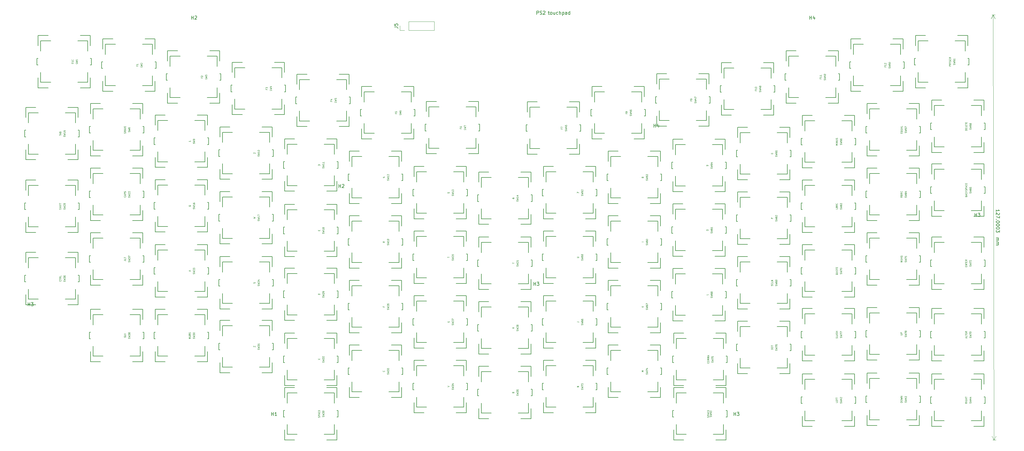
<source format=gto>
G04 #@! TF.GenerationSoftware,KiCad,Pcbnew,(6.99.0-1603-g82820d4b1c)*
G04 #@! TF.CreationDate,2022-06-17T11:00:42+02:00*
G04 #@! TF.ProjectId,BalthazarKeyboard3-keycaps,42616c74-6861-47a6-9172-4b6579626f61,rev?*
G04 #@! TF.SameCoordinates,Original*
G04 #@! TF.FileFunction,Legend,Top*
G04 #@! TF.FilePolarity,Positive*
%FSLAX46Y46*%
G04 Gerber Fmt 4.6, Leading zero omitted, Abs format (unit mm)*
G04 Created by KiCad (PCBNEW (6.99.0-1603-g82820d4b1c)) date 2022-06-17 11:00:42*
%MOMM*%
%LPD*%
G01*
G04 APERTURE LIST*
%ADD10C,0.150000*%
%ADD11C,0.120000*%
%ADD12C,0.125000*%
G04 APERTURE END LIST*
D10*
X297191383Y-104474825D02*
X297190240Y-103903397D01*
X297190811Y-104189111D02*
X298190809Y-104187111D01*
X298190809Y-104187111D02*
X298047762Y-104092159D01*
X298047762Y-104092159D02*
X297952333Y-103997111D01*
X297952333Y-103997111D02*
X297904524Y-103901969D01*
X298096905Y-104853967D02*
X298144619Y-104901490D01*
X298144619Y-104901490D02*
X298192428Y-104996633D01*
X298192428Y-104996633D02*
X298192904Y-105234728D01*
X298192904Y-105234728D02*
X298145476Y-105330061D01*
X298145476Y-105330061D02*
X298097952Y-105377775D01*
X298097952Y-105377775D02*
X298002810Y-105425585D01*
X298002810Y-105425585D02*
X297907572Y-105425775D01*
X297907572Y-105425775D02*
X297764620Y-105378442D01*
X297764620Y-105378442D02*
X297192049Y-104808157D01*
X297192049Y-104808157D02*
X297193287Y-105427204D01*
X298193952Y-105758536D02*
X298195285Y-106425202D01*
X298195285Y-106425202D02*
X297194430Y-105998631D01*
X297291287Y-106807963D02*
X297243763Y-106855677D01*
X297243763Y-106855677D02*
X297196049Y-106808153D01*
X297196049Y-106808153D02*
X297243573Y-106760439D01*
X297243573Y-106760439D02*
X297291287Y-106807963D01*
X297291287Y-106807963D02*
X297196049Y-106808153D01*
X298197381Y-107472818D02*
X298197571Y-107568056D01*
X298197571Y-107568056D02*
X298150143Y-107663389D01*
X298150143Y-107663389D02*
X298102619Y-107711103D01*
X298102619Y-107711103D02*
X298007476Y-107758913D01*
X298007476Y-107758913D02*
X297817096Y-107806913D01*
X297817096Y-107806913D02*
X297579001Y-107807389D01*
X297579001Y-107807389D02*
X297388430Y-107760151D01*
X297388430Y-107760151D02*
X297293097Y-107712722D01*
X297293097Y-107712722D02*
X297245382Y-107665199D01*
X297245382Y-107665199D02*
X297197573Y-107570056D01*
X297197573Y-107570056D02*
X297197383Y-107474818D01*
X297197383Y-107474818D02*
X297244811Y-107379485D01*
X297244811Y-107379485D02*
X297292335Y-107331771D01*
X297292335Y-107331771D02*
X297387477Y-107283961D01*
X297387477Y-107283961D02*
X297577858Y-107235962D01*
X297577858Y-107235962D02*
X297815953Y-107235485D01*
X297815953Y-107235485D02*
X298006524Y-107282723D01*
X298006524Y-107282723D02*
X298101857Y-107330152D01*
X298101857Y-107330152D02*
X298149571Y-107377676D01*
X298149571Y-107377676D02*
X298197381Y-107472818D01*
X298199285Y-108425197D02*
X298199476Y-108520435D01*
X298199476Y-108520435D02*
X298152047Y-108615768D01*
X298152047Y-108615768D02*
X298104524Y-108663483D01*
X298104524Y-108663483D02*
X298009381Y-108711292D01*
X298009381Y-108711292D02*
X297819000Y-108759292D01*
X297819000Y-108759292D02*
X297580906Y-108759768D01*
X297580906Y-108759768D02*
X297390335Y-108712530D01*
X297390335Y-108712530D02*
X297295001Y-108665102D01*
X297295001Y-108665102D02*
X297247287Y-108617578D01*
X297247287Y-108617578D02*
X297199478Y-108522435D01*
X297199478Y-108522435D02*
X297199287Y-108427197D01*
X297199287Y-108427197D02*
X297246716Y-108331864D01*
X297246716Y-108331864D02*
X297294240Y-108284150D01*
X297294240Y-108284150D02*
X297389382Y-108236341D01*
X297389382Y-108236341D02*
X297579763Y-108188341D01*
X297579763Y-108188341D02*
X297817858Y-108187864D01*
X297817858Y-108187864D02*
X298008429Y-108235102D01*
X298008429Y-108235102D02*
X298103762Y-108282531D01*
X298103762Y-108282531D02*
X298151476Y-108330055D01*
X298151476Y-108330055D02*
X298199285Y-108425197D01*
X298201190Y-109377576D02*
X298201381Y-109472814D01*
X298201381Y-109472814D02*
X298153952Y-109568147D01*
X298153952Y-109568147D02*
X298106428Y-109615862D01*
X298106428Y-109615862D02*
X298011286Y-109663671D01*
X298011286Y-109663671D02*
X297820905Y-109711671D01*
X297820905Y-109711671D02*
X297582810Y-109712147D01*
X297582810Y-109712147D02*
X297392239Y-109664909D01*
X297392239Y-109664909D02*
X297296906Y-109617481D01*
X297296906Y-109617481D02*
X297249192Y-109569957D01*
X297249192Y-109569957D02*
X297201383Y-109474814D01*
X297201383Y-109474814D02*
X297201192Y-109379576D01*
X297201192Y-109379576D02*
X297248621Y-109284243D01*
X297248621Y-109284243D02*
X297296144Y-109236529D01*
X297296144Y-109236529D02*
X297391287Y-109188720D01*
X297391287Y-109188720D02*
X297581668Y-109140720D01*
X297581668Y-109140720D02*
X297819762Y-109140244D01*
X297819762Y-109140244D02*
X298010333Y-109187482D01*
X298010333Y-109187482D02*
X298105666Y-109234910D01*
X298105666Y-109234910D02*
X298153381Y-109282434D01*
X298153381Y-109282434D02*
X298201190Y-109377576D01*
X298202523Y-110044242D02*
X298203762Y-110663288D01*
X298203762Y-110663288D02*
X297822143Y-110330717D01*
X297822143Y-110330717D02*
X297822429Y-110473574D01*
X297822429Y-110473574D02*
X297775000Y-110568907D01*
X297775000Y-110568907D02*
X297727477Y-110616622D01*
X297727477Y-110616622D02*
X297632334Y-110664431D01*
X297632334Y-110664431D02*
X297394239Y-110664907D01*
X297394239Y-110664907D02*
X297298906Y-110617479D01*
X297298906Y-110617479D02*
X297251192Y-110569955D01*
X297251192Y-110569955D02*
X297203383Y-110474812D01*
X297203383Y-110474812D02*
X297202811Y-110189099D01*
X297202811Y-110189099D02*
X297250240Y-110093765D01*
X297250240Y-110093765D02*
X297297763Y-110046051D01*
X297207021Y-112293856D02*
X297873686Y-112292523D01*
X297778448Y-112292713D02*
X297826162Y-112340237D01*
X297826162Y-112340237D02*
X297873972Y-112435380D01*
X297873972Y-112435380D02*
X297874257Y-112578237D01*
X297874257Y-112578237D02*
X297826829Y-112673570D01*
X297826829Y-112673570D02*
X297731686Y-112721379D01*
X297731686Y-112721379D02*
X297207878Y-112722427D01*
X297731686Y-112721379D02*
X297827019Y-112768808D01*
X297827019Y-112768808D02*
X297874829Y-112863950D01*
X297874829Y-112863950D02*
X297875115Y-113006807D01*
X297875115Y-113006807D02*
X297827686Y-113102140D01*
X297827686Y-113102140D02*
X297732543Y-113149950D01*
X297732543Y-113149950D02*
X297208735Y-113150997D01*
X297209687Y-113627187D02*
X297876353Y-113625853D01*
X297781115Y-113626044D02*
X297828829Y-113673568D01*
X297828829Y-113673568D02*
X297876638Y-113768710D01*
X297876638Y-113768710D02*
X297876924Y-113911567D01*
X297876924Y-113911567D02*
X297829496Y-114006900D01*
X297829496Y-114006900D02*
X297734353Y-114054710D01*
X297734353Y-114054710D02*
X297210544Y-114055757D01*
X297734353Y-114054710D02*
X297829686Y-114102138D01*
X297829686Y-114102138D02*
X297877496Y-114197281D01*
X297877496Y-114197281D02*
X297877781Y-114340138D01*
X297877781Y-114340138D02*
X297830353Y-114435471D01*
X297830353Y-114435471D02*
X297735210Y-114483280D01*
X297735210Y-114483280D02*
X297211402Y-114484328D01*
D11*
X296164000Y-172720000D02*
X297131670Y-172718065D01*
X295910000Y-45720000D02*
X296877670Y-45718065D01*
X296545251Y-172719237D02*
X296291251Y-45719237D01*
X296545251Y-172719237D02*
X296291251Y-45719237D01*
X296545251Y-172719237D02*
X295956578Y-171593908D01*
X296545251Y-172719237D02*
X297129418Y-171591563D01*
X296291251Y-45719237D02*
X296879924Y-46844566D01*
X296291251Y-45719237D02*
X295707084Y-46846911D01*
D12*
X251111880Y-103774760D02*
X251135690Y-103703332D01*
X251135690Y-103703332D02*
X251135690Y-103584284D01*
X251135690Y-103584284D02*
X251111880Y-103536665D01*
X251111880Y-103536665D02*
X251088071Y-103512856D01*
X251088071Y-103512856D02*
X251040452Y-103489046D01*
X251040452Y-103489046D02*
X250992833Y-103489046D01*
X250992833Y-103489046D02*
X250945214Y-103512856D01*
X250945214Y-103512856D02*
X250921404Y-103536665D01*
X250921404Y-103536665D02*
X250897595Y-103584284D01*
X250897595Y-103584284D02*
X250873785Y-103679522D01*
X250873785Y-103679522D02*
X250849976Y-103727141D01*
X250849976Y-103727141D02*
X250826166Y-103750951D01*
X250826166Y-103750951D02*
X250778547Y-103774760D01*
X250778547Y-103774760D02*
X250730928Y-103774760D01*
X250730928Y-103774760D02*
X250683309Y-103750951D01*
X250683309Y-103750951D02*
X250659500Y-103727141D01*
X250659500Y-103727141D02*
X250635690Y-103679522D01*
X250635690Y-103679522D02*
X250635690Y-103560475D01*
X250635690Y-103560475D02*
X250659500Y-103489046D01*
X250635690Y-103322380D02*
X251135690Y-103203332D01*
X251135690Y-103203332D02*
X250778547Y-103108094D01*
X250778547Y-103108094D02*
X251135690Y-103012856D01*
X251135690Y-103012856D02*
X250635690Y-102893809D01*
X250635690Y-102489046D02*
X250635690Y-102584284D01*
X250635690Y-102584284D02*
X250659500Y-102631903D01*
X250659500Y-102631903D02*
X250683309Y-102655713D01*
X250683309Y-102655713D02*
X250754738Y-102703332D01*
X250754738Y-102703332D02*
X250849976Y-102727141D01*
X250849976Y-102727141D02*
X251040452Y-102727141D01*
X251040452Y-102727141D02*
X251088071Y-102703332D01*
X251088071Y-102703332D02*
X251111880Y-102679522D01*
X251111880Y-102679522D02*
X251135690Y-102631903D01*
X251135690Y-102631903D02*
X251135690Y-102536665D01*
X251135690Y-102536665D02*
X251111880Y-102489046D01*
X251111880Y-102489046D02*
X251088071Y-102465237D01*
X251088071Y-102465237D02*
X251040452Y-102441427D01*
X251040452Y-102441427D02*
X250921404Y-102441427D01*
X250921404Y-102441427D02*
X250873785Y-102465237D01*
X250873785Y-102465237D02*
X250849976Y-102489046D01*
X250849976Y-102489046D02*
X250826166Y-102536665D01*
X250826166Y-102536665D02*
X250826166Y-102631903D01*
X250826166Y-102631903D02*
X250849976Y-102679522D01*
X250849976Y-102679522D02*
X250873785Y-102703332D01*
X250873785Y-102703332D02*
X250921404Y-102727141D01*
X250635690Y-102274761D02*
X250635690Y-101965237D01*
X250635690Y-101965237D02*
X250826166Y-102131904D01*
X250826166Y-102131904D02*
X250826166Y-102060475D01*
X250826166Y-102060475D02*
X250849976Y-102012856D01*
X250849976Y-102012856D02*
X250873785Y-101989047D01*
X250873785Y-101989047D02*
X250921404Y-101965237D01*
X250921404Y-101965237D02*
X251040452Y-101965237D01*
X251040452Y-101965237D02*
X251088071Y-101989047D01*
X251088071Y-101989047D02*
X251111880Y-102012856D01*
X251111880Y-102012856D02*
X251135690Y-102060475D01*
X251135690Y-102060475D02*
X251135690Y-102203332D01*
X251135690Y-102203332D02*
X251111880Y-102250951D01*
X251111880Y-102250951D02*
X251088071Y-102274761D01*
X249865690Y-103465238D02*
X249865690Y-103703333D01*
X249865690Y-103703333D02*
X249365690Y-103703333D01*
X249603785Y-103131904D02*
X249627595Y-103060476D01*
X249627595Y-103060476D02*
X249651404Y-103036666D01*
X249651404Y-103036666D02*
X249699023Y-103012857D01*
X249699023Y-103012857D02*
X249770452Y-103012857D01*
X249770452Y-103012857D02*
X249818071Y-103036666D01*
X249818071Y-103036666D02*
X249841880Y-103060476D01*
X249841880Y-103060476D02*
X249865690Y-103108095D01*
X249865690Y-103108095D02*
X249865690Y-103298571D01*
X249865690Y-103298571D02*
X249365690Y-103298571D01*
X249365690Y-103298571D02*
X249365690Y-103131904D01*
X249365690Y-103131904D02*
X249389500Y-103084285D01*
X249389500Y-103084285D02*
X249413309Y-103060476D01*
X249413309Y-103060476D02*
X249460928Y-103036666D01*
X249460928Y-103036666D02*
X249508547Y-103036666D01*
X249508547Y-103036666D02*
X249556166Y-103060476D01*
X249556166Y-103060476D02*
X249579976Y-103084285D01*
X249579976Y-103084285D02*
X249603785Y-103131904D01*
X249603785Y-103131904D02*
X249603785Y-103298571D01*
X249865690Y-102512857D02*
X249627595Y-102679523D01*
X249865690Y-102798571D02*
X249365690Y-102798571D01*
X249365690Y-102798571D02*
X249365690Y-102608095D01*
X249365690Y-102608095D02*
X249389500Y-102560476D01*
X249389500Y-102560476D02*
X249413309Y-102536666D01*
X249413309Y-102536666D02*
X249460928Y-102512857D01*
X249460928Y-102512857D02*
X249532357Y-102512857D01*
X249532357Y-102512857D02*
X249579976Y-102536666D01*
X249579976Y-102536666D02*
X249603785Y-102560476D01*
X249603785Y-102560476D02*
X249627595Y-102608095D01*
X249627595Y-102608095D02*
X249627595Y-102798571D01*
X249818071Y-102012857D02*
X249841880Y-102036666D01*
X249841880Y-102036666D02*
X249865690Y-102108095D01*
X249865690Y-102108095D02*
X249865690Y-102155714D01*
X249865690Y-102155714D02*
X249841880Y-102227142D01*
X249841880Y-102227142D02*
X249794261Y-102274761D01*
X249794261Y-102274761D02*
X249746642Y-102298571D01*
X249746642Y-102298571D02*
X249651404Y-102322380D01*
X249651404Y-102322380D02*
X249579976Y-102322380D01*
X249579976Y-102322380D02*
X249484738Y-102298571D01*
X249484738Y-102298571D02*
X249437119Y-102274761D01*
X249437119Y-102274761D02*
X249389500Y-102227142D01*
X249389500Y-102227142D02*
X249365690Y-102155714D01*
X249365690Y-102155714D02*
X249365690Y-102108095D01*
X249365690Y-102108095D02*
X249389500Y-102036666D01*
X249389500Y-102036666D02*
X249413309Y-102012857D01*
X135287880Y-157622760D02*
X135311690Y-157551332D01*
X135311690Y-157551332D02*
X135311690Y-157432284D01*
X135311690Y-157432284D02*
X135287880Y-157384665D01*
X135287880Y-157384665D02*
X135264071Y-157360856D01*
X135264071Y-157360856D02*
X135216452Y-157337046D01*
X135216452Y-157337046D02*
X135168833Y-157337046D01*
X135168833Y-157337046D02*
X135121214Y-157360856D01*
X135121214Y-157360856D02*
X135097404Y-157384665D01*
X135097404Y-157384665D02*
X135073595Y-157432284D01*
X135073595Y-157432284D02*
X135049785Y-157527522D01*
X135049785Y-157527522D02*
X135025976Y-157575141D01*
X135025976Y-157575141D02*
X135002166Y-157598951D01*
X135002166Y-157598951D02*
X134954547Y-157622760D01*
X134954547Y-157622760D02*
X134906928Y-157622760D01*
X134906928Y-157622760D02*
X134859309Y-157598951D01*
X134859309Y-157598951D02*
X134835500Y-157575141D01*
X134835500Y-157575141D02*
X134811690Y-157527522D01*
X134811690Y-157527522D02*
X134811690Y-157408475D01*
X134811690Y-157408475D02*
X134835500Y-157337046D01*
X134811690Y-157170380D02*
X135311690Y-157051332D01*
X135311690Y-157051332D02*
X134954547Y-156956094D01*
X134954547Y-156956094D02*
X135311690Y-156860856D01*
X135311690Y-156860856D02*
X134811690Y-156741809D01*
X134811690Y-156598951D02*
X134811690Y-156289427D01*
X134811690Y-156289427D02*
X135002166Y-156456094D01*
X135002166Y-156456094D02*
X135002166Y-156384665D01*
X135002166Y-156384665D02*
X135025976Y-156337046D01*
X135025976Y-156337046D02*
X135049785Y-156313237D01*
X135049785Y-156313237D02*
X135097404Y-156289427D01*
X135097404Y-156289427D02*
X135216452Y-156289427D01*
X135216452Y-156289427D02*
X135264071Y-156313237D01*
X135264071Y-156313237D02*
X135287880Y-156337046D01*
X135287880Y-156337046D02*
X135311690Y-156384665D01*
X135311690Y-156384665D02*
X135311690Y-156527522D01*
X135311690Y-156527522D02*
X135287880Y-156575141D01*
X135287880Y-156575141D02*
X135264071Y-156598951D01*
X134978357Y-155860856D02*
X135311690Y-155860856D01*
X134787880Y-155979904D02*
X135145023Y-156098951D01*
X135145023Y-156098951D02*
X135145023Y-155789428D01*
X133541690Y-156884665D02*
X134041690Y-156717999D01*
X134041690Y-156717999D02*
X133541690Y-156551332D01*
X251111880Y-142128760D02*
X251135690Y-142057332D01*
X251135690Y-142057332D02*
X251135690Y-141938284D01*
X251135690Y-141938284D02*
X251111880Y-141890665D01*
X251111880Y-141890665D02*
X251088071Y-141866856D01*
X251088071Y-141866856D02*
X251040452Y-141843046D01*
X251040452Y-141843046D02*
X250992833Y-141843046D01*
X250992833Y-141843046D02*
X250945214Y-141866856D01*
X250945214Y-141866856D02*
X250921404Y-141890665D01*
X250921404Y-141890665D02*
X250897595Y-141938284D01*
X250897595Y-141938284D02*
X250873785Y-142033522D01*
X250873785Y-142033522D02*
X250849976Y-142081141D01*
X250849976Y-142081141D02*
X250826166Y-142104951D01*
X250826166Y-142104951D02*
X250778547Y-142128760D01*
X250778547Y-142128760D02*
X250730928Y-142128760D01*
X250730928Y-142128760D02*
X250683309Y-142104951D01*
X250683309Y-142104951D02*
X250659500Y-142081141D01*
X250659500Y-142081141D02*
X250635690Y-142033522D01*
X250635690Y-142033522D02*
X250635690Y-141914475D01*
X250635690Y-141914475D02*
X250659500Y-141843046D01*
X250635690Y-141676380D02*
X251135690Y-141557332D01*
X251135690Y-141557332D02*
X250778547Y-141462094D01*
X250778547Y-141462094D02*
X251135690Y-141366856D01*
X251135690Y-141366856D02*
X250635690Y-141247809D01*
X250635690Y-141104951D02*
X250635690Y-140771618D01*
X250635690Y-140771618D02*
X251135690Y-140985903D01*
X250635690Y-140628761D02*
X250635690Y-140295428D01*
X250635690Y-140295428D02*
X251135690Y-140509713D01*
X249841880Y-142283522D02*
X249865690Y-142212094D01*
X249865690Y-142212094D02*
X249865690Y-142093046D01*
X249865690Y-142093046D02*
X249841880Y-142045427D01*
X249841880Y-142045427D02*
X249818071Y-142021618D01*
X249818071Y-142021618D02*
X249770452Y-141997808D01*
X249770452Y-141997808D02*
X249722833Y-141997808D01*
X249722833Y-141997808D02*
X249675214Y-142021618D01*
X249675214Y-142021618D02*
X249651404Y-142045427D01*
X249651404Y-142045427D02*
X249627595Y-142093046D01*
X249627595Y-142093046D02*
X249603785Y-142188284D01*
X249603785Y-142188284D02*
X249579976Y-142235903D01*
X249579976Y-142235903D02*
X249556166Y-142259713D01*
X249556166Y-142259713D02*
X249508547Y-142283522D01*
X249508547Y-142283522D02*
X249460928Y-142283522D01*
X249460928Y-142283522D02*
X249413309Y-142259713D01*
X249413309Y-142259713D02*
X249389500Y-142235903D01*
X249389500Y-142235903D02*
X249365690Y-142188284D01*
X249365690Y-142188284D02*
X249365690Y-142069237D01*
X249365690Y-142069237D02*
X249389500Y-141997808D01*
X249865690Y-141545428D02*
X249865690Y-141783523D01*
X249865690Y-141783523D02*
X249365690Y-141783523D01*
X249722833Y-141402570D02*
X249722833Y-141164475D01*
X249865690Y-141450189D02*
X249365690Y-141283523D01*
X249365690Y-141283523D02*
X249865690Y-141116856D01*
X249841880Y-140973999D02*
X249865690Y-140902571D01*
X249865690Y-140902571D02*
X249865690Y-140783523D01*
X249865690Y-140783523D02*
X249841880Y-140735904D01*
X249841880Y-140735904D02*
X249818071Y-140712095D01*
X249818071Y-140712095D02*
X249770452Y-140688285D01*
X249770452Y-140688285D02*
X249722833Y-140688285D01*
X249722833Y-140688285D02*
X249675214Y-140712095D01*
X249675214Y-140712095D02*
X249651404Y-140735904D01*
X249651404Y-140735904D02*
X249627595Y-140783523D01*
X249627595Y-140783523D02*
X249603785Y-140878761D01*
X249603785Y-140878761D02*
X249579976Y-140926380D01*
X249579976Y-140926380D02*
X249556166Y-140950190D01*
X249556166Y-140950190D02*
X249508547Y-140973999D01*
X249508547Y-140973999D02*
X249460928Y-140973999D01*
X249460928Y-140973999D02*
X249413309Y-140950190D01*
X249413309Y-140950190D02*
X249389500Y-140926380D01*
X249389500Y-140926380D02*
X249365690Y-140878761D01*
X249365690Y-140878761D02*
X249365690Y-140759714D01*
X249365690Y-140759714D02*
X249389500Y-140688285D01*
X249865690Y-140474000D02*
X249365690Y-140474000D01*
X249603785Y-140474000D02*
X249603785Y-140188286D01*
X249865690Y-140188286D02*
X249365690Y-140188286D01*
X23146880Y-60356665D02*
X23170690Y-60285237D01*
X23170690Y-60285237D02*
X23170690Y-60166189D01*
X23170690Y-60166189D02*
X23146880Y-60118570D01*
X23146880Y-60118570D02*
X23123071Y-60094761D01*
X23123071Y-60094761D02*
X23075452Y-60070951D01*
X23075452Y-60070951D02*
X23027833Y-60070951D01*
X23027833Y-60070951D02*
X22980214Y-60094761D01*
X22980214Y-60094761D02*
X22956404Y-60118570D01*
X22956404Y-60118570D02*
X22932595Y-60166189D01*
X22932595Y-60166189D02*
X22908785Y-60261427D01*
X22908785Y-60261427D02*
X22884976Y-60309046D01*
X22884976Y-60309046D02*
X22861166Y-60332856D01*
X22861166Y-60332856D02*
X22813547Y-60356665D01*
X22813547Y-60356665D02*
X22765928Y-60356665D01*
X22765928Y-60356665D02*
X22718309Y-60332856D01*
X22718309Y-60332856D02*
X22694500Y-60309046D01*
X22694500Y-60309046D02*
X22670690Y-60261427D01*
X22670690Y-60261427D02*
X22670690Y-60142380D01*
X22670690Y-60142380D02*
X22694500Y-60070951D01*
X22670690Y-59904285D02*
X23170690Y-59785237D01*
X23170690Y-59785237D02*
X22813547Y-59689999D01*
X22813547Y-59689999D02*
X23170690Y-59594761D01*
X23170690Y-59594761D02*
X22670690Y-59475714D01*
X23170690Y-59023332D02*
X23170690Y-59309046D01*
X23170690Y-59166189D02*
X22670690Y-59166189D01*
X22670690Y-59166189D02*
X22742119Y-59213808D01*
X22742119Y-59213808D02*
X22789738Y-59261427D01*
X22789738Y-59261427D02*
X22813547Y-59309046D01*
X21638785Y-60285237D02*
X21638785Y-60118570D01*
X21900690Y-60047142D02*
X21900690Y-60285237D01*
X21900690Y-60285237D02*
X21400690Y-60285237D01*
X21400690Y-60285237D02*
X21400690Y-60047142D01*
X21876880Y-59856665D02*
X21900690Y-59785237D01*
X21900690Y-59785237D02*
X21900690Y-59666189D01*
X21900690Y-59666189D02*
X21876880Y-59618570D01*
X21876880Y-59618570D02*
X21853071Y-59594761D01*
X21853071Y-59594761D02*
X21805452Y-59570951D01*
X21805452Y-59570951D02*
X21757833Y-59570951D01*
X21757833Y-59570951D02*
X21710214Y-59594761D01*
X21710214Y-59594761D02*
X21686404Y-59618570D01*
X21686404Y-59618570D02*
X21662595Y-59666189D01*
X21662595Y-59666189D02*
X21638785Y-59761427D01*
X21638785Y-59761427D02*
X21614976Y-59809046D01*
X21614976Y-59809046D02*
X21591166Y-59832856D01*
X21591166Y-59832856D02*
X21543547Y-59856665D01*
X21543547Y-59856665D02*
X21495928Y-59856665D01*
X21495928Y-59856665D02*
X21448309Y-59832856D01*
X21448309Y-59832856D02*
X21424500Y-59809046D01*
X21424500Y-59809046D02*
X21400690Y-59761427D01*
X21400690Y-59761427D02*
X21400690Y-59642380D01*
X21400690Y-59642380D02*
X21424500Y-59570951D01*
X21853071Y-59070952D02*
X21876880Y-59094761D01*
X21876880Y-59094761D02*
X21900690Y-59166190D01*
X21900690Y-59166190D02*
X21900690Y-59213809D01*
X21900690Y-59213809D02*
X21876880Y-59285237D01*
X21876880Y-59285237D02*
X21829261Y-59332856D01*
X21829261Y-59332856D02*
X21781642Y-59356666D01*
X21781642Y-59356666D02*
X21686404Y-59380475D01*
X21686404Y-59380475D02*
X21614976Y-59380475D01*
X21614976Y-59380475D02*
X21519738Y-59356666D01*
X21519738Y-59356666D02*
X21472119Y-59332856D01*
X21472119Y-59332856D02*
X21424500Y-59285237D01*
X21424500Y-59285237D02*
X21400690Y-59213809D01*
X21400690Y-59213809D02*
X21400690Y-59166190D01*
X21400690Y-59166190D02*
X21424500Y-59094761D01*
X21424500Y-59094761D02*
X21448309Y-59070952D01*
X42450880Y-61372665D02*
X42474690Y-61301237D01*
X42474690Y-61301237D02*
X42474690Y-61182189D01*
X42474690Y-61182189D02*
X42450880Y-61134570D01*
X42450880Y-61134570D02*
X42427071Y-61110761D01*
X42427071Y-61110761D02*
X42379452Y-61086951D01*
X42379452Y-61086951D02*
X42331833Y-61086951D01*
X42331833Y-61086951D02*
X42284214Y-61110761D01*
X42284214Y-61110761D02*
X42260404Y-61134570D01*
X42260404Y-61134570D02*
X42236595Y-61182189D01*
X42236595Y-61182189D02*
X42212785Y-61277427D01*
X42212785Y-61277427D02*
X42188976Y-61325046D01*
X42188976Y-61325046D02*
X42165166Y-61348856D01*
X42165166Y-61348856D02*
X42117547Y-61372665D01*
X42117547Y-61372665D02*
X42069928Y-61372665D01*
X42069928Y-61372665D02*
X42022309Y-61348856D01*
X42022309Y-61348856D02*
X41998500Y-61325046D01*
X41998500Y-61325046D02*
X41974690Y-61277427D01*
X41974690Y-61277427D02*
X41974690Y-61158380D01*
X41974690Y-61158380D02*
X41998500Y-61086951D01*
X41974690Y-60920285D02*
X42474690Y-60801237D01*
X42474690Y-60801237D02*
X42117547Y-60705999D01*
X42117547Y-60705999D02*
X42474690Y-60610761D01*
X42474690Y-60610761D02*
X41974690Y-60491714D01*
X42022309Y-60325046D02*
X41998500Y-60301237D01*
X41998500Y-60301237D02*
X41974690Y-60253618D01*
X41974690Y-60253618D02*
X41974690Y-60134570D01*
X41974690Y-60134570D02*
X41998500Y-60086951D01*
X41998500Y-60086951D02*
X42022309Y-60063142D01*
X42022309Y-60063142D02*
X42069928Y-60039332D01*
X42069928Y-60039332D02*
X42117547Y-60039332D01*
X42117547Y-60039332D02*
X42188976Y-60063142D01*
X42188976Y-60063142D02*
X42474690Y-60348856D01*
X42474690Y-60348856D02*
X42474690Y-60039332D01*
X40942785Y-60872665D02*
X40942785Y-61039332D01*
X41204690Y-61039332D02*
X40704690Y-61039332D01*
X40704690Y-61039332D02*
X40704690Y-60801237D01*
X41204690Y-60348856D02*
X41204690Y-60634570D01*
X41204690Y-60491713D02*
X40704690Y-60491713D01*
X40704690Y-60491713D02*
X40776119Y-60539332D01*
X40776119Y-60539332D02*
X40823738Y-60586951D01*
X40823738Y-60586951D02*
X40847547Y-60634570D01*
X61754880Y-64928665D02*
X61778690Y-64857237D01*
X61778690Y-64857237D02*
X61778690Y-64738189D01*
X61778690Y-64738189D02*
X61754880Y-64690570D01*
X61754880Y-64690570D02*
X61731071Y-64666761D01*
X61731071Y-64666761D02*
X61683452Y-64642951D01*
X61683452Y-64642951D02*
X61635833Y-64642951D01*
X61635833Y-64642951D02*
X61588214Y-64666761D01*
X61588214Y-64666761D02*
X61564404Y-64690570D01*
X61564404Y-64690570D02*
X61540595Y-64738189D01*
X61540595Y-64738189D02*
X61516785Y-64833427D01*
X61516785Y-64833427D02*
X61492976Y-64881046D01*
X61492976Y-64881046D02*
X61469166Y-64904856D01*
X61469166Y-64904856D02*
X61421547Y-64928665D01*
X61421547Y-64928665D02*
X61373928Y-64928665D01*
X61373928Y-64928665D02*
X61326309Y-64904856D01*
X61326309Y-64904856D02*
X61302500Y-64881046D01*
X61302500Y-64881046D02*
X61278690Y-64833427D01*
X61278690Y-64833427D02*
X61278690Y-64714380D01*
X61278690Y-64714380D02*
X61302500Y-64642951D01*
X61278690Y-64476285D02*
X61778690Y-64357237D01*
X61778690Y-64357237D02*
X61421547Y-64261999D01*
X61421547Y-64261999D02*
X61778690Y-64166761D01*
X61778690Y-64166761D02*
X61278690Y-64047714D01*
X61278690Y-63904856D02*
X61278690Y-63595332D01*
X61278690Y-63595332D02*
X61469166Y-63761999D01*
X61469166Y-63761999D02*
X61469166Y-63690570D01*
X61469166Y-63690570D02*
X61492976Y-63642951D01*
X61492976Y-63642951D02*
X61516785Y-63619142D01*
X61516785Y-63619142D02*
X61564404Y-63595332D01*
X61564404Y-63595332D02*
X61683452Y-63595332D01*
X61683452Y-63595332D02*
X61731071Y-63619142D01*
X61731071Y-63619142D02*
X61754880Y-63642951D01*
X61754880Y-63642951D02*
X61778690Y-63690570D01*
X61778690Y-63690570D02*
X61778690Y-63833427D01*
X61778690Y-63833427D02*
X61754880Y-63881046D01*
X61754880Y-63881046D02*
X61731071Y-63904856D01*
X60246785Y-64428665D02*
X60246785Y-64595332D01*
X60508690Y-64595332D02*
X60008690Y-64595332D01*
X60008690Y-64595332D02*
X60008690Y-64357237D01*
X60056309Y-64190570D02*
X60032500Y-64166761D01*
X60032500Y-64166761D02*
X60008690Y-64119142D01*
X60008690Y-64119142D02*
X60008690Y-64000094D01*
X60008690Y-64000094D02*
X60032500Y-63952475D01*
X60032500Y-63952475D02*
X60056309Y-63928666D01*
X60056309Y-63928666D02*
X60103928Y-63904856D01*
X60103928Y-63904856D02*
X60151547Y-63904856D01*
X60151547Y-63904856D02*
X60222976Y-63928666D01*
X60222976Y-63928666D02*
X60508690Y-64214380D01*
X60508690Y-64214380D02*
X60508690Y-63904856D01*
X81058880Y-68357665D02*
X81082690Y-68286237D01*
X81082690Y-68286237D02*
X81082690Y-68167189D01*
X81082690Y-68167189D02*
X81058880Y-68119570D01*
X81058880Y-68119570D02*
X81035071Y-68095761D01*
X81035071Y-68095761D02*
X80987452Y-68071951D01*
X80987452Y-68071951D02*
X80939833Y-68071951D01*
X80939833Y-68071951D02*
X80892214Y-68095761D01*
X80892214Y-68095761D02*
X80868404Y-68119570D01*
X80868404Y-68119570D02*
X80844595Y-68167189D01*
X80844595Y-68167189D02*
X80820785Y-68262427D01*
X80820785Y-68262427D02*
X80796976Y-68310046D01*
X80796976Y-68310046D02*
X80773166Y-68333856D01*
X80773166Y-68333856D02*
X80725547Y-68357665D01*
X80725547Y-68357665D02*
X80677928Y-68357665D01*
X80677928Y-68357665D02*
X80630309Y-68333856D01*
X80630309Y-68333856D02*
X80606500Y-68310046D01*
X80606500Y-68310046D02*
X80582690Y-68262427D01*
X80582690Y-68262427D02*
X80582690Y-68143380D01*
X80582690Y-68143380D02*
X80606500Y-68071951D01*
X80582690Y-67905285D02*
X81082690Y-67786237D01*
X81082690Y-67786237D02*
X80725547Y-67690999D01*
X80725547Y-67690999D02*
X81082690Y-67595761D01*
X81082690Y-67595761D02*
X80582690Y-67476714D01*
X80749357Y-67071951D02*
X81082690Y-67071951D01*
X80558880Y-67190999D02*
X80916023Y-67310046D01*
X80916023Y-67310046D02*
X80916023Y-67000523D01*
X79550785Y-67857665D02*
X79550785Y-68024332D01*
X79812690Y-68024332D02*
X79312690Y-68024332D01*
X79312690Y-68024332D02*
X79312690Y-67786237D01*
X79312690Y-67643380D02*
X79312690Y-67333856D01*
X79312690Y-67333856D02*
X79503166Y-67500523D01*
X79503166Y-67500523D02*
X79503166Y-67429094D01*
X79503166Y-67429094D02*
X79526976Y-67381475D01*
X79526976Y-67381475D02*
X79550785Y-67357666D01*
X79550785Y-67357666D02*
X79598404Y-67333856D01*
X79598404Y-67333856D02*
X79717452Y-67333856D01*
X79717452Y-67333856D02*
X79765071Y-67357666D01*
X79765071Y-67357666D02*
X79788880Y-67381475D01*
X79788880Y-67381475D02*
X79812690Y-67429094D01*
X79812690Y-67429094D02*
X79812690Y-67571951D01*
X79812690Y-67571951D02*
X79788880Y-67619570D01*
X79788880Y-67619570D02*
X79765071Y-67643380D01*
X100362880Y-71913665D02*
X100386690Y-71842237D01*
X100386690Y-71842237D02*
X100386690Y-71723189D01*
X100386690Y-71723189D02*
X100362880Y-71675570D01*
X100362880Y-71675570D02*
X100339071Y-71651761D01*
X100339071Y-71651761D02*
X100291452Y-71627951D01*
X100291452Y-71627951D02*
X100243833Y-71627951D01*
X100243833Y-71627951D02*
X100196214Y-71651761D01*
X100196214Y-71651761D02*
X100172404Y-71675570D01*
X100172404Y-71675570D02*
X100148595Y-71723189D01*
X100148595Y-71723189D02*
X100124785Y-71818427D01*
X100124785Y-71818427D02*
X100100976Y-71866046D01*
X100100976Y-71866046D02*
X100077166Y-71889856D01*
X100077166Y-71889856D02*
X100029547Y-71913665D01*
X100029547Y-71913665D02*
X99981928Y-71913665D01*
X99981928Y-71913665D02*
X99934309Y-71889856D01*
X99934309Y-71889856D02*
X99910500Y-71866046D01*
X99910500Y-71866046D02*
X99886690Y-71818427D01*
X99886690Y-71818427D02*
X99886690Y-71699380D01*
X99886690Y-71699380D02*
X99910500Y-71627951D01*
X99886690Y-71461285D02*
X100386690Y-71342237D01*
X100386690Y-71342237D02*
X100029547Y-71246999D01*
X100029547Y-71246999D02*
X100386690Y-71151761D01*
X100386690Y-71151761D02*
X99886690Y-71032714D01*
X99886690Y-70604142D02*
X99886690Y-70842237D01*
X99886690Y-70842237D02*
X100124785Y-70866046D01*
X100124785Y-70866046D02*
X100100976Y-70842237D01*
X100100976Y-70842237D02*
X100077166Y-70794618D01*
X100077166Y-70794618D02*
X100077166Y-70675570D01*
X100077166Y-70675570D02*
X100100976Y-70627951D01*
X100100976Y-70627951D02*
X100124785Y-70604142D01*
X100124785Y-70604142D02*
X100172404Y-70580332D01*
X100172404Y-70580332D02*
X100291452Y-70580332D01*
X100291452Y-70580332D02*
X100339071Y-70604142D01*
X100339071Y-70604142D02*
X100362880Y-70627951D01*
X100362880Y-70627951D02*
X100386690Y-70675570D01*
X100386690Y-70675570D02*
X100386690Y-70794618D01*
X100386690Y-70794618D02*
X100362880Y-70842237D01*
X100362880Y-70842237D02*
X100339071Y-70866046D01*
X98854785Y-71413665D02*
X98854785Y-71580332D01*
X99116690Y-71580332D02*
X98616690Y-71580332D01*
X98616690Y-71580332D02*
X98616690Y-71342237D01*
X98783357Y-70937475D02*
X99116690Y-70937475D01*
X98592880Y-71056523D02*
X98950023Y-71175570D01*
X98950023Y-71175570D02*
X98950023Y-70866047D01*
X119666880Y-75596665D02*
X119690690Y-75525237D01*
X119690690Y-75525237D02*
X119690690Y-75406189D01*
X119690690Y-75406189D02*
X119666880Y-75358570D01*
X119666880Y-75358570D02*
X119643071Y-75334761D01*
X119643071Y-75334761D02*
X119595452Y-75310951D01*
X119595452Y-75310951D02*
X119547833Y-75310951D01*
X119547833Y-75310951D02*
X119500214Y-75334761D01*
X119500214Y-75334761D02*
X119476404Y-75358570D01*
X119476404Y-75358570D02*
X119452595Y-75406189D01*
X119452595Y-75406189D02*
X119428785Y-75501427D01*
X119428785Y-75501427D02*
X119404976Y-75549046D01*
X119404976Y-75549046D02*
X119381166Y-75572856D01*
X119381166Y-75572856D02*
X119333547Y-75596665D01*
X119333547Y-75596665D02*
X119285928Y-75596665D01*
X119285928Y-75596665D02*
X119238309Y-75572856D01*
X119238309Y-75572856D02*
X119214500Y-75549046D01*
X119214500Y-75549046D02*
X119190690Y-75501427D01*
X119190690Y-75501427D02*
X119190690Y-75382380D01*
X119190690Y-75382380D02*
X119214500Y-75310951D01*
X119190690Y-75144285D02*
X119690690Y-75025237D01*
X119690690Y-75025237D02*
X119333547Y-74929999D01*
X119333547Y-74929999D02*
X119690690Y-74834761D01*
X119690690Y-74834761D02*
X119190690Y-74715714D01*
X119190690Y-74310951D02*
X119190690Y-74406189D01*
X119190690Y-74406189D02*
X119214500Y-74453808D01*
X119214500Y-74453808D02*
X119238309Y-74477618D01*
X119238309Y-74477618D02*
X119309738Y-74525237D01*
X119309738Y-74525237D02*
X119404976Y-74549046D01*
X119404976Y-74549046D02*
X119595452Y-74549046D01*
X119595452Y-74549046D02*
X119643071Y-74525237D01*
X119643071Y-74525237D02*
X119666880Y-74501427D01*
X119666880Y-74501427D02*
X119690690Y-74453808D01*
X119690690Y-74453808D02*
X119690690Y-74358570D01*
X119690690Y-74358570D02*
X119666880Y-74310951D01*
X119666880Y-74310951D02*
X119643071Y-74287142D01*
X119643071Y-74287142D02*
X119595452Y-74263332D01*
X119595452Y-74263332D02*
X119476404Y-74263332D01*
X119476404Y-74263332D02*
X119428785Y-74287142D01*
X119428785Y-74287142D02*
X119404976Y-74310951D01*
X119404976Y-74310951D02*
X119381166Y-74358570D01*
X119381166Y-74358570D02*
X119381166Y-74453808D01*
X119381166Y-74453808D02*
X119404976Y-74501427D01*
X119404976Y-74501427D02*
X119428785Y-74525237D01*
X119428785Y-74525237D02*
X119476404Y-74549046D01*
X118158785Y-75096665D02*
X118158785Y-75263332D01*
X118420690Y-75263332D02*
X117920690Y-75263332D01*
X117920690Y-75263332D02*
X117920690Y-75025237D01*
X117920690Y-74596666D02*
X117920690Y-74834761D01*
X117920690Y-74834761D02*
X118158785Y-74858570D01*
X118158785Y-74858570D02*
X118134976Y-74834761D01*
X118134976Y-74834761D02*
X118111166Y-74787142D01*
X118111166Y-74787142D02*
X118111166Y-74668094D01*
X118111166Y-74668094D02*
X118134976Y-74620475D01*
X118134976Y-74620475D02*
X118158785Y-74596666D01*
X118158785Y-74596666D02*
X118206404Y-74572856D01*
X118206404Y-74572856D02*
X118325452Y-74572856D01*
X118325452Y-74572856D02*
X118373071Y-74596666D01*
X118373071Y-74596666D02*
X118396880Y-74620475D01*
X118396880Y-74620475D02*
X118420690Y-74668094D01*
X118420690Y-74668094D02*
X118420690Y-74787142D01*
X118420690Y-74787142D02*
X118396880Y-74834761D01*
X118396880Y-74834761D02*
X118373071Y-74858570D01*
X138970880Y-80041665D02*
X138994690Y-79970237D01*
X138994690Y-79970237D02*
X138994690Y-79851189D01*
X138994690Y-79851189D02*
X138970880Y-79803570D01*
X138970880Y-79803570D02*
X138947071Y-79779761D01*
X138947071Y-79779761D02*
X138899452Y-79755951D01*
X138899452Y-79755951D02*
X138851833Y-79755951D01*
X138851833Y-79755951D02*
X138804214Y-79779761D01*
X138804214Y-79779761D02*
X138780404Y-79803570D01*
X138780404Y-79803570D02*
X138756595Y-79851189D01*
X138756595Y-79851189D02*
X138732785Y-79946427D01*
X138732785Y-79946427D02*
X138708976Y-79994046D01*
X138708976Y-79994046D02*
X138685166Y-80017856D01*
X138685166Y-80017856D02*
X138637547Y-80041665D01*
X138637547Y-80041665D02*
X138589928Y-80041665D01*
X138589928Y-80041665D02*
X138542309Y-80017856D01*
X138542309Y-80017856D02*
X138518500Y-79994046D01*
X138518500Y-79994046D02*
X138494690Y-79946427D01*
X138494690Y-79946427D02*
X138494690Y-79827380D01*
X138494690Y-79827380D02*
X138518500Y-79755951D01*
X138494690Y-79589285D02*
X138994690Y-79470237D01*
X138994690Y-79470237D02*
X138637547Y-79374999D01*
X138637547Y-79374999D02*
X138994690Y-79279761D01*
X138994690Y-79279761D02*
X138494690Y-79160714D01*
X138494690Y-79017856D02*
X138494690Y-78684523D01*
X138494690Y-78684523D02*
X138994690Y-78898808D01*
X137462785Y-79541665D02*
X137462785Y-79708332D01*
X137724690Y-79708332D02*
X137224690Y-79708332D01*
X137224690Y-79708332D02*
X137224690Y-79470237D01*
X137224690Y-79065475D02*
X137224690Y-79160713D01*
X137224690Y-79160713D02*
X137248500Y-79208332D01*
X137248500Y-79208332D02*
X137272309Y-79232142D01*
X137272309Y-79232142D02*
X137343738Y-79279761D01*
X137343738Y-79279761D02*
X137438976Y-79303570D01*
X137438976Y-79303570D02*
X137629452Y-79303570D01*
X137629452Y-79303570D02*
X137677071Y-79279761D01*
X137677071Y-79279761D02*
X137700880Y-79255951D01*
X137700880Y-79255951D02*
X137724690Y-79208332D01*
X137724690Y-79208332D02*
X137724690Y-79113094D01*
X137724690Y-79113094D02*
X137700880Y-79065475D01*
X137700880Y-79065475D02*
X137677071Y-79041666D01*
X137677071Y-79041666D02*
X137629452Y-79017856D01*
X137629452Y-79017856D02*
X137510404Y-79017856D01*
X137510404Y-79017856D02*
X137462785Y-79041666D01*
X137462785Y-79041666D02*
X137438976Y-79065475D01*
X137438976Y-79065475D02*
X137415166Y-79113094D01*
X137415166Y-79113094D02*
X137415166Y-79208332D01*
X137415166Y-79208332D02*
X137438976Y-79255951D01*
X137438976Y-79255951D02*
X137462785Y-79279761D01*
X137462785Y-79279761D02*
X137510404Y-79303570D01*
X38767880Y-80676665D02*
X38791690Y-80605237D01*
X38791690Y-80605237D02*
X38791690Y-80486189D01*
X38791690Y-80486189D02*
X38767880Y-80438570D01*
X38767880Y-80438570D02*
X38744071Y-80414761D01*
X38744071Y-80414761D02*
X38696452Y-80390951D01*
X38696452Y-80390951D02*
X38648833Y-80390951D01*
X38648833Y-80390951D02*
X38601214Y-80414761D01*
X38601214Y-80414761D02*
X38577404Y-80438570D01*
X38577404Y-80438570D02*
X38553595Y-80486189D01*
X38553595Y-80486189D02*
X38529785Y-80581427D01*
X38529785Y-80581427D02*
X38505976Y-80629046D01*
X38505976Y-80629046D02*
X38482166Y-80652856D01*
X38482166Y-80652856D02*
X38434547Y-80676665D01*
X38434547Y-80676665D02*
X38386928Y-80676665D01*
X38386928Y-80676665D02*
X38339309Y-80652856D01*
X38339309Y-80652856D02*
X38315500Y-80629046D01*
X38315500Y-80629046D02*
X38291690Y-80581427D01*
X38291690Y-80581427D02*
X38291690Y-80462380D01*
X38291690Y-80462380D02*
X38315500Y-80390951D01*
X38291690Y-80224285D02*
X38791690Y-80105237D01*
X38791690Y-80105237D02*
X38434547Y-80009999D01*
X38434547Y-80009999D02*
X38791690Y-79914761D01*
X38791690Y-79914761D02*
X38291690Y-79795714D01*
X38505976Y-79533808D02*
X38482166Y-79581427D01*
X38482166Y-79581427D02*
X38458357Y-79605237D01*
X38458357Y-79605237D02*
X38410738Y-79629046D01*
X38410738Y-79629046D02*
X38386928Y-79629046D01*
X38386928Y-79629046D02*
X38339309Y-79605237D01*
X38339309Y-79605237D02*
X38315500Y-79581427D01*
X38315500Y-79581427D02*
X38291690Y-79533808D01*
X38291690Y-79533808D02*
X38291690Y-79438570D01*
X38291690Y-79438570D02*
X38315500Y-79390951D01*
X38315500Y-79390951D02*
X38339309Y-79367142D01*
X38339309Y-79367142D02*
X38386928Y-79343332D01*
X38386928Y-79343332D02*
X38410738Y-79343332D01*
X38410738Y-79343332D02*
X38458357Y-79367142D01*
X38458357Y-79367142D02*
X38482166Y-79390951D01*
X38482166Y-79390951D02*
X38505976Y-79438570D01*
X38505976Y-79438570D02*
X38505976Y-79533808D01*
X38505976Y-79533808D02*
X38529785Y-79581427D01*
X38529785Y-79581427D02*
X38553595Y-79605237D01*
X38553595Y-79605237D02*
X38601214Y-79629046D01*
X38601214Y-79629046D02*
X38696452Y-79629046D01*
X38696452Y-79629046D02*
X38744071Y-79605237D01*
X38744071Y-79605237D02*
X38767880Y-79581427D01*
X38767880Y-79581427D02*
X38791690Y-79533808D01*
X38791690Y-79533808D02*
X38791690Y-79438570D01*
X38791690Y-79438570D02*
X38767880Y-79390951D01*
X38767880Y-79390951D02*
X38744071Y-79367142D01*
X38744071Y-79367142D02*
X38696452Y-79343332D01*
X38696452Y-79343332D02*
X38601214Y-79343332D01*
X38601214Y-79343332D02*
X38553595Y-79367142D01*
X38553595Y-79367142D02*
X38529785Y-79390951D01*
X38529785Y-79390951D02*
X38505976Y-79438570D01*
X37045500Y-80783808D02*
X37021690Y-80831427D01*
X37021690Y-80831427D02*
X37021690Y-80902856D01*
X37021690Y-80902856D02*
X37045500Y-80974284D01*
X37045500Y-80974284D02*
X37093119Y-81021903D01*
X37093119Y-81021903D02*
X37140738Y-81045713D01*
X37140738Y-81045713D02*
X37235976Y-81069522D01*
X37235976Y-81069522D02*
X37307404Y-81069522D01*
X37307404Y-81069522D02*
X37402642Y-81045713D01*
X37402642Y-81045713D02*
X37450261Y-81021903D01*
X37450261Y-81021903D02*
X37497880Y-80974284D01*
X37497880Y-80974284D02*
X37521690Y-80902856D01*
X37521690Y-80902856D02*
X37521690Y-80855237D01*
X37521690Y-80855237D02*
X37497880Y-80783808D01*
X37497880Y-80783808D02*
X37474071Y-80759999D01*
X37474071Y-80759999D02*
X37307404Y-80759999D01*
X37307404Y-80759999D02*
X37307404Y-80855237D01*
X37521690Y-80259999D02*
X37283595Y-80426665D01*
X37521690Y-80545713D02*
X37021690Y-80545713D01*
X37021690Y-80545713D02*
X37021690Y-80355237D01*
X37021690Y-80355237D02*
X37045500Y-80307618D01*
X37045500Y-80307618D02*
X37069309Y-80283808D01*
X37069309Y-80283808D02*
X37116928Y-80259999D01*
X37116928Y-80259999D02*
X37188357Y-80259999D01*
X37188357Y-80259999D02*
X37235976Y-80283808D01*
X37235976Y-80283808D02*
X37259785Y-80307618D01*
X37259785Y-80307618D02*
X37283595Y-80355237D01*
X37283595Y-80355237D02*
X37283595Y-80545713D01*
X37378833Y-80069522D02*
X37378833Y-79831427D01*
X37521690Y-80117141D02*
X37021690Y-79950475D01*
X37021690Y-79950475D02*
X37521690Y-79783808D01*
X37021690Y-79688570D02*
X37521690Y-79521904D01*
X37521690Y-79521904D02*
X37021690Y-79355237D01*
X37259785Y-79188571D02*
X37259785Y-79021904D01*
X37521690Y-78950476D02*
X37521690Y-79188571D01*
X37521690Y-79188571D02*
X37021690Y-79188571D01*
X37021690Y-79188571D02*
X37021690Y-78950476D01*
X58071880Y-84105665D02*
X58095690Y-84034237D01*
X58095690Y-84034237D02*
X58095690Y-83915189D01*
X58095690Y-83915189D02*
X58071880Y-83867570D01*
X58071880Y-83867570D02*
X58048071Y-83843761D01*
X58048071Y-83843761D02*
X58000452Y-83819951D01*
X58000452Y-83819951D02*
X57952833Y-83819951D01*
X57952833Y-83819951D02*
X57905214Y-83843761D01*
X57905214Y-83843761D02*
X57881404Y-83867570D01*
X57881404Y-83867570D02*
X57857595Y-83915189D01*
X57857595Y-83915189D02*
X57833785Y-84010427D01*
X57833785Y-84010427D02*
X57809976Y-84058046D01*
X57809976Y-84058046D02*
X57786166Y-84081856D01*
X57786166Y-84081856D02*
X57738547Y-84105665D01*
X57738547Y-84105665D02*
X57690928Y-84105665D01*
X57690928Y-84105665D02*
X57643309Y-84081856D01*
X57643309Y-84081856D02*
X57619500Y-84058046D01*
X57619500Y-84058046D02*
X57595690Y-84010427D01*
X57595690Y-84010427D02*
X57595690Y-83891380D01*
X57595690Y-83891380D02*
X57619500Y-83819951D01*
X57595690Y-83653285D02*
X58095690Y-83534237D01*
X58095690Y-83534237D02*
X57738547Y-83438999D01*
X57738547Y-83438999D02*
X58095690Y-83343761D01*
X58095690Y-83343761D02*
X57595690Y-83224714D01*
X58095690Y-83010427D02*
X58095690Y-82915189D01*
X58095690Y-82915189D02*
X58071880Y-82867570D01*
X58071880Y-82867570D02*
X58048071Y-82843761D01*
X58048071Y-82843761D02*
X57976642Y-82796142D01*
X57976642Y-82796142D02*
X57881404Y-82772332D01*
X57881404Y-82772332D02*
X57690928Y-82772332D01*
X57690928Y-82772332D02*
X57643309Y-82796142D01*
X57643309Y-82796142D02*
X57619500Y-82819951D01*
X57619500Y-82819951D02*
X57595690Y-82867570D01*
X57595690Y-82867570D02*
X57595690Y-82962808D01*
X57595690Y-82962808D02*
X57619500Y-83010427D01*
X57619500Y-83010427D02*
X57643309Y-83034237D01*
X57643309Y-83034237D02*
X57690928Y-83058046D01*
X57690928Y-83058046D02*
X57809976Y-83058046D01*
X57809976Y-83058046D02*
X57857595Y-83034237D01*
X57857595Y-83034237D02*
X57881404Y-83010427D01*
X57881404Y-83010427D02*
X57905214Y-82962808D01*
X57905214Y-82962808D02*
X57905214Y-82867570D01*
X57905214Y-82867570D02*
X57881404Y-82819951D01*
X57881404Y-82819951D02*
X57857595Y-82796142D01*
X57857595Y-82796142D02*
X57809976Y-82772332D01*
X56825690Y-83296142D02*
X56825690Y-83581856D01*
X56825690Y-83438999D02*
X56325690Y-83438999D01*
X56325690Y-83438999D02*
X56397119Y-83486618D01*
X56397119Y-83486618D02*
X56444738Y-83534237D01*
X56444738Y-83534237D02*
X56468547Y-83581856D01*
X77375880Y-87899760D02*
X77399690Y-87828332D01*
X77399690Y-87828332D02*
X77399690Y-87709284D01*
X77399690Y-87709284D02*
X77375880Y-87661665D01*
X77375880Y-87661665D02*
X77352071Y-87637856D01*
X77352071Y-87637856D02*
X77304452Y-87614046D01*
X77304452Y-87614046D02*
X77256833Y-87614046D01*
X77256833Y-87614046D02*
X77209214Y-87637856D01*
X77209214Y-87637856D02*
X77185404Y-87661665D01*
X77185404Y-87661665D02*
X77161595Y-87709284D01*
X77161595Y-87709284D02*
X77137785Y-87804522D01*
X77137785Y-87804522D02*
X77113976Y-87852141D01*
X77113976Y-87852141D02*
X77090166Y-87875951D01*
X77090166Y-87875951D02*
X77042547Y-87899760D01*
X77042547Y-87899760D02*
X76994928Y-87899760D01*
X76994928Y-87899760D02*
X76947309Y-87875951D01*
X76947309Y-87875951D02*
X76923500Y-87852141D01*
X76923500Y-87852141D02*
X76899690Y-87804522D01*
X76899690Y-87804522D02*
X76899690Y-87685475D01*
X76899690Y-87685475D02*
X76923500Y-87614046D01*
X76899690Y-87447380D02*
X77399690Y-87328332D01*
X77399690Y-87328332D02*
X77042547Y-87233094D01*
X77042547Y-87233094D02*
X77399690Y-87137856D01*
X77399690Y-87137856D02*
X76899690Y-87018809D01*
X77399690Y-86566427D02*
X77399690Y-86852141D01*
X77399690Y-86709284D02*
X76899690Y-86709284D01*
X76899690Y-86709284D02*
X76971119Y-86756903D01*
X76971119Y-86756903D02*
X77018738Y-86804522D01*
X77018738Y-86804522D02*
X77042547Y-86852141D01*
X76899690Y-86256904D02*
X76899690Y-86209285D01*
X76899690Y-86209285D02*
X76923500Y-86161666D01*
X76923500Y-86161666D02*
X76947309Y-86137856D01*
X76947309Y-86137856D02*
X76994928Y-86114047D01*
X76994928Y-86114047D02*
X77090166Y-86090237D01*
X77090166Y-86090237D02*
X77209214Y-86090237D01*
X77209214Y-86090237D02*
X77304452Y-86114047D01*
X77304452Y-86114047D02*
X77352071Y-86137856D01*
X77352071Y-86137856D02*
X77375880Y-86161666D01*
X77375880Y-86161666D02*
X77399690Y-86209285D01*
X77399690Y-86209285D02*
X77399690Y-86256904D01*
X77399690Y-86256904D02*
X77375880Y-86304523D01*
X77375880Y-86304523D02*
X77352071Y-86328332D01*
X77352071Y-86328332D02*
X77304452Y-86352142D01*
X77304452Y-86352142D02*
X77209214Y-86375951D01*
X77209214Y-86375951D02*
X77090166Y-86375951D01*
X77090166Y-86375951D02*
X76994928Y-86352142D01*
X76994928Y-86352142D02*
X76947309Y-86328332D01*
X76947309Y-86328332D02*
X76923500Y-86304523D01*
X76923500Y-86304523D02*
X76899690Y-86256904D01*
X75677309Y-87137856D02*
X75653500Y-87114047D01*
X75653500Y-87114047D02*
X75629690Y-87066428D01*
X75629690Y-87066428D02*
X75629690Y-86947380D01*
X75629690Y-86947380D02*
X75653500Y-86899761D01*
X75653500Y-86899761D02*
X75677309Y-86875952D01*
X75677309Y-86875952D02*
X75724928Y-86852142D01*
X75724928Y-86852142D02*
X75772547Y-86852142D01*
X75772547Y-86852142D02*
X75843976Y-86875952D01*
X75843976Y-86875952D02*
X76129690Y-87161666D01*
X76129690Y-87161666D02*
X76129690Y-86852142D01*
X96679880Y-91455760D02*
X96703690Y-91384332D01*
X96703690Y-91384332D02*
X96703690Y-91265284D01*
X96703690Y-91265284D02*
X96679880Y-91217665D01*
X96679880Y-91217665D02*
X96656071Y-91193856D01*
X96656071Y-91193856D02*
X96608452Y-91170046D01*
X96608452Y-91170046D02*
X96560833Y-91170046D01*
X96560833Y-91170046D02*
X96513214Y-91193856D01*
X96513214Y-91193856D02*
X96489404Y-91217665D01*
X96489404Y-91217665D02*
X96465595Y-91265284D01*
X96465595Y-91265284D02*
X96441785Y-91360522D01*
X96441785Y-91360522D02*
X96417976Y-91408141D01*
X96417976Y-91408141D02*
X96394166Y-91431951D01*
X96394166Y-91431951D02*
X96346547Y-91455760D01*
X96346547Y-91455760D02*
X96298928Y-91455760D01*
X96298928Y-91455760D02*
X96251309Y-91431951D01*
X96251309Y-91431951D02*
X96227500Y-91408141D01*
X96227500Y-91408141D02*
X96203690Y-91360522D01*
X96203690Y-91360522D02*
X96203690Y-91241475D01*
X96203690Y-91241475D02*
X96227500Y-91170046D01*
X96203690Y-91003380D02*
X96703690Y-90884332D01*
X96703690Y-90884332D02*
X96346547Y-90789094D01*
X96346547Y-90789094D02*
X96703690Y-90693856D01*
X96703690Y-90693856D02*
X96203690Y-90574809D01*
X96703690Y-90122427D02*
X96703690Y-90408141D01*
X96703690Y-90265284D02*
X96203690Y-90265284D01*
X96203690Y-90265284D02*
X96275119Y-90312903D01*
X96275119Y-90312903D02*
X96322738Y-90360522D01*
X96322738Y-90360522D02*
X96346547Y-90408141D01*
X96703690Y-89646237D02*
X96703690Y-89931951D01*
X96703690Y-89789094D02*
X96203690Y-89789094D01*
X96203690Y-89789094D02*
X96275119Y-89836713D01*
X96275119Y-89836713D02*
X96322738Y-89884332D01*
X96322738Y-89884332D02*
X96346547Y-89931951D01*
X94933690Y-90717666D02*
X94933690Y-90408142D01*
X94933690Y-90408142D02*
X95124166Y-90574809D01*
X95124166Y-90574809D02*
X95124166Y-90503380D01*
X95124166Y-90503380D02*
X95147976Y-90455761D01*
X95147976Y-90455761D02*
X95171785Y-90431952D01*
X95171785Y-90431952D02*
X95219404Y-90408142D01*
X95219404Y-90408142D02*
X95338452Y-90408142D01*
X95338452Y-90408142D02*
X95386071Y-90431952D01*
X95386071Y-90431952D02*
X95409880Y-90455761D01*
X95409880Y-90455761D02*
X95433690Y-90503380D01*
X95433690Y-90503380D02*
X95433690Y-90646237D01*
X95433690Y-90646237D02*
X95409880Y-90693856D01*
X95409880Y-90693856D02*
X95386071Y-90717666D01*
X115983880Y-95138760D02*
X116007690Y-95067332D01*
X116007690Y-95067332D02*
X116007690Y-94948284D01*
X116007690Y-94948284D02*
X115983880Y-94900665D01*
X115983880Y-94900665D02*
X115960071Y-94876856D01*
X115960071Y-94876856D02*
X115912452Y-94853046D01*
X115912452Y-94853046D02*
X115864833Y-94853046D01*
X115864833Y-94853046D02*
X115817214Y-94876856D01*
X115817214Y-94876856D02*
X115793404Y-94900665D01*
X115793404Y-94900665D02*
X115769595Y-94948284D01*
X115769595Y-94948284D02*
X115745785Y-95043522D01*
X115745785Y-95043522D02*
X115721976Y-95091141D01*
X115721976Y-95091141D02*
X115698166Y-95114951D01*
X115698166Y-95114951D02*
X115650547Y-95138760D01*
X115650547Y-95138760D02*
X115602928Y-95138760D01*
X115602928Y-95138760D02*
X115555309Y-95114951D01*
X115555309Y-95114951D02*
X115531500Y-95091141D01*
X115531500Y-95091141D02*
X115507690Y-95043522D01*
X115507690Y-95043522D02*
X115507690Y-94924475D01*
X115507690Y-94924475D02*
X115531500Y-94853046D01*
X115507690Y-94686380D02*
X116007690Y-94567332D01*
X116007690Y-94567332D02*
X115650547Y-94472094D01*
X115650547Y-94472094D02*
X116007690Y-94376856D01*
X116007690Y-94376856D02*
X115507690Y-94257809D01*
X116007690Y-93805427D02*
X116007690Y-94091141D01*
X116007690Y-93948284D02*
X115507690Y-93948284D01*
X115507690Y-93948284D02*
X115579119Y-93995903D01*
X115579119Y-93995903D02*
X115626738Y-94043522D01*
X115626738Y-94043522D02*
X115650547Y-94091141D01*
X115555309Y-93614951D02*
X115531500Y-93591142D01*
X115531500Y-93591142D02*
X115507690Y-93543523D01*
X115507690Y-93543523D02*
X115507690Y-93424475D01*
X115507690Y-93424475D02*
X115531500Y-93376856D01*
X115531500Y-93376856D02*
X115555309Y-93353047D01*
X115555309Y-93353047D02*
X115602928Y-93329237D01*
X115602928Y-93329237D02*
X115650547Y-93329237D01*
X115650547Y-93329237D02*
X115721976Y-93353047D01*
X115721976Y-93353047D02*
X116007690Y-93638761D01*
X116007690Y-93638761D02*
X116007690Y-93329237D01*
X114404357Y-94138761D02*
X114737690Y-94138761D01*
X114213880Y-94257809D02*
X114571023Y-94376856D01*
X114571023Y-94376856D02*
X114571023Y-94067333D01*
X135287880Y-99710760D02*
X135311690Y-99639332D01*
X135311690Y-99639332D02*
X135311690Y-99520284D01*
X135311690Y-99520284D02*
X135287880Y-99472665D01*
X135287880Y-99472665D02*
X135264071Y-99448856D01*
X135264071Y-99448856D02*
X135216452Y-99425046D01*
X135216452Y-99425046D02*
X135168833Y-99425046D01*
X135168833Y-99425046D02*
X135121214Y-99448856D01*
X135121214Y-99448856D02*
X135097404Y-99472665D01*
X135097404Y-99472665D02*
X135073595Y-99520284D01*
X135073595Y-99520284D02*
X135049785Y-99615522D01*
X135049785Y-99615522D02*
X135025976Y-99663141D01*
X135025976Y-99663141D02*
X135002166Y-99686951D01*
X135002166Y-99686951D02*
X134954547Y-99710760D01*
X134954547Y-99710760D02*
X134906928Y-99710760D01*
X134906928Y-99710760D02*
X134859309Y-99686951D01*
X134859309Y-99686951D02*
X134835500Y-99663141D01*
X134835500Y-99663141D02*
X134811690Y-99615522D01*
X134811690Y-99615522D02*
X134811690Y-99496475D01*
X134811690Y-99496475D02*
X134835500Y-99425046D01*
X134811690Y-99258380D02*
X135311690Y-99139332D01*
X135311690Y-99139332D02*
X134954547Y-99044094D01*
X134954547Y-99044094D02*
X135311690Y-98948856D01*
X135311690Y-98948856D02*
X134811690Y-98829809D01*
X135311690Y-98377427D02*
X135311690Y-98663141D01*
X135311690Y-98520284D02*
X134811690Y-98520284D01*
X134811690Y-98520284D02*
X134883119Y-98567903D01*
X134883119Y-98567903D02*
X134930738Y-98615522D01*
X134930738Y-98615522D02*
X134954547Y-98663141D01*
X134811690Y-98210761D02*
X134811690Y-97901237D01*
X134811690Y-97901237D02*
X135002166Y-98067904D01*
X135002166Y-98067904D02*
X135002166Y-97996475D01*
X135002166Y-97996475D02*
X135025976Y-97948856D01*
X135025976Y-97948856D02*
X135049785Y-97925047D01*
X135049785Y-97925047D02*
X135097404Y-97901237D01*
X135097404Y-97901237D02*
X135216452Y-97901237D01*
X135216452Y-97901237D02*
X135264071Y-97925047D01*
X135264071Y-97925047D02*
X135287880Y-97948856D01*
X135287880Y-97948856D02*
X135311690Y-97996475D01*
X135311690Y-97996475D02*
X135311690Y-98139332D01*
X135311690Y-98139332D02*
X135287880Y-98186951D01*
X135287880Y-98186951D02*
X135264071Y-98210761D01*
X133541690Y-98686952D02*
X133541690Y-98925047D01*
X133541690Y-98925047D02*
X133779785Y-98948856D01*
X133779785Y-98948856D02*
X133755976Y-98925047D01*
X133755976Y-98925047D02*
X133732166Y-98877428D01*
X133732166Y-98877428D02*
X133732166Y-98758380D01*
X133732166Y-98758380D02*
X133755976Y-98710761D01*
X133755976Y-98710761D02*
X133779785Y-98686952D01*
X133779785Y-98686952D02*
X133827404Y-98663142D01*
X133827404Y-98663142D02*
X133946452Y-98663142D01*
X133946452Y-98663142D02*
X133994071Y-98686952D01*
X133994071Y-98686952D02*
X134017880Y-98710761D01*
X134017880Y-98710761D02*
X134041690Y-98758380D01*
X134041690Y-98758380D02*
X134041690Y-98877428D01*
X134041690Y-98877428D02*
X134017880Y-98925047D01*
X134017880Y-98925047D02*
X133994071Y-98948856D01*
X154591880Y-101361760D02*
X154615690Y-101290332D01*
X154615690Y-101290332D02*
X154615690Y-101171284D01*
X154615690Y-101171284D02*
X154591880Y-101123665D01*
X154591880Y-101123665D02*
X154568071Y-101099856D01*
X154568071Y-101099856D02*
X154520452Y-101076046D01*
X154520452Y-101076046D02*
X154472833Y-101076046D01*
X154472833Y-101076046D02*
X154425214Y-101099856D01*
X154425214Y-101099856D02*
X154401404Y-101123665D01*
X154401404Y-101123665D02*
X154377595Y-101171284D01*
X154377595Y-101171284D02*
X154353785Y-101266522D01*
X154353785Y-101266522D02*
X154329976Y-101314141D01*
X154329976Y-101314141D02*
X154306166Y-101337951D01*
X154306166Y-101337951D02*
X154258547Y-101361760D01*
X154258547Y-101361760D02*
X154210928Y-101361760D01*
X154210928Y-101361760D02*
X154163309Y-101337951D01*
X154163309Y-101337951D02*
X154139500Y-101314141D01*
X154139500Y-101314141D02*
X154115690Y-101266522D01*
X154115690Y-101266522D02*
X154115690Y-101147475D01*
X154115690Y-101147475D02*
X154139500Y-101076046D01*
X154115690Y-100909380D02*
X154615690Y-100790332D01*
X154615690Y-100790332D02*
X154258547Y-100695094D01*
X154258547Y-100695094D02*
X154615690Y-100599856D01*
X154615690Y-100599856D02*
X154115690Y-100480809D01*
X154615690Y-100028427D02*
X154615690Y-100314141D01*
X154615690Y-100171284D02*
X154115690Y-100171284D01*
X154115690Y-100171284D02*
X154187119Y-100218903D01*
X154187119Y-100218903D02*
X154234738Y-100266522D01*
X154234738Y-100266522D02*
X154258547Y-100314141D01*
X154282357Y-99599856D02*
X154615690Y-99599856D01*
X154091880Y-99718904D02*
X154449023Y-99837951D01*
X154449023Y-99837951D02*
X154449023Y-99528428D01*
X152845690Y-100361761D02*
X152845690Y-100456999D01*
X152845690Y-100456999D02*
X152869500Y-100504618D01*
X152869500Y-100504618D02*
X152893309Y-100528428D01*
X152893309Y-100528428D02*
X152964738Y-100576047D01*
X152964738Y-100576047D02*
X153059976Y-100599856D01*
X153059976Y-100599856D02*
X153250452Y-100599856D01*
X153250452Y-100599856D02*
X153298071Y-100576047D01*
X153298071Y-100576047D02*
X153321880Y-100552237D01*
X153321880Y-100552237D02*
X153345690Y-100504618D01*
X153345690Y-100504618D02*
X153345690Y-100409380D01*
X153345690Y-100409380D02*
X153321880Y-100361761D01*
X153321880Y-100361761D02*
X153298071Y-100337952D01*
X153298071Y-100337952D02*
X153250452Y-100314142D01*
X153250452Y-100314142D02*
X153131404Y-100314142D01*
X153131404Y-100314142D02*
X153083785Y-100337952D01*
X153083785Y-100337952D02*
X153059976Y-100361761D01*
X153059976Y-100361761D02*
X153036166Y-100409380D01*
X153036166Y-100409380D02*
X153036166Y-100504618D01*
X153036166Y-100504618D02*
X153059976Y-100552237D01*
X153059976Y-100552237D02*
X153083785Y-100576047D01*
X153083785Y-100576047D02*
X153131404Y-100599856D01*
X19463880Y-82057760D02*
X19487690Y-81986332D01*
X19487690Y-81986332D02*
X19487690Y-81867284D01*
X19487690Y-81867284D02*
X19463880Y-81819665D01*
X19463880Y-81819665D02*
X19440071Y-81795856D01*
X19440071Y-81795856D02*
X19392452Y-81772046D01*
X19392452Y-81772046D02*
X19344833Y-81772046D01*
X19344833Y-81772046D02*
X19297214Y-81795856D01*
X19297214Y-81795856D02*
X19273404Y-81819665D01*
X19273404Y-81819665D02*
X19249595Y-81867284D01*
X19249595Y-81867284D02*
X19225785Y-81962522D01*
X19225785Y-81962522D02*
X19201976Y-82010141D01*
X19201976Y-82010141D02*
X19178166Y-82033951D01*
X19178166Y-82033951D02*
X19130547Y-82057760D01*
X19130547Y-82057760D02*
X19082928Y-82057760D01*
X19082928Y-82057760D02*
X19035309Y-82033951D01*
X19035309Y-82033951D02*
X19011500Y-82010141D01*
X19011500Y-82010141D02*
X18987690Y-81962522D01*
X18987690Y-81962522D02*
X18987690Y-81843475D01*
X18987690Y-81843475D02*
X19011500Y-81772046D01*
X18987690Y-81605380D02*
X19487690Y-81486332D01*
X19487690Y-81486332D02*
X19130547Y-81391094D01*
X19130547Y-81391094D02*
X19487690Y-81295856D01*
X19487690Y-81295856D02*
X18987690Y-81176809D01*
X19487690Y-80724427D02*
X19487690Y-81010141D01*
X19487690Y-80867284D02*
X18987690Y-80867284D01*
X18987690Y-80867284D02*
X19059119Y-80914903D01*
X19059119Y-80914903D02*
X19106738Y-80962522D01*
X19106738Y-80962522D02*
X19130547Y-81010141D01*
X18987690Y-80272047D02*
X18987690Y-80510142D01*
X18987690Y-80510142D02*
X19225785Y-80533951D01*
X19225785Y-80533951D02*
X19201976Y-80510142D01*
X19201976Y-80510142D02*
X19178166Y-80462523D01*
X19178166Y-80462523D02*
X19178166Y-80343475D01*
X19178166Y-80343475D02*
X19201976Y-80295856D01*
X19201976Y-80295856D02*
X19225785Y-80272047D01*
X19225785Y-80272047D02*
X19273404Y-80248237D01*
X19273404Y-80248237D02*
X19392452Y-80248237D01*
X19392452Y-80248237D02*
X19440071Y-80272047D01*
X19440071Y-80272047D02*
X19463880Y-80295856D01*
X19463880Y-80295856D02*
X19487690Y-80343475D01*
X19487690Y-80343475D02*
X19487690Y-80462523D01*
X19487690Y-80462523D02*
X19463880Y-80510142D01*
X19463880Y-80510142D02*
X19440071Y-80533951D01*
X17717690Y-81760141D02*
X17717690Y-81474427D01*
X18217690Y-81617284D02*
X17717690Y-81617284D01*
X18074833Y-81331570D02*
X18074833Y-81093475D01*
X18217690Y-81379189D02*
X17717690Y-81212523D01*
X17717690Y-81212523D02*
X18217690Y-81045856D01*
X17955785Y-80712523D02*
X17979595Y-80641095D01*
X17979595Y-80641095D02*
X18003404Y-80617285D01*
X18003404Y-80617285D02*
X18051023Y-80593476D01*
X18051023Y-80593476D02*
X18122452Y-80593476D01*
X18122452Y-80593476D02*
X18170071Y-80617285D01*
X18170071Y-80617285D02*
X18193880Y-80641095D01*
X18193880Y-80641095D02*
X18217690Y-80688714D01*
X18217690Y-80688714D02*
X18217690Y-80879190D01*
X18217690Y-80879190D02*
X17717690Y-80879190D01*
X17717690Y-80879190D02*
X17717690Y-80712523D01*
X17717690Y-80712523D02*
X17741500Y-80664904D01*
X17741500Y-80664904D02*
X17765309Y-80641095D01*
X17765309Y-80641095D02*
X17812928Y-80617285D01*
X17812928Y-80617285D02*
X17860547Y-80617285D01*
X17860547Y-80617285D02*
X17908166Y-80641095D01*
X17908166Y-80641095D02*
X17931976Y-80664904D01*
X17931976Y-80664904D02*
X17955785Y-80712523D01*
X17955785Y-80712523D02*
X17955785Y-80879190D01*
X58071880Y-103647760D02*
X58095690Y-103576332D01*
X58095690Y-103576332D02*
X58095690Y-103457284D01*
X58095690Y-103457284D02*
X58071880Y-103409665D01*
X58071880Y-103409665D02*
X58048071Y-103385856D01*
X58048071Y-103385856D02*
X58000452Y-103362046D01*
X58000452Y-103362046D02*
X57952833Y-103362046D01*
X57952833Y-103362046D02*
X57905214Y-103385856D01*
X57905214Y-103385856D02*
X57881404Y-103409665D01*
X57881404Y-103409665D02*
X57857595Y-103457284D01*
X57857595Y-103457284D02*
X57833785Y-103552522D01*
X57833785Y-103552522D02*
X57809976Y-103600141D01*
X57809976Y-103600141D02*
X57786166Y-103623951D01*
X57786166Y-103623951D02*
X57738547Y-103647760D01*
X57738547Y-103647760D02*
X57690928Y-103647760D01*
X57690928Y-103647760D02*
X57643309Y-103623951D01*
X57643309Y-103623951D02*
X57619500Y-103600141D01*
X57619500Y-103600141D02*
X57595690Y-103552522D01*
X57595690Y-103552522D02*
X57595690Y-103433475D01*
X57595690Y-103433475D02*
X57619500Y-103362046D01*
X57595690Y-103195380D02*
X58095690Y-103076332D01*
X58095690Y-103076332D02*
X57738547Y-102981094D01*
X57738547Y-102981094D02*
X58095690Y-102885856D01*
X58095690Y-102885856D02*
X57595690Y-102766809D01*
X58095690Y-102314427D02*
X58095690Y-102600141D01*
X58095690Y-102457284D02*
X57595690Y-102457284D01*
X57595690Y-102457284D02*
X57667119Y-102504903D01*
X57667119Y-102504903D02*
X57714738Y-102552522D01*
X57714738Y-102552522D02*
X57738547Y-102600141D01*
X57595690Y-101885856D02*
X57595690Y-101981094D01*
X57595690Y-101981094D02*
X57619500Y-102028713D01*
X57619500Y-102028713D02*
X57643309Y-102052523D01*
X57643309Y-102052523D02*
X57714738Y-102100142D01*
X57714738Y-102100142D02*
X57809976Y-102123951D01*
X57809976Y-102123951D02*
X58000452Y-102123951D01*
X58000452Y-102123951D02*
X58048071Y-102100142D01*
X58048071Y-102100142D02*
X58071880Y-102076332D01*
X58071880Y-102076332D02*
X58095690Y-102028713D01*
X58095690Y-102028713D02*
X58095690Y-101933475D01*
X58095690Y-101933475D02*
X58071880Y-101885856D01*
X58071880Y-101885856D02*
X58048071Y-101862047D01*
X58048071Y-101862047D02*
X58000452Y-101838237D01*
X58000452Y-101838237D02*
X57881404Y-101838237D01*
X57881404Y-101838237D02*
X57833785Y-101862047D01*
X57833785Y-101862047D02*
X57809976Y-101885856D01*
X57809976Y-101885856D02*
X57786166Y-101933475D01*
X57786166Y-101933475D02*
X57786166Y-102028713D01*
X57786166Y-102028713D02*
X57809976Y-102076332D01*
X57809976Y-102076332D02*
X57833785Y-102100142D01*
X57833785Y-102100142D02*
X57881404Y-102123951D01*
X56873309Y-102552524D02*
X56849500Y-102600143D01*
X56849500Y-102600143D02*
X56801880Y-102647762D01*
X56801880Y-102647762D02*
X56730452Y-102719190D01*
X56730452Y-102719190D02*
X56706642Y-102766809D01*
X56706642Y-102766809D02*
X56706642Y-102814428D01*
X56825690Y-102790619D02*
X56801880Y-102838238D01*
X56801880Y-102838238D02*
X56754261Y-102885857D01*
X56754261Y-102885857D02*
X56659023Y-102909666D01*
X56659023Y-102909666D02*
X56492357Y-102909666D01*
X56492357Y-102909666D02*
X56397119Y-102885857D01*
X56397119Y-102885857D02*
X56349500Y-102838238D01*
X56349500Y-102838238D02*
X56325690Y-102790619D01*
X56325690Y-102790619D02*
X56325690Y-102695381D01*
X56325690Y-102695381D02*
X56349500Y-102647762D01*
X56349500Y-102647762D02*
X56397119Y-102600143D01*
X56397119Y-102600143D02*
X56492357Y-102576333D01*
X56492357Y-102576333D02*
X56659023Y-102576333D01*
X56659023Y-102576333D02*
X56754261Y-102600143D01*
X56754261Y-102600143D02*
X56801880Y-102647762D01*
X56801880Y-102647762D02*
X56825690Y-102695381D01*
X56825690Y-102695381D02*
X56825690Y-102790619D01*
X77375880Y-107203760D02*
X77399690Y-107132332D01*
X77399690Y-107132332D02*
X77399690Y-107013284D01*
X77399690Y-107013284D02*
X77375880Y-106965665D01*
X77375880Y-106965665D02*
X77352071Y-106941856D01*
X77352071Y-106941856D02*
X77304452Y-106918046D01*
X77304452Y-106918046D02*
X77256833Y-106918046D01*
X77256833Y-106918046D02*
X77209214Y-106941856D01*
X77209214Y-106941856D02*
X77185404Y-106965665D01*
X77185404Y-106965665D02*
X77161595Y-107013284D01*
X77161595Y-107013284D02*
X77137785Y-107108522D01*
X77137785Y-107108522D02*
X77113976Y-107156141D01*
X77113976Y-107156141D02*
X77090166Y-107179951D01*
X77090166Y-107179951D02*
X77042547Y-107203760D01*
X77042547Y-107203760D02*
X76994928Y-107203760D01*
X76994928Y-107203760D02*
X76947309Y-107179951D01*
X76947309Y-107179951D02*
X76923500Y-107156141D01*
X76923500Y-107156141D02*
X76899690Y-107108522D01*
X76899690Y-107108522D02*
X76899690Y-106989475D01*
X76899690Y-106989475D02*
X76923500Y-106918046D01*
X76899690Y-106751380D02*
X77399690Y-106632332D01*
X77399690Y-106632332D02*
X77042547Y-106537094D01*
X77042547Y-106537094D02*
X77399690Y-106441856D01*
X77399690Y-106441856D02*
X76899690Y-106322809D01*
X77399690Y-105870427D02*
X77399690Y-106156141D01*
X77399690Y-106013284D02*
X76899690Y-106013284D01*
X76899690Y-106013284D02*
X76971119Y-106060903D01*
X76971119Y-106060903D02*
X77018738Y-106108522D01*
X77018738Y-106108522D02*
X77042547Y-106156141D01*
X76899690Y-105703761D02*
X76899690Y-105370428D01*
X76899690Y-105370428D02*
X77399690Y-105584713D01*
X75629690Y-106513285D02*
X76129690Y-106394237D01*
X76129690Y-106394237D02*
X75772547Y-106298999D01*
X75772547Y-106298999D02*
X76129690Y-106203761D01*
X76129690Y-106203761D02*
X75629690Y-106084714D01*
X96679880Y-111013760D02*
X96703690Y-110942332D01*
X96703690Y-110942332D02*
X96703690Y-110823284D01*
X96703690Y-110823284D02*
X96679880Y-110775665D01*
X96679880Y-110775665D02*
X96656071Y-110751856D01*
X96656071Y-110751856D02*
X96608452Y-110728046D01*
X96608452Y-110728046D02*
X96560833Y-110728046D01*
X96560833Y-110728046D02*
X96513214Y-110751856D01*
X96513214Y-110751856D02*
X96489404Y-110775665D01*
X96489404Y-110775665D02*
X96465595Y-110823284D01*
X96465595Y-110823284D02*
X96441785Y-110918522D01*
X96441785Y-110918522D02*
X96417976Y-110966141D01*
X96417976Y-110966141D02*
X96394166Y-110989951D01*
X96394166Y-110989951D02*
X96346547Y-111013760D01*
X96346547Y-111013760D02*
X96298928Y-111013760D01*
X96298928Y-111013760D02*
X96251309Y-110989951D01*
X96251309Y-110989951D02*
X96227500Y-110966141D01*
X96227500Y-110966141D02*
X96203690Y-110918522D01*
X96203690Y-110918522D02*
X96203690Y-110799475D01*
X96203690Y-110799475D02*
X96227500Y-110728046D01*
X96203690Y-110561380D02*
X96703690Y-110442332D01*
X96703690Y-110442332D02*
X96346547Y-110347094D01*
X96346547Y-110347094D02*
X96703690Y-110251856D01*
X96703690Y-110251856D02*
X96203690Y-110132809D01*
X96703690Y-109680427D02*
X96703690Y-109966141D01*
X96703690Y-109823284D02*
X96203690Y-109823284D01*
X96203690Y-109823284D02*
X96275119Y-109870903D01*
X96275119Y-109870903D02*
X96322738Y-109918522D01*
X96322738Y-109918522D02*
X96346547Y-109966141D01*
X96417976Y-109394713D02*
X96394166Y-109442332D01*
X96394166Y-109442332D02*
X96370357Y-109466142D01*
X96370357Y-109466142D02*
X96322738Y-109489951D01*
X96322738Y-109489951D02*
X96298928Y-109489951D01*
X96298928Y-109489951D02*
X96251309Y-109466142D01*
X96251309Y-109466142D02*
X96227500Y-109442332D01*
X96227500Y-109442332D02*
X96203690Y-109394713D01*
X96203690Y-109394713D02*
X96203690Y-109299475D01*
X96203690Y-109299475D02*
X96227500Y-109251856D01*
X96227500Y-109251856D02*
X96251309Y-109228047D01*
X96251309Y-109228047D02*
X96298928Y-109204237D01*
X96298928Y-109204237D02*
X96322738Y-109204237D01*
X96322738Y-109204237D02*
X96370357Y-109228047D01*
X96370357Y-109228047D02*
X96394166Y-109251856D01*
X96394166Y-109251856D02*
X96417976Y-109299475D01*
X96417976Y-109299475D02*
X96417976Y-109394713D01*
X96417976Y-109394713D02*
X96441785Y-109442332D01*
X96441785Y-109442332D02*
X96465595Y-109466142D01*
X96465595Y-109466142D02*
X96513214Y-109489951D01*
X96513214Y-109489951D02*
X96608452Y-109489951D01*
X96608452Y-109489951D02*
X96656071Y-109466142D01*
X96656071Y-109466142D02*
X96679880Y-109442332D01*
X96679880Y-109442332D02*
X96703690Y-109394713D01*
X96703690Y-109394713D02*
X96703690Y-109299475D01*
X96703690Y-109299475D02*
X96679880Y-109251856D01*
X96679880Y-109251856D02*
X96656071Y-109228047D01*
X96656071Y-109228047D02*
X96608452Y-109204237D01*
X96608452Y-109204237D02*
X96513214Y-109204237D01*
X96513214Y-109204237D02*
X96465595Y-109228047D01*
X96465595Y-109228047D02*
X96441785Y-109251856D01*
X96441785Y-109251856D02*
X96417976Y-109299475D01*
X95171785Y-110216142D02*
X95171785Y-110049475D01*
X95433690Y-109978047D02*
X95433690Y-110216142D01*
X95433690Y-110216142D02*
X94933690Y-110216142D01*
X94933690Y-110216142D02*
X94933690Y-109978047D01*
X115983880Y-114442760D02*
X116007690Y-114371332D01*
X116007690Y-114371332D02*
X116007690Y-114252284D01*
X116007690Y-114252284D02*
X115983880Y-114204665D01*
X115983880Y-114204665D02*
X115960071Y-114180856D01*
X115960071Y-114180856D02*
X115912452Y-114157046D01*
X115912452Y-114157046D02*
X115864833Y-114157046D01*
X115864833Y-114157046D02*
X115817214Y-114180856D01*
X115817214Y-114180856D02*
X115793404Y-114204665D01*
X115793404Y-114204665D02*
X115769595Y-114252284D01*
X115769595Y-114252284D02*
X115745785Y-114347522D01*
X115745785Y-114347522D02*
X115721976Y-114395141D01*
X115721976Y-114395141D02*
X115698166Y-114418951D01*
X115698166Y-114418951D02*
X115650547Y-114442760D01*
X115650547Y-114442760D02*
X115602928Y-114442760D01*
X115602928Y-114442760D02*
X115555309Y-114418951D01*
X115555309Y-114418951D02*
X115531500Y-114395141D01*
X115531500Y-114395141D02*
X115507690Y-114347522D01*
X115507690Y-114347522D02*
X115507690Y-114228475D01*
X115507690Y-114228475D02*
X115531500Y-114157046D01*
X115507690Y-113990380D02*
X116007690Y-113871332D01*
X116007690Y-113871332D02*
X115650547Y-113776094D01*
X115650547Y-113776094D02*
X116007690Y-113680856D01*
X116007690Y-113680856D02*
X115507690Y-113561809D01*
X116007690Y-113109427D02*
X116007690Y-113395141D01*
X116007690Y-113252284D02*
X115507690Y-113252284D01*
X115507690Y-113252284D02*
X115579119Y-113299903D01*
X115579119Y-113299903D02*
X115626738Y-113347522D01*
X115626738Y-113347522D02*
X115650547Y-113395141D01*
X116007690Y-112871332D02*
X116007690Y-112776094D01*
X116007690Y-112776094D02*
X115983880Y-112728475D01*
X115983880Y-112728475D02*
X115960071Y-112704666D01*
X115960071Y-112704666D02*
X115888642Y-112657047D01*
X115888642Y-112657047D02*
X115793404Y-112633237D01*
X115793404Y-112633237D02*
X115602928Y-112633237D01*
X115602928Y-112633237D02*
X115555309Y-112657047D01*
X115555309Y-112657047D02*
X115531500Y-112680856D01*
X115531500Y-112680856D02*
X115507690Y-112728475D01*
X115507690Y-112728475D02*
X115507690Y-112823713D01*
X115507690Y-112823713D02*
X115531500Y-112871332D01*
X115531500Y-112871332D02*
X115555309Y-112895142D01*
X115555309Y-112895142D02*
X115602928Y-112918951D01*
X115602928Y-112918951D02*
X115721976Y-112918951D01*
X115721976Y-112918951D02*
X115769595Y-112895142D01*
X115769595Y-112895142D02*
X115793404Y-112871332D01*
X115793404Y-112871332D02*
X115817214Y-112823713D01*
X115817214Y-112823713D02*
X115817214Y-112728475D01*
X115817214Y-112728475D02*
X115793404Y-112680856D01*
X115793404Y-112680856D02*
X115769595Y-112657047D01*
X115769595Y-112657047D02*
X115721976Y-112633237D01*
X114737690Y-113383238D02*
X114499595Y-113549904D01*
X114737690Y-113668952D02*
X114237690Y-113668952D01*
X114237690Y-113668952D02*
X114237690Y-113478476D01*
X114237690Y-113478476D02*
X114261500Y-113430857D01*
X114261500Y-113430857D02*
X114285309Y-113407047D01*
X114285309Y-113407047D02*
X114332928Y-113383238D01*
X114332928Y-113383238D02*
X114404357Y-113383238D01*
X114404357Y-113383238D02*
X114451976Y-113407047D01*
X114451976Y-113407047D02*
X114475785Y-113430857D01*
X114475785Y-113430857D02*
X114499595Y-113478476D01*
X114499595Y-113478476D02*
X114499595Y-113668952D01*
X135287880Y-119014760D02*
X135311690Y-118943332D01*
X135311690Y-118943332D02*
X135311690Y-118824284D01*
X135311690Y-118824284D02*
X135287880Y-118776665D01*
X135287880Y-118776665D02*
X135264071Y-118752856D01*
X135264071Y-118752856D02*
X135216452Y-118729046D01*
X135216452Y-118729046D02*
X135168833Y-118729046D01*
X135168833Y-118729046D02*
X135121214Y-118752856D01*
X135121214Y-118752856D02*
X135097404Y-118776665D01*
X135097404Y-118776665D02*
X135073595Y-118824284D01*
X135073595Y-118824284D02*
X135049785Y-118919522D01*
X135049785Y-118919522D02*
X135025976Y-118967141D01*
X135025976Y-118967141D02*
X135002166Y-118990951D01*
X135002166Y-118990951D02*
X134954547Y-119014760D01*
X134954547Y-119014760D02*
X134906928Y-119014760D01*
X134906928Y-119014760D02*
X134859309Y-118990951D01*
X134859309Y-118990951D02*
X134835500Y-118967141D01*
X134835500Y-118967141D02*
X134811690Y-118919522D01*
X134811690Y-118919522D02*
X134811690Y-118800475D01*
X134811690Y-118800475D02*
X134835500Y-118729046D01*
X134811690Y-118562380D02*
X135311690Y-118443332D01*
X135311690Y-118443332D02*
X134954547Y-118348094D01*
X134954547Y-118348094D02*
X135311690Y-118252856D01*
X135311690Y-118252856D02*
X134811690Y-118133809D01*
X134859309Y-117967141D02*
X134835500Y-117943332D01*
X134835500Y-117943332D02*
X134811690Y-117895713D01*
X134811690Y-117895713D02*
X134811690Y-117776665D01*
X134811690Y-117776665D02*
X134835500Y-117729046D01*
X134835500Y-117729046D02*
X134859309Y-117705237D01*
X134859309Y-117705237D02*
X134906928Y-117681427D01*
X134906928Y-117681427D02*
X134954547Y-117681427D01*
X134954547Y-117681427D02*
X135025976Y-117705237D01*
X135025976Y-117705237D02*
X135311690Y-117990951D01*
X135311690Y-117990951D02*
X135311690Y-117681427D01*
X134811690Y-117371904D02*
X134811690Y-117324285D01*
X134811690Y-117324285D02*
X134835500Y-117276666D01*
X134835500Y-117276666D02*
X134859309Y-117252856D01*
X134859309Y-117252856D02*
X134906928Y-117229047D01*
X134906928Y-117229047D02*
X135002166Y-117205237D01*
X135002166Y-117205237D02*
X135121214Y-117205237D01*
X135121214Y-117205237D02*
X135216452Y-117229047D01*
X135216452Y-117229047D02*
X135264071Y-117252856D01*
X135264071Y-117252856D02*
X135287880Y-117276666D01*
X135287880Y-117276666D02*
X135311690Y-117324285D01*
X135311690Y-117324285D02*
X135311690Y-117371904D01*
X135311690Y-117371904D02*
X135287880Y-117419523D01*
X135287880Y-117419523D02*
X135264071Y-117443332D01*
X135264071Y-117443332D02*
X135216452Y-117467142D01*
X135216452Y-117467142D02*
X135121214Y-117490951D01*
X135121214Y-117490951D02*
X135002166Y-117490951D01*
X135002166Y-117490951D02*
X134906928Y-117467142D01*
X134906928Y-117467142D02*
X134859309Y-117443332D01*
X134859309Y-117443332D02*
X134835500Y-117419523D01*
X134835500Y-117419523D02*
X134811690Y-117371904D01*
X133541690Y-118252856D02*
X133541690Y-117967142D01*
X134041690Y-118109999D02*
X133541690Y-118109999D01*
X154591880Y-120792760D02*
X154615690Y-120721332D01*
X154615690Y-120721332D02*
X154615690Y-120602284D01*
X154615690Y-120602284D02*
X154591880Y-120554665D01*
X154591880Y-120554665D02*
X154568071Y-120530856D01*
X154568071Y-120530856D02*
X154520452Y-120507046D01*
X154520452Y-120507046D02*
X154472833Y-120507046D01*
X154472833Y-120507046D02*
X154425214Y-120530856D01*
X154425214Y-120530856D02*
X154401404Y-120554665D01*
X154401404Y-120554665D02*
X154377595Y-120602284D01*
X154377595Y-120602284D02*
X154353785Y-120697522D01*
X154353785Y-120697522D02*
X154329976Y-120745141D01*
X154329976Y-120745141D02*
X154306166Y-120768951D01*
X154306166Y-120768951D02*
X154258547Y-120792760D01*
X154258547Y-120792760D02*
X154210928Y-120792760D01*
X154210928Y-120792760D02*
X154163309Y-120768951D01*
X154163309Y-120768951D02*
X154139500Y-120745141D01*
X154139500Y-120745141D02*
X154115690Y-120697522D01*
X154115690Y-120697522D02*
X154115690Y-120578475D01*
X154115690Y-120578475D02*
X154139500Y-120507046D01*
X154115690Y-120340380D02*
X154615690Y-120221332D01*
X154615690Y-120221332D02*
X154258547Y-120126094D01*
X154258547Y-120126094D02*
X154615690Y-120030856D01*
X154615690Y-120030856D02*
X154115690Y-119911809D01*
X154163309Y-119745141D02*
X154139500Y-119721332D01*
X154139500Y-119721332D02*
X154115690Y-119673713D01*
X154115690Y-119673713D02*
X154115690Y-119554665D01*
X154115690Y-119554665D02*
X154139500Y-119507046D01*
X154139500Y-119507046D02*
X154163309Y-119483237D01*
X154163309Y-119483237D02*
X154210928Y-119459427D01*
X154210928Y-119459427D02*
X154258547Y-119459427D01*
X154258547Y-119459427D02*
X154329976Y-119483237D01*
X154329976Y-119483237D02*
X154615690Y-119768951D01*
X154615690Y-119768951D02*
X154615690Y-119459427D01*
X154615690Y-118983237D02*
X154615690Y-119268951D01*
X154615690Y-119126094D02*
X154115690Y-119126094D01*
X154115690Y-119126094D02*
X154187119Y-119173713D01*
X154187119Y-119173713D02*
X154234738Y-119221332D01*
X154234738Y-119221332D02*
X154258547Y-119268951D01*
X153107595Y-119887999D02*
X153345690Y-119887999D01*
X152845690Y-120054665D02*
X153107595Y-119887999D01*
X153107595Y-119887999D02*
X152845690Y-119721332D01*
X38767880Y-100218760D02*
X38791690Y-100147332D01*
X38791690Y-100147332D02*
X38791690Y-100028284D01*
X38791690Y-100028284D02*
X38767880Y-99980665D01*
X38767880Y-99980665D02*
X38744071Y-99956856D01*
X38744071Y-99956856D02*
X38696452Y-99933046D01*
X38696452Y-99933046D02*
X38648833Y-99933046D01*
X38648833Y-99933046D02*
X38601214Y-99956856D01*
X38601214Y-99956856D02*
X38577404Y-99980665D01*
X38577404Y-99980665D02*
X38553595Y-100028284D01*
X38553595Y-100028284D02*
X38529785Y-100123522D01*
X38529785Y-100123522D02*
X38505976Y-100171141D01*
X38505976Y-100171141D02*
X38482166Y-100194951D01*
X38482166Y-100194951D02*
X38434547Y-100218760D01*
X38434547Y-100218760D02*
X38386928Y-100218760D01*
X38386928Y-100218760D02*
X38339309Y-100194951D01*
X38339309Y-100194951D02*
X38315500Y-100171141D01*
X38315500Y-100171141D02*
X38291690Y-100123522D01*
X38291690Y-100123522D02*
X38291690Y-100004475D01*
X38291690Y-100004475D02*
X38315500Y-99933046D01*
X38291690Y-99766380D02*
X38791690Y-99647332D01*
X38791690Y-99647332D02*
X38434547Y-99552094D01*
X38434547Y-99552094D02*
X38791690Y-99456856D01*
X38791690Y-99456856D02*
X38291690Y-99337809D01*
X38339309Y-99171141D02*
X38315500Y-99147332D01*
X38315500Y-99147332D02*
X38291690Y-99099713D01*
X38291690Y-99099713D02*
X38291690Y-98980665D01*
X38291690Y-98980665D02*
X38315500Y-98933046D01*
X38315500Y-98933046D02*
X38339309Y-98909237D01*
X38339309Y-98909237D02*
X38386928Y-98885427D01*
X38386928Y-98885427D02*
X38434547Y-98885427D01*
X38434547Y-98885427D02*
X38505976Y-98909237D01*
X38505976Y-98909237D02*
X38791690Y-99194951D01*
X38791690Y-99194951D02*
X38791690Y-98885427D01*
X38339309Y-98694951D02*
X38315500Y-98671142D01*
X38315500Y-98671142D02*
X38291690Y-98623523D01*
X38291690Y-98623523D02*
X38291690Y-98504475D01*
X38291690Y-98504475D02*
X38315500Y-98456856D01*
X38315500Y-98456856D02*
X38339309Y-98433047D01*
X38339309Y-98433047D02*
X38386928Y-98409237D01*
X38386928Y-98409237D02*
X38434547Y-98409237D01*
X38434547Y-98409237D02*
X38505976Y-98433047D01*
X38505976Y-98433047D02*
X38791690Y-98718761D01*
X38791690Y-98718761D02*
X38791690Y-98409237D01*
X37474071Y-99861618D02*
X37497880Y-99885427D01*
X37497880Y-99885427D02*
X37521690Y-99956856D01*
X37521690Y-99956856D02*
X37521690Y-100004475D01*
X37521690Y-100004475D02*
X37497880Y-100075903D01*
X37497880Y-100075903D02*
X37450261Y-100123522D01*
X37450261Y-100123522D02*
X37402642Y-100147332D01*
X37402642Y-100147332D02*
X37307404Y-100171141D01*
X37307404Y-100171141D02*
X37235976Y-100171141D01*
X37235976Y-100171141D02*
X37140738Y-100147332D01*
X37140738Y-100147332D02*
X37093119Y-100123522D01*
X37093119Y-100123522D02*
X37045500Y-100075903D01*
X37045500Y-100075903D02*
X37021690Y-100004475D01*
X37021690Y-100004475D02*
X37021690Y-99956856D01*
X37021690Y-99956856D02*
X37045500Y-99885427D01*
X37045500Y-99885427D02*
X37069309Y-99861618D01*
X37378833Y-99671141D02*
X37378833Y-99433046D01*
X37521690Y-99718760D02*
X37021690Y-99552094D01*
X37021690Y-99552094D02*
X37521690Y-99385427D01*
X37521690Y-99218761D02*
X37021690Y-99218761D01*
X37021690Y-99218761D02*
X37021690Y-99028285D01*
X37021690Y-99028285D02*
X37045500Y-98980666D01*
X37045500Y-98980666D02*
X37069309Y-98956856D01*
X37069309Y-98956856D02*
X37116928Y-98933047D01*
X37116928Y-98933047D02*
X37188357Y-98933047D01*
X37188357Y-98933047D02*
X37235976Y-98956856D01*
X37235976Y-98956856D02*
X37259785Y-98980666D01*
X37259785Y-98980666D02*
X37283595Y-99028285D01*
X37283595Y-99028285D02*
X37283595Y-99218761D01*
X37497880Y-98742570D02*
X37521690Y-98671142D01*
X37521690Y-98671142D02*
X37521690Y-98552094D01*
X37521690Y-98552094D02*
X37497880Y-98504475D01*
X37497880Y-98504475D02*
X37474071Y-98480666D01*
X37474071Y-98480666D02*
X37426452Y-98456856D01*
X37426452Y-98456856D02*
X37378833Y-98456856D01*
X37378833Y-98456856D02*
X37331214Y-98480666D01*
X37331214Y-98480666D02*
X37307404Y-98504475D01*
X37307404Y-98504475D02*
X37283595Y-98552094D01*
X37283595Y-98552094D02*
X37259785Y-98647332D01*
X37259785Y-98647332D02*
X37235976Y-98694951D01*
X37235976Y-98694951D02*
X37212166Y-98718761D01*
X37212166Y-98718761D02*
X37164547Y-98742570D01*
X37164547Y-98742570D02*
X37116928Y-98742570D01*
X37116928Y-98742570D02*
X37069309Y-98718761D01*
X37069309Y-98718761D02*
X37045500Y-98694951D01*
X37045500Y-98694951D02*
X37021690Y-98647332D01*
X37021690Y-98647332D02*
X37021690Y-98528285D01*
X37021690Y-98528285D02*
X37045500Y-98456856D01*
X58071880Y-123078760D02*
X58095690Y-123007332D01*
X58095690Y-123007332D02*
X58095690Y-122888284D01*
X58095690Y-122888284D02*
X58071880Y-122840665D01*
X58071880Y-122840665D02*
X58048071Y-122816856D01*
X58048071Y-122816856D02*
X58000452Y-122793046D01*
X58000452Y-122793046D02*
X57952833Y-122793046D01*
X57952833Y-122793046D02*
X57905214Y-122816856D01*
X57905214Y-122816856D02*
X57881404Y-122840665D01*
X57881404Y-122840665D02*
X57857595Y-122888284D01*
X57857595Y-122888284D02*
X57833785Y-122983522D01*
X57833785Y-122983522D02*
X57809976Y-123031141D01*
X57809976Y-123031141D02*
X57786166Y-123054951D01*
X57786166Y-123054951D02*
X57738547Y-123078760D01*
X57738547Y-123078760D02*
X57690928Y-123078760D01*
X57690928Y-123078760D02*
X57643309Y-123054951D01*
X57643309Y-123054951D02*
X57619500Y-123031141D01*
X57619500Y-123031141D02*
X57595690Y-122983522D01*
X57595690Y-122983522D02*
X57595690Y-122864475D01*
X57595690Y-122864475D02*
X57619500Y-122793046D01*
X57595690Y-122626380D02*
X58095690Y-122507332D01*
X58095690Y-122507332D02*
X57738547Y-122412094D01*
X57738547Y-122412094D02*
X58095690Y-122316856D01*
X58095690Y-122316856D02*
X57595690Y-122197809D01*
X57643309Y-122031141D02*
X57619500Y-122007332D01*
X57619500Y-122007332D02*
X57595690Y-121959713D01*
X57595690Y-121959713D02*
X57595690Y-121840665D01*
X57595690Y-121840665D02*
X57619500Y-121793046D01*
X57619500Y-121793046D02*
X57643309Y-121769237D01*
X57643309Y-121769237D02*
X57690928Y-121745427D01*
X57690928Y-121745427D02*
X57738547Y-121745427D01*
X57738547Y-121745427D02*
X57809976Y-121769237D01*
X57809976Y-121769237D02*
X58095690Y-122054951D01*
X58095690Y-122054951D02*
X58095690Y-121745427D01*
X57595690Y-121578761D02*
X57595690Y-121269237D01*
X57595690Y-121269237D02*
X57786166Y-121435904D01*
X57786166Y-121435904D02*
X57786166Y-121364475D01*
X57786166Y-121364475D02*
X57809976Y-121316856D01*
X57809976Y-121316856D02*
X57833785Y-121293047D01*
X57833785Y-121293047D02*
X57881404Y-121269237D01*
X57881404Y-121269237D02*
X58000452Y-121269237D01*
X58000452Y-121269237D02*
X58048071Y-121293047D01*
X58048071Y-121293047D02*
X58071880Y-121316856D01*
X58071880Y-121316856D02*
X58095690Y-121364475D01*
X58095690Y-121364475D02*
X58095690Y-121507332D01*
X58095690Y-121507332D02*
X58071880Y-121554951D01*
X58071880Y-121554951D02*
X58048071Y-121578761D01*
X56682833Y-122293046D02*
X56682833Y-122054951D01*
X56825690Y-122340665D02*
X56325690Y-122173999D01*
X56325690Y-122173999D02*
X56825690Y-122007332D01*
X77375880Y-126634760D02*
X77399690Y-126563332D01*
X77399690Y-126563332D02*
X77399690Y-126444284D01*
X77399690Y-126444284D02*
X77375880Y-126396665D01*
X77375880Y-126396665D02*
X77352071Y-126372856D01*
X77352071Y-126372856D02*
X77304452Y-126349046D01*
X77304452Y-126349046D02*
X77256833Y-126349046D01*
X77256833Y-126349046D02*
X77209214Y-126372856D01*
X77209214Y-126372856D02*
X77185404Y-126396665D01*
X77185404Y-126396665D02*
X77161595Y-126444284D01*
X77161595Y-126444284D02*
X77137785Y-126539522D01*
X77137785Y-126539522D02*
X77113976Y-126587141D01*
X77113976Y-126587141D02*
X77090166Y-126610951D01*
X77090166Y-126610951D02*
X77042547Y-126634760D01*
X77042547Y-126634760D02*
X76994928Y-126634760D01*
X76994928Y-126634760D02*
X76947309Y-126610951D01*
X76947309Y-126610951D02*
X76923500Y-126587141D01*
X76923500Y-126587141D02*
X76899690Y-126539522D01*
X76899690Y-126539522D02*
X76899690Y-126420475D01*
X76899690Y-126420475D02*
X76923500Y-126349046D01*
X76899690Y-126182380D02*
X77399690Y-126063332D01*
X77399690Y-126063332D02*
X77042547Y-125968094D01*
X77042547Y-125968094D02*
X77399690Y-125872856D01*
X77399690Y-125872856D02*
X76899690Y-125753809D01*
X76947309Y-125587141D02*
X76923500Y-125563332D01*
X76923500Y-125563332D02*
X76899690Y-125515713D01*
X76899690Y-125515713D02*
X76899690Y-125396665D01*
X76899690Y-125396665D02*
X76923500Y-125349046D01*
X76923500Y-125349046D02*
X76947309Y-125325237D01*
X76947309Y-125325237D02*
X76994928Y-125301427D01*
X76994928Y-125301427D02*
X77042547Y-125301427D01*
X77042547Y-125301427D02*
X77113976Y-125325237D01*
X77113976Y-125325237D02*
X77399690Y-125610951D01*
X77399690Y-125610951D02*
X77399690Y-125301427D01*
X77066357Y-124872856D02*
X77399690Y-124872856D01*
X76875880Y-124991904D02*
X77233023Y-125110951D01*
X77233023Y-125110951D02*
X77233023Y-124801428D01*
X76105880Y-125872856D02*
X76129690Y-125801428D01*
X76129690Y-125801428D02*
X76129690Y-125682380D01*
X76129690Y-125682380D02*
X76105880Y-125634761D01*
X76105880Y-125634761D02*
X76082071Y-125610952D01*
X76082071Y-125610952D02*
X76034452Y-125587142D01*
X76034452Y-125587142D02*
X75986833Y-125587142D01*
X75986833Y-125587142D02*
X75939214Y-125610952D01*
X75939214Y-125610952D02*
X75915404Y-125634761D01*
X75915404Y-125634761D02*
X75891595Y-125682380D01*
X75891595Y-125682380D02*
X75867785Y-125777618D01*
X75867785Y-125777618D02*
X75843976Y-125825237D01*
X75843976Y-125825237D02*
X75820166Y-125849047D01*
X75820166Y-125849047D02*
X75772547Y-125872856D01*
X75772547Y-125872856D02*
X75724928Y-125872856D01*
X75724928Y-125872856D02*
X75677309Y-125849047D01*
X75677309Y-125849047D02*
X75653500Y-125825237D01*
X75653500Y-125825237D02*
X75629690Y-125777618D01*
X75629690Y-125777618D02*
X75629690Y-125658571D01*
X75629690Y-125658571D02*
X75653500Y-125587142D01*
X96679880Y-130063760D02*
X96703690Y-129992332D01*
X96703690Y-129992332D02*
X96703690Y-129873284D01*
X96703690Y-129873284D02*
X96679880Y-129825665D01*
X96679880Y-129825665D02*
X96656071Y-129801856D01*
X96656071Y-129801856D02*
X96608452Y-129778046D01*
X96608452Y-129778046D02*
X96560833Y-129778046D01*
X96560833Y-129778046D02*
X96513214Y-129801856D01*
X96513214Y-129801856D02*
X96489404Y-129825665D01*
X96489404Y-129825665D02*
X96465595Y-129873284D01*
X96465595Y-129873284D02*
X96441785Y-129968522D01*
X96441785Y-129968522D02*
X96417976Y-130016141D01*
X96417976Y-130016141D02*
X96394166Y-130039951D01*
X96394166Y-130039951D02*
X96346547Y-130063760D01*
X96346547Y-130063760D02*
X96298928Y-130063760D01*
X96298928Y-130063760D02*
X96251309Y-130039951D01*
X96251309Y-130039951D02*
X96227500Y-130016141D01*
X96227500Y-130016141D02*
X96203690Y-129968522D01*
X96203690Y-129968522D02*
X96203690Y-129849475D01*
X96203690Y-129849475D02*
X96227500Y-129778046D01*
X96203690Y-129611380D02*
X96703690Y-129492332D01*
X96703690Y-129492332D02*
X96346547Y-129397094D01*
X96346547Y-129397094D02*
X96703690Y-129301856D01*
X96703690Y-129301856D02*
X96203690Y-129182809D01*
X96251309Y-129016141D02*
X96227500Y-128992332D01*
X96227500Y-128992332D02*
X96203690Y-128944713D01*
X96203690Y-128944713D02*
X96203690Y-128825665D01*
X96203690Y-128825665D02*
X96227500Y-128778046D01*
X96227500Y-128778046D02*
X96251309Y-128754237D01*
X96251309Y-128754237D02*
X96298928Y-128730427D01*
X96298928Y-128730427D02*
X96346547Y-128730427D01*
X96346547Y-128730427D02*
X96417976Y-128754237D01*
X96417976Y-128754237D02*
X96703690Y-129039951D01*
X96703690Y-129039951D02*
X96703690Y-128730427D01*
X96203690Y-128278047D02*
X96203690Y-128516142D01*
X96203690Y-128516142D02*
X96441785Y-128539951D01*
X96441785Y-128539951D02*
X96417976Y-128516142D01*
X96417976Y-128516142D02*
X96394166Y-128468523D01*
X96394166Y-128468523D02*
X96394166Y-128349475D01*
X96394166Y-128349475D02*
X96417976Y-128301856D01*
X96417976Y-128301856D02*
X96441785Y-128278047D01*
X96441785Y-128278047D02*
X96489404Y-128254237D01*
X96489404Y-128254237D02*
X96608452Y-128254237D01*
X96608452Y-128254237D02*
X96656071Y-128278047D01*
X96656071Y-128278047D02*
X96679880Y-128301856D01*
X96679880Y-128301856D02*
X96703690Y-128349475D01*
X96703690Y-128349475D02*
X96703690Y-128468523D01*
X96703690Y-128468523D02*
X96679880Y-128516142D01*
X96679880Y-128516142D02*
X96656071Y-128539951D01*
X95433690Y-129289952D02*
X94933690Y-129289952D01*
X94933690Y-129289952D02*
X94933690Y-129170904D01*
X94933690Y-129170904D02*
X94957500Y-129099476D01*
X94957500Y-129099476D02*
X95005119Y-129051857D01*
X95005119Y-129051857D02*
X95052738Y-129028047D01*
X95052738Y-129028047D02*
X95147976Y-129004238D01*
X95147976Y-129004238D02*
X95219404Y-129004238D01*
X95219404Y-129004238D02*
X95314642Y-129028047D01*
X95314642Y-129028047D02*
X95362261Y-129051857D01*
X95362261Y-129051857D02*
X95409880Y-129099476D01*
X95409880Y-129099476D02*
X95433690Y-129170904D01*
X95433690Y-129170904D02*
X95433690Y-129289952D01*
X115983880Y-133746760D02*
X116007690Y-133675332D01*
X116007690Y-133675332D02*
X116007690Y-133556284D01*
X116007690Y-133556284D02*
X115983880Y-133508665D01*
X115983880Y-133508665D02*
X115960071Y-133484856D01*
X115960071Y-133484856D02*
X115912452Y-133461046D01*
X115912452Y-133461046D02*
X115864833Y-133461046D01*
X115864833Y-133461046D02*
X115817214Y-133484856D01*
X115817214Y-133484856D02*
X115793404Y-133508665D01*
X115793404Y-133508665D02*
X115769595Y-133556284D01*
X115769595Y-133556284D02*
X115745785Y-133651522D01*
X115745785Y-133651522D02*
X115721976Y-133699141D01*
X115721976Y-133699141D02*
X115698166Y-133722951D01*
X115698166Y-133722951D02*
X115650547Y-133746760D01*
X115650547Y-133746760D02*
X115602928Y-133746760D01*
X115602928Y-133746760D02*
X115555309Y-133722951D01*
X115555309Y-133722951D02*
X115531500Y-133699141D01*
X115531500Y-133699141D02*
X115507690Y-133651522D01*
X115507690Y-133651522D02*
X115507690Y-133532475D01*
X115507690Y-133532475D02*
X115531500Y-133461046D01*
X115507690Y-133294380D02*
X116007690Y-133175332D01*
X116007690Y-133175332D02*
X115650547Y-133080094D01*
X115650547Y-133080094D02*
X116007690Y-132984856D01*
X116007690Y-132984856D02*
X115507690Y-132865809D01*
X115555309Y-132699141D02*
X115531500Y-132675332D01*
X115531500Y-132675332D02*
X115507690Y-132627713D01*
X115507690Y-132627713D02*
X115507690Y-132508665D01*
X115507690Y-132508665D02*
X115531500Y-132461046D01*
X115531500Y-132461046D02*
X115555309Y-132437237D01*
X115555309Y-132437237D02*
X115602928Y-132413427D01*
X115602928Y-132413427D02*
X115650547Y-132413427D01*
X115650547Y-132413427D02*
X115721976Y-132437237D01*
X115721976Y-132437237D02*
X116007690Y-132722951D01*
X116007690Y-132722951D02*
X116007690Y-132413427D01*
X115507690Y-131984856D02*
X115507690Y-132080094D01*
X115507690Y-132080094D02*
X115531500Y-132127713D01*
X115531500Y-132127713D02*
X115555309Y-132151523D01*
X115555309Y-132151523D02*
X115626738Y-132199142D01*
X115626738Y-132199142D02*
X115721976Y-132222951D01*
X115721976Y-132222951D02*
X115912452Y-132222951D01*
X115912452Y-132222951D02*
X115960071Y-132199142D01*
X115960071Y-132199142D02*
X115983880Y-132175332D01*
X115983880Y-132175332D02*
X116007690Y-132127713D01*
X116007690Y-132127713D02*
X116007690Y-132032475D01*
X116007690Y-132032475D02*
X115983880Y-131984856D01*
X115983880Y-131984856D02*
X115960071Y-131961047D01*
X115960071Y-131961047D02*
X115912452Y-131937237D01*
X115912452Y-131937237D02*
X115793404Y-131937237D01*
X115793404Y-131937237D02*
X115745785Y-131961047D01*
X115745785Y-131961047D02*
X115721976Y-131984856D01*
X115721976Y-131984856D02*
X115698166Y-132032475D01*
X115698166Y-132032475D02*
X115698166Y-132127713D01*
X115698166Y-132127713D02*
X115721976Y-132175332D01*
X115721976Y-132175332D02*
X115745785Y-132199142D01*
X115745785Y-132199142D02*
X115793404Y-132222951D01*
X114475785Y-132770570D02*
X114475785Y-132937237D01*
X114737690Y-132937237D02*
X114237690Y-132937237D01*
X114237690Y-132937237D02*
X114237690Y-132699142D01*
X135287880Y-138318760D02*
X135311690Y-138247332D01*
X135311690Y-138247332D02*
X135311690Y-138128284D01*
X135311690Y-138128284D02*
X135287880Y-138080665D01*
X135287880Y-138080665D02*
X135264071Y-138056856D01*
X135264071Y-138056856D02*
X135216452Y-138033046D01*
X135216452Y-138033046D02*
X135168833Y-138033046D01*
X135168833Y-138033046D02*
X135121214Y-138056856D01*
X135121214Y-138056856D02*
X135097404Y-138080665D01*
X135097404Y-138080665D02*
X135073595Y-138128284D01*
X135073595Y-138128284D02*
X135049785Y-138223522D01*
X135049785Y-138223522D02*
X135025976Y-138271141D01*
X135025976Y-138271141D02*
X135002166Y-138294951D01*
X135002166Y-138294951D02*
X134954547Y-138318760D01*
X134954547Y-138318760D02*
X134906928Y-138318760D01*
X134906928Y-138318760D02*
X134859309Y-138294951D01*
X134859309Y-138294951D02*
X134835500Y-138271141D01*
X134835500Y-138271141D02*
X134811690Y-138223522D01*
X134811690Y-138223522D02*
X134811690Y-138104475D01*
X134811690Y-138104475D02*
X134835500Y-138033046D01*
X134811690Y-137866380D02*
X135311690Y-137747332D01*
X135311690Y-137747332D02*
X134954547Y-137652094D01*
X134954547Y-137652094D02*
X135311690Y-137556856D01*
X135311690Y-137556856D02*
X134811690Y-137437809D01*
X134859309Y-137271141D02*
X134835500Y-137247332D01*
X134835500Y-137247332D02*
X134811690Y-137199713D01*
X134811690Y-137199713D02*
X134811690Y-137080665D01*
X134811690Y-137080665D02*
X134835500Y-137033046D01*
X134835500Y-137033046D02*
X134859309Y-137009237D01*
X134859309Y-137009237D02*
X134906928Y-136985427D01*
X134906928Y-136985427D02*
X134954547Y-136985427D01*
X134954547Y-136985427D02*
X135025976Y-137009237D01*
X135025976Y-137009237D02*
X135311690Y-137294951D01*
X135311690Y-137294951D02*
X135311690Y-136985427D01*
X134811690Y-136818761D02*
X134811690Y-136485428D01*
X134811690Y-136485428D02*
X135311690Y-136699713D01*
X133565500Y-137283047D02*
X133541690Y-137330666D01*
X133541690Y-137330666D02*
X133541690Y-137402095D01*
X133541690Y-137402095D02*
X133565500Y-137473523D01*
X133565500Y-137473523D02*
X133613119Y-137521142D01*
X133613119Y-137521142D02*
X133660738Y-137544952D01*
X133660738Y-137544952D02*
X133755976Y-137568761D01*
X133755976Y-137568761D02*
X133827404Y-137568761D01*
X133827404Y-137568761D02*
X133922642Y-137544952D01*
X133922642Y-137544952D02*
X133970261Y-137521142D01*
X133970261Y-137521142D02*
X134017880Y-137473523D01*
X134017880Y-137473523D02*
X134041690Y-137402095D01*
X134041690Y-137402095D02*
X134041690Y-137354476D01*
X134041690Y-137354476D02*
X134017880Y-137283047D01*
X134017880Y-137283047D02*
X133994071Y-137259238D01*
X133994071Y-137259238D02*
X133827404Y-137259238D01*
X133827404Y-137259238D02*
X133827404Y-137354476D01*
X154591880Y-140096760D02*
X154615690Y-140025332D01*
X154615690Y-140025332D02*
X154615690Y-139906284D01*
X154615690Y-139906284D02*
X154591880Y-139858665D01*
X154591880Y-139858665D02*
X154568071Y-139834856D01*
X154568071Y-139834856D02*
X154520452Y-139811046D01*
X154520452Y-139811046D02*
X154472833Y-139811046D01*
X154472833Y-139811046D02*
X154425214Y-139834856D01*
X154425214Y-139834856D02*
X154401404Y-139858665D01*
X154401404Y-139858665D02*
X154377595Y-139906284D01*
X154377595Y-139906284D02*
X154353785Y-140001522D01*
X154353785Y-140001522D02*
X154329976Y-140049141D01*
X154329976Y-140049141D02*
X154306166Y-140072951D01*
X154306166Y-140072951D02*
X154258547Y-140096760D01*
X154258547Y-140096760D02*
X154210928Y-140096760D01*
X154210928Y-140096760D02*
X154163309Y-140072951D01*
X154163309Y-140072951D02*
X154139500Y-140049141D01*
X154139500Y-140049141D02*
X154115690Y-140001522D01*
X154115690Y-140001522D02*
X154115690Y-139882475D01*
X154115690Y-139882475D02*
X154139500Y-139811046D01*
X154115690Y-139644380D02*
X154615690Y-139525332D01*
X154615690Y-139525332D02*
X154258547Y-139430094D01*
X154258547Y-139430094D02*
X154615690Y-139334856D01*
X154615690Y-139334856D02*
X154115690Y-139215809D01*
X154163309Y-139049141D02*
X154139500Y-139025332D01*
X154139500Y-139025332D02*
X154115690Y-138977713D01*
X154115690Y-138977713D02*
X154115690Y-138858665D01*
X154115690Y-138858665D02*
X154139500Y-138811046D01*
X154139500Y-138811046D02*
X154163309Y-138787237D01*
X154163309Y-138787237D02*
X154210928Y-138763427D01*
X154210928Y-138763427D02*
X154258547Y-138763427D01*
X154258547Y-138763427D02*
X154329976Y-138787237D01*
X154329976Y-138787237D02*
X154615690Y-139072951D01*
X154615690Y-139072951D02*
X154615690Y-138763427D01*
X154329976Y-138477713D02*
X154306166Y-138525332D01*
X154306166Y-138525332D02*
X154282357Y-138549142D01*
X154282357Y-138549142D02*
X154234738Y-138572951D01*
X154234738Y-138572951D02*
X154210928Y-138572951D01*
X154210928Y-138572951D02*
X154163309Y-138549142D01*
X154163309Y-138549142D02*
X154139500Y-138525332D01*
X154139500Y-138525332D02*
X154115690Y-138477713D01*
X154115690Y-138477713D02*
X154115690Y-138382475D01*
X154115690Y-138382475D02*
X154139500Y-138334856D01*
X154139500Y-138334856D02*
X154163309Y-138311047D01*
X154163309Y-138311047D02*
X154210928Y-138287237D01*
X154210928Y-138287237D02*
X154234738Y-138287237D01*
X154234738Y-138287237D02*
X154282357Y-138311047D01*
X154282357Y-138311047D02*
X154306166Y-138334856D01*
X154306166Y-138334856D02*
X154329976Y-138382475D01*
X154329976Y-138382475D02*
X154329976Y-138477713D01*
X154329976Y-138477713D02*
X154353785Y-138525332D01*
X154353785Y-138525332D02*
X154377595Y-138549142D01*
X154377595Y-138549142D02*
X154425214Y-138572951D01*
X154425214Y-138572951D02*
X154520452Y-138572951D01*
X154520452Y-138572951D02*
X154568071Y-138549142D01*
X154568071Y-138549142D02*
X154591880Y-138525332D01*
X154591880Y-138525332D02*
X154615690Y-138477713D01*
X154615690Y-138477713D02*
X154615690Y-138382475D01*
X154615690Y-138382475D02*
X154591880Y-138334856D01*
X154591880Y-138334856D02*
X154568071Y-138311047D01*
X154568071Y-138311047D02*
X154520452Y-138287237D01*
X154520452Y-138287237D02*
X154425214Y-138287237D01*
X154425214Y-138287237D02*
X154377595Y-138311047D01*
X154377595Y-138311047D02*
X154353785Y-138334856D01*
X154353785Y-138334856D02*
X154329976Y-138382475D01*
X153345690Y-139334857D02*
X152845690Y-139334857D01*
X153083785Y-139334857D02*
X153083785Y-139049143D01*
X153345690Y-139049143D02*
X152845690Y-139049143D01*
X19463880Y-103774760D02*
X19487690Y-103703332D01*
X19487690Y-103703332D02*
X19487690Y-103584284D01*
X19487690Y-103584284D02*
X19463880Y-103536665D01*
X19463880Y-103536665D02*
X19440071Y-103512856D01*
X19440071Y-103512856D02*
X19392452Y-103489046D01*
X19392452Y-103489046D02*
X19344833Y-103489046D01*
X19344833Y-103489046D02*
X19297214Y-103512856D01*
X19297214Y-103512856D02*
X19273404Y-103536665D01*
X19273404Y-103536665D02*
X19249595Y-103584284D01*
X19249595Y-103584284D02*
X19225785Y-103679522D01*
X19225785Y-103679522D02*
X19201976Y-103727141D01*
X19201976Y-103727141D02*
X19178166Y-103750951D01*
X19178166Y-103750951D02*
X19130547Y-103774760D01*
X19130547Y-103774760D02*
X19082928Y-103774760D01*
X19082928Y-103774760D02*
X19035309Y-103750951D01*
X19035309Y-103750951D02*
X19011500Y-103727141D01*
X19011500Y-103727141D02*
X18987690Y-103679522D01*
X18987690Y-103679522D02*
X18987690Y-103560475D01*
X18987690Y-103560475D02*
X19011500Y-103489046D01*
X18987690Y-103322380D02*
X19487690Y-103203332D01*
X19487690Y-103203332D02*
X19130547Y-103108094D01*
X19130547Y-103108094D02*
X19487690Y-103012856D01*
X19487690Y-103012856D02*
X18987690Y-102893809D01*
X19035309Y-102727141D02*
X19011500Y-102703332D01*
X19011500Y-102703332D02*
X18987690Y-102655713D01*
X18987690Y-102655713D02*
X18987690Y-102536665D01*
X18987690Y-102536665D02*
X19011500Y-102489046D01*
X19011500Y-102489046D02*
X19035309Y-102465237D01*
X19035309Y-102465237D02*
X19082928Y-102441427D01*
X19082928Y-102441427D02*
X19130547Y-102441427D01*
X19130547Y-102441427D02*
X19201976Y-102465237D01*
X19201976Y-102465237D02*
X19487690Y-102750951D01*
X19487690Y-102750951D02*
X19487690Y-102441427D01*
X19487690Y-102203332D02*
X19487690Y-102108094D01*
X19487690Y-102108094D02*
X19463880Y-102060475D01*
X19463880Y-102060475D02*
X19440071Y-102036666D01*
X19440071Y-102036666D02*
X19368642Y-101989047D01*
X19368642Y-101989047D02*
X19273404Y-101965237D01*
X19273404Y-101965237D02*
X19082928Y-101965237D01*
X19082928Y-101965237D02*
X19035309Y-101989047D01*
X19035309Y-101989047D02*
X19011500Y-102012856D01*
X19011500Y-102012856D02*
X18987690Y-102060475D01*
X18987690Y-102060475D02*
X18987690Y-102155713D01*
X18987690Y-102155713D02*
X19011500Y-102203332D01*
X19011500Y-102203332D02*
X19035309Y-102227142D01*
X19035309Y-102227142D02*
X19082928Y-102250951D01*
X19082928Y-102250951D02*
X19201976Y-102250951D01*
X19201976Y-102250951D02*
X19249595Y-102227142D01*
X19249595Y-102227142D02*
X19273404Y-102203332D01*
X19273404Y-102203332D02*
X19297214Y-102155713D01*
X19297214Y-102155713D02*
X19297214Y-102060475D01*
X19297214Y-102060475D02*
X19273404Y-102012856D01*
X19273404Y-102012856D02*
X19249595Y-101989047D01*
X19249595Y-101989047D02*
X19201976Y-101965237D01*
X18193880Y-103798570D02*
X18217690Y-103727142D01*
X18217690Y-103727142D02*
X18217690Y-103608094D01*
X18217690Y-103608094D02*
X18193880Y-103560475D01*
X18193880Y-103560475D02*
X18170071Y-103536666D01*
X18170071Y-103536666D02*
X18122452Y-103512856D01*
X18122452Y-103512856D02*
X18074833Y-103512856D01*
X18074833Y-103512856D02*
X18027214Y-103536666D01*
X18027214Y-103536666D02*
X18003404Y-103560475D01*
X18003404Y-103560475D02*
X17979595Y-103608094D01*
X17979595Y-103608094D02*
X17955785Y-103703332D01*
X17955785Y-103703332D02*
X17931976Y-103750951D01*
X17931976Y-103750951D02*
X17908166Y-103774761D01*
X17908166Y-103774761D02*
X17860547Y-103798570D01*
X17860547Y-103798570D02*
X17812928Y-103798570D01*
X17812928Y-103798570D02*
X17765309Y-103774761D01*
X17765309Y-103774761D02*
X17741500Y-103750951D01*
X17741500Y-103750951D02*
X17717690Y-103703332D01*
X17717690Y-103703332D02*
X17717690Y-103584285D01*
X17717690Y-103584285D02*
X17741500Y-103512856D01*
X18217690Y-103298571D02*
X17717690Y-103298571D01*
X17955785Y-103298571D02*
X17955785Y-103012857D01*
X18217690Y-103012857D02*
X17717690Y-103012857D01*
X18217690Y-102774761D02*
X17717690Y-102774761D01*
X17955785Y-102369999D02*
X17955785Y-102536666D01*
X18217690Y-102536666D02*
X17717690Y-102536666D01*
X17717690Y-102536666D02*
X17717690Y-102298571D01*
X17717690Y-102179523D02*
X17717690Y-101893809D01*
X18217690Y-102036666D02*
X17717690Y-102036666D01*
X58071880Y-142382760D02*
X58095690Y-142311332D01*
X58095690Y-142311332D02*
X58095690Y-142192284D01*
X58095690Y-142192284D02*
X58071880Y-142144665D01*
X58071880Y-142144665D02*
X58048071Y-142120856D01*
X58048071Y-142120856D02*
X58000452Y-142097046D01*
X58000452Y-142097046D02*
X57952833Y-142097046D01*
X57952833Y-142097046D02*
X57905214Y-142120856D01*
X57905214Y-142120856D02*
X57881404Y-142144665D01*
X57881404Y-142144665D02*
X57857595Y-142192284D01*
X57857595Y-142192284D02*
X57833785Y-142287522D01*
X57833785Y-142287522D02*
X57809976Y-142335141D01*
X57809976Y-142335141D02*
X57786166Y-142358951D01*
X57786166Y-142358951D02*
X57738547Y-142382760D01*
X57738547Y-142382760D02*
X57690928Y-142382760D01*
X57690928Y-142382760D02*
X57643309Y-142358951D01*
X57643309Y-142358951D02*
X57619500Y-142335141D01*
X57619500Y-142335141D02*
X57595690Y-142287522D01*
X57595690Y-142287522D02*
X57595690Y-142168475D01*
X57595690Y-142168475D02*
X57619500Y-142097046D01*
X57595690Y-141930380D02*
X58095690Y-141811332D01*
X58095690Y-141811332D02*
X57738547Y-141716094D01*
X57738547Y-141716094D02*
X58095690Y-141620856D01*
X58095690Y-141620856D02*
X57595690Y-141501809D01*
X57595690Y-141358951D02*
X57595690Y-141049427D01*
X57595690Y-141049427D02*
X57786166Y-141216094D01*
X57786166Y-141216094D02*
X57786166Y-141144665D01*
X57786166Y-141144665D02*
X57809976Y-141097046D01*
X57809976Y-141097046D02*
X57833785Y-141073237D01*
X57833785Y-141073237D02*
X57881404Y-141049427D01*
X57881404Y-141049427D02*
X58000452Y-141049427D01*
X58000452Y-141049427D02*
X58048071Y-141073237D01*
X58048071Y-141073237D02*
X58071880Y-141097046D01*
X58071880Y-141097046D02*
X58095690Y-141144665D01*
X58095690Y-141144665D02*
X58095690Y-141287522D01*
X58095690Y-141287522D02*
X58071880Y-141335141D01*
X58071880Y-141335141D02*
X58048071Y-141358951D01*
X57595690Y-140739904D02*
X57595690Y-140692285D01*
X57595690Y-140692285D02*
X57619500Y-140644666D01*
X57619500Y-140644666D02*
X57643309Y-140620856D01*
X57643309Y-140620856D02*
X57690928Y-140597047D01*
X57690928Y-140597047D02*
X57786166Y-140573237D01*
X57786166Y-140573237D02*
X57905214Y-140573237D01*
X57905214Y-140573237D02*
X58000452Y-140597047D01*
X58000452Y-140597047D02*
X58048071Y-140620856D01*
X58048071Y-140620856D02*
X58071880Y-140644666D01*
X58071880Y-140644666D02*
X58095690Y-140692285D01*
X58095690Y-140692285D02*
X58095690Y-140739904D01*
X58095690Y-140739904D02*
X58071880Y-140787523D01*
X58071880Y-140787523D02*
X58048071Y-140811332D01*
X58048071Y-140811332D02*
X58000452Y-140835142D01*
X58000452Y-140835142D02*
X57905214Y-140858951D01*
X57905214Y-140858951D02*
X57786166Y-140858951D01*
X57786166Y-140858951D02*
X57690928Y-140835142D01*
X57690928Y-140835142D02*
X57643309Y-140811332D01*
X57643309Y-140811332D02*
X57619500Y-140787523D01*
X57619500Y-140787523D02*
X57595690Y-140739904D01*
X56825690Y-142370857D02*
X56325690Y-142370857D01*
X56325690Y-142370857D02*
X56825690Y-142085143D01*
X56825690Y-142085143D02*
X56325690Y-142085143D01*
X56325690Y-141847047D02*
X56730452Y-141847047D01*
X56730452Y-141847047D02*
X56778071Y-141823237D01*
X56778071Y-141823237D02*
X56801880Y-141799428D01*
X56801880Y-141799428D02*
X56825690Y-141751809D01*
X56825690Y-141751809D02*
X56825690Y-141656571D01*
X56825690Y-141656571D02*
X56801880Y-141608952D01*
X56801880Y-141608952D02*
X56778071Y-141585142D01*
X56778071Y-141585142D02*
X56730452Y-141561333D01*
X56730452Y-141561333D02*
X56325690Y-141561333D01*
X56563785Y-141156570D02*
X56587595Y-141085142D01*
X56587595Y-141085142D02*
X56611404Y-141061332D01*
X56611404Y-141061332D02*
X56659023Y-141037523D01*
X56659023Y-141037523D02*
X56730452Y-141037523D01*
X56730452Y-141037523D02*
X56778071Y-141061332D01*
X56778071Y-141061332D02*
X56801880Y-141085142D01*
X56801880Y-141085142D02*
X56825690Y-141132761D01*
X56825690Y-141132761D02*
X56825690Y-141323237D01*
X56825690Y-141323237D02*
X56325690Y-141323237D01*
X56325690Y-141323237D02*
X56325690Y-141156570D01*
X56325690Y-141156570D02*
X56349500Y-141108951D01*
X56349500Y-141108951D02*
X56373309Y-141085142D01*
X56373309Y-141085142D02*
X56420928Y-141061332D01*
X56420928Y-141061332D02*
X56468547Y-141061332D01*
X56468547Y-141061332D02*
X56516166Y-141085142D01*
X56516166Y-141085142D02*
X56539976Y-141108951D01*
X56539976Y-141108951D02*
X56563785Y-141156570D01*
X56563785Y-141156570D02*
X56563785Y-141323237D01*
X56801880Y-140847046D02*
X56825690Y-140775618D01*
X56825690Y-140775618D02*
X56825690Y-140656570D01*
X56825690Y-140656570D02*
X56801880Y-140608951D01*
X56801880Y-140608951D02*
X56778071Y-140585142D01*
X56778071Y-140585142D02*
X56730452Y-140561332D01*
X56730452Y-140561332D02*
X56682833Y-140561332D01*
X56682833Y-140561332D02*
X56635214Y-140585142D01*
X56635214Y-140585142D02*
X56611404Y-140608951D01*
X56611404Y-140608951D02*
X56587595Y-140656570D01*
X56587595Y-140656570D02*
X56563785Y-140751808D01*
X56563785Y-140751808D02*
X56539976Y-140799427D01*
X56539976Y-140799427D02*
X56516166Y-140823237D01*
X56516166Y-140823237D02*
X56468547Y-140847046D01*
X56468547Y-140847046D02*
X56420928Y-140847046D01*
X56420928Y-140847046D02*
X56373309Y-140823237D01*
X56373309Y-140823237D02*
X56349500Y-140799427D01*
X56349500Y-140799427D02*
X56325690Y-140751808D01*
X56325690Y-140751808D02*
X56325690Y-140632761D01*
X56325690Y-140632761D02*
X56349500Y-140561332D01*
X77375880Y-145684760D02*
X77399690Y-145613332D01*
X77399690Y-145613332D02*
X77399690Y-145494284D01*
X77399690Y-145494284D02*
X77375880Y-145446665D01*
X77375880Y-145446665D02*
X77352071Y-145422856D01*
X77352071Y-145422856D02*
X77304452Y-145399046D01*
X77304452Y-145399046D02*
X77256833Y-145399046D01*
X77256833Y-145399046D02*
X77209214Y-145422856D01*
X77209214Y-145422856D02*
X77185404Y-145446665D01*
X77185404Y-145446665D02*
X77161595Y-145494284D01*
X77161595Y-145494284D02*
X77137785Y-145589522D01*
X77137785Y-145589522D02*
X77113976Y-145637141D01*
X77113976Y-145637141D02*
X77090166Y-145660951D01*
X77090166Y-145660951D02*
X77042547Y-145684760D01*
X77042547Y-145684760D02*
X76994928Y-145684760D01*
X76994928Y-145684760D02*
X76947309Y-145660951D01*
X76947309Y-145660951D02*
X76923500Y-145637141D01*
X76923500Y-145637141D02*
X76899690Y-145589522D01*
X76899690Y-145589522D02*
X76899690Y-145470475D01*
X76899690Y-145470475D02*
X76923500Y-145399046D01*
X76899690Y-145232380D02*
X77399690Y-145113332D01*
X77399690Y-145113332D02*
X77042547Y-145018094D01*
X77042547Y-145018094D02*
X77399690Y-144922856D01*
X77399690Y-144922856D02*
X76899690Y-144803809D01*
X76899690Y-144660951D02*
X76899690Y-144351427D01*
X76899690Y-144351427D02*
X77090166Y-144518094D01*
X77090166Y-144518094D02*
X77090166Y-144446665D01*
X77090166Y-144446665D02*
X77113976Y-144399046D01*
X77113976Y-144399046D02*
X77137785Y-144375237D01*
X77137785Y-144375237D02*
X77185404Y-144351427D01*
X77185404Y-144351427D02*
X77304452Y-144351427D01*
X77304452Y-144351427D02*
X77352071Y-144375237D01*
X77352071Y-144375237D02*
X77375880Y-144399046D01*
X77375880Y-144399046D02*
X77399690Y-144446665D01*
X77399690Y-144446665D02*
X77399690Y-144589522D01*
X77399690Y-144589522D02*
X77375880Y-144637141D01*
X77375880Y-144637141D02*
X77352071Y-144660951D01*
X77399690Y-143875237D02*
X77399690Y-144160951D01*
X77399690Y-144018094D02*
X76899690Y-144018094D01*
X76899690Y-144018094D02*
X76971119Y-144065713D01*
X76971119Y-144065713D02*
X77018738Y-144113332D01*
X77018738Y-144113332D02*
X77042547Y-144160951D01*
X75629690Y-144946666D02*
X75629690Y-144613333D01*
X75629690Y-144613333D02*
X76129690Y-144946666D01*
X76129690Y-144946666D02*
X76129690Y-144613333D01*
X96679880Y-149494760D02*
X96703690Y-149423332D01*
X96703690Y-149423332D02*
X96703690Y-149304284D01*
X96703690Y-149304284D02*
X96679880Y-149256665D01*
X96679880Y-149256665D02*
X96656071Y-149232856D01*
X96656071Y-149232856D02*
X96608452Y-149209046D01*
X96608452Y-149209046D02*
X96560833Y-149209046D01*
X96560833Y-149209046D02*
X96513214Y-149232856D01*
X96513214Y-149232856D02*
X96489404Y-149256665D01*
X96489404Y-149256665D02*
X96465595Y-149304284D01*
X96465595Y-149304284D02*
X96441785Y-149399522D01*
X96441785Y-149399522D02*
X96417976Y-149447141D01*
X96417976Y-149447141D02*
X96394166Y-149470951D01*
X96394166Y-149470951D02*
X96346547Y-149494760D01*
X96346547Y-149494760D02*
X96298928Y-149494760D01*
X96298928Y-149494760D02*
X96251309Y-149470951D01*
X96251309Y-149470951D02*
X96227500Y-149447141D01*
X96227500Y-149447141D02*
X96203690Y-149399522D01*
X96203690Y-149399522D02*
X96203690Y-149280475D01*
X96203690Y-149280475D02*
X96227500Y-149209046D01*
X96203690Y-149042380D02*
X96703690Y-148923332D01*
X96703690Y-148923332D02*
X96346547Y-148828094D01*
X96346547Y-148828094D02*
X96703690Y-148732856D01*
X96703690Y-148732856D02*
X96203690Y-148613809D01*
X96203690Y-148470951D02*
X96203690Y-148161427D01*
X96203690Y-148161427D02*
X96394166Y-148328094D01*
X96394166Y-148328094D02*
X96394166Y-148256665D01*
X96394166Y-148256665D02*
X96417976Y-148209046D01*
X96417976Y-148209046D02*
X96441785Y-148185237D01*
X96441785Y-148185237D02*
X96489404Y-148161427D01*
X96489404Y-148161427D02*
X96608452Y-148161427D01*
X96608452Y-148161427D02*
X96656071Y-148185237D01*
X96656071Y-148185237D02*
X96679880Y-148209046D01*
X96679880Y-148209046D02*
X96703690Y-148256665D01*
X96703690Y-148256665D02*
X96703690Y-148399522D01*
X96703690Y-148399522D02*
X96679880Y-148447141D01*
X96679880Y-148447141D02*
X96656071Y-148470951D01*
X96251309Y-147970951D02*
X96227500Y-147947142D01*
X96227500Y-147947142D02*
X96203690Y-147899523D01*
X96203690Y-147899523D02*
X96203690Y-147780475D01*
X96203690Y-147780475D02*
X96227500Y-147732856D01*
X96227500Y-147732856D02*
X96251309Y-147709047D01*
X96251309Y-147709047D02*
X96298928Y-147685237D01*
X96298928Y-147685237D02*
X96346547Y-147685237D01*
X96346547Y-147685237D02*
X96417976Y-147709047D01*
X96417976Y-147709047D02*
X96703690Y-147994761D01*
X96703690Y-147994761D02*
X96703690Y-147685237D01*
X94933690Y-148756666D02*
X95433690Y-148423333D01*
X94933690Y-148423333D02*
X95433690Y-148756666D01*
X115983880Y-153050760D02*
X116007690Y-152979332D01*
X116007690Y-152979332D02*
X116007690Y-152860284D01*
X116007690Y-152860284D02*
X115983880Y-152812665D01*
X115983880Y-152812665D02*
X115960071Y-152788856D01*
X115960071Y-152788856D02*
X115912452Y-152765046D01*
X115912452Y-152765046D02*
X115864833Y-152765046D01*
X115864833Y-152765046D02*
X115817214Y-152788856D01*
X115817214Y-152788856D02*
X115793404Y-152812665D01*
X115793404Y-152812665D02*
X115769595Y-152860284D01*
X115769595Y-152860284D02*
X115745785Y-152955522D01*
X115745785Y-152955522D02*
X115721976Y-153003141D01*
X115721976Y-153003141D02*
X115698166Y-153026951D01*
X115698166Y-153026951D02*
X115650547Y-153050760D01*
X115650547Y-153050760D02*
X115602928Y-153050760D01*
X115602928Y-153050760D02*
X115555309Y-153026951D01*
X115555309Y-153026951D02*
X115531500Y-153003141D01*
X115531500Y-153003141D02*
X115507690Y-152955522D01*
X115507690Y-152955522D02*
X115507690Y-152836475D01*
X115507690Y-152836475D02*
X115531500Y-152765046D01*
X115507690Y-152598380D02*
X116007690Y-152479332D01*
X116007690Y-152479332D02*
X115650547Y-152384094D01*
X115650547Y-152384094D02*
X116007690Y-152288856D01*
X116007690Y-152288856D02*
X115507690Y-152169809D01*
X115507690Y-152026951D02*
X115507690Y-151717427D01*
X115507690Y-151717427D02*
X115698166Y-151884094D01*
X115698166Y-151884094D02*
X115698166Y-151812665D01*
X115698166Y-151812665D02*
X115721976Y-151765046D01*
X115721976Y-151765046D02*
X115745785Y-151741237D01*
X115745785Y-151741237D02*
X115793404Y-151717427D01*
X115793404Y-151717427D02*
X115912452Y-151717427D01*
X115912452Y-151717427D02*
X115960071Y-151741237D01*
X115960071Y-151741237D02*
X115983880Y-151765046D01*
X115983880Y-151765046D02*
X116007690Y-151812665D01*
X116007690Y-151812665D02*
X116007690Y-151955522D01*
X116007690Y-151955522D02*
X115983880Y-152003141D01*
X115983880Y-152003141D02*
X115960071Y-152026951D01*
X115507690Y-151550761D02*
X115507690Y-151241237D01*
X115507690Y-151241237D02*
X115698166Y-151407904D01*
X115698166Y-151407904D02*
X115698166Y-151336475D01*
X115698166Y-151336475D02*
X115721976Y-151288856D01*
X115721976Y-151288856D02*
X115745785Y-151265047D01*
X115745785Y-151265047D02*
X115793404Y-151241237D01*
X115793404Y-151241237D02*
X115912452Y-151241237D01*
X115912452Y-151241237D02*
X115960071Y-151265047D01*
X115960071Y-151265047D02*
X115983880Y-151288856D01*
X115983880Y-151288856D02*
X116007690Y-151336475D01*
X116007690Y-151336475D02*
X116007690Y-151479332D01*
X116007690Y-151479332D02*
X115983880Y-151526951D01*
X115983880Y-151526951D02*
X115960071Y-151550761D01*
X114690071Y-151991238D02*
X114713880Y-152015047D01*
X114713880Y-152015047D02*
X114737690Y-152086476D01*
X114737690Y-152086476D02*
X114737690Y-152134095D01*
X114737690Y-152134095D02*
X114713880Y-152205523D01*
X114713880Y-152205523D02*
X114666261Y-152253142D01*
X114666261Y-152253142D02*
X114618642Y-152276952D01*
X114618642Y-152276952D02*
X114523404Y-152300761D01*
X114523404Y-152300761D02*
X114451976Y-152300761D01*
X114451976Y-152300761D02*
X114356738Y-152276952D01*
X114356738Y-152276952D02*
X114309119Y-152253142D01*
X114309119Y-152253142D02*
X114261500Y-152205523D01*
X114261500Y-152205523D02*
X114237690Y-152134095D01*
X114237690Y-152134095D02*
X114237690Y-152086476D01*
X114237690Y-152086476D02*
X114261500Y-152015047D01*
X114261500Y-152015047D02*
X114285309Y-151991238D01*
X154591880Y-159400760D02*
X154615690Y-159329332D01*
X154615690Y-159329332D02*
X154615690Y-159210284D01*
X154615690Y-159210284D02*
X154591880Y-159162665D01*
X154591880Y-159162665D02*
X154568071Y-159138856D01*
X154568071Y-159138856D02*
X154520452Y-159115046D01*
X154520452Y-159115046D02*
X154472833Y-159115046D01*
X154472833Y-159115046D02*
X154425214Y-159138856D01*
X154425214Y-159138856D02*
X154401404Y-159162665D01*
X154401404Y-159162665D02*
X154377595Y-159210284D01*
X154377595Y-159210284D02*
X154353785Y-159305522D01*
X154353785Y-159305522D02*
X154329976Y-159353141D01*
X154329976Y-159353141D02*
X154306166Y-159376951D01*
X154306166Y-159376951D02*
X154258547Y-159400760D01*
X154258547Y-159400760D02*
X154210928Y-159400760D01*
X154210928Y-159400760D02*
X154163309Y-159376951D01*
X154163309Y-159376951D02*
X154139500Y-159353141D01*
X154139500Y-159353141D02*
X154115690Y-159305522D01*
X154115690Y-159305522D02*
X154115690Y-159186475D01*
X154115690Y-159186475D02*
X154139500Y-159115046D01*
X154115690Y-158948380D02*
X154615690Y-158829332D01*
X154615690Y-158829332D02*
X154258547Y-158734094D01*
X154258547Y-158734094D02*
X154615690Y-158638856D01*
X154615690Y-158638856D02*
X154115690Y-158519809D01*
X154115690Y-158376951D02*
X154115690Y-158067427D01*
X154115690Y-158067427D02*
X154306166Y-158234094D01*
X154306166Y-158234094D02*
X154306166Y-158162665D01*
X154306166Y-158162665D02*
X154329976Y-158115046D01*
X154329976Y-158115046D02*
X154353785Y-158091237D01*
X154353785Y-158091237D02*
X154401404Y-158067427D01*
X154401404Y-158067427D02*
X154520452Y-158067427D01*
X154520452Y-158067427D02*
X154568071Y-158091237D01*
X154568071Y-158091237D02*
X154591880Y-158115046D01*
X154591880Y-158115046D02*
X154615690Y-158162665D01*
X154615690Y-158162665D02*
X154615690Y-158305522D01*
X154615690Y-158305522D02*
X154591880Y-158353141D01*
X154591880Y-158353141D02*
X154568071Y-158376951D01*
X154115690Y-157615047D02*
X154115690Y-157853142D01*
X154115690Y-157853142D02*
X154353785Y-157876951D01*
X154353785Y-157876951D02*
X154329976Y-157853142D01*
X154329976Y-157853142D02*
X154306166Y-157805523D01*
X154306166Y-157805523D02*
X154306166Y-157686475D01*
X154306166Y-157686475D02*
X154329976Y-157638856D01*
X154329976Y-157638856D02*
X154353785Y-157615047D01*
X154353785Y-157615047D02*
X154401404Y-157591237D01*
X154401404Y-157591237D02*
X154520452Y-157591237D01*
X154520452Y-157591237D02*
X154568071Y-157615047D01*
X154568071Y-157615047D02*
X154591880Y-157638856D01*
X154591880Y-157638856D02*
X154615690Y-157686475D01*
X154615690Y-157686475D02*
X154615690Y-157805523D01*
X154615690Y-157805523D02*
X154591880Y-157853142D01*
X154591880Y-157853142D02*
X154568071Y-157876951D01*
X153083785Y-158460285D02*
X153107595Y-158388857D01*
X153107595Y-158388857D02*
X153131404Y-158365047D01*
X153131404Y-158365047D02*
X153179023Y-158341238D01*
X153179023Y-158341238D02*
X153250452Y-158341238D01*
X153250452Y-158341238D02*
X153298071Y-158365047D01*
X153298071Y-158365047D02*
X153321880Y-158388857D01*
X153321880Y-158388857D02*
X153345690Y-158436476D01*
X153345690Y-158436476D02*
X153345690Y-158626952D01*
X153345690Y-158626952D02*
X152845690Y-158626952D01*
X152845690Y-158626952D02*
X152845690Y-158460285D01*
X152845690Y-158460285D02*
X152869500Y-158412666D01*
X152869500Y-158412666D02*
X152893309Y-158388857D01*
X152893309Y-158388857D02*
X152940928Y-158365047D01*
X152940928Y-158365047D02*
X152988547Y-158365047D01*
X152988547Y-158365047D02*
X153036166Y-158388857D01*
X153036166Y-158388857D02*
X153059976Y-158412666D01*
X153059976Y-158412666D02*
X153083785Y-158460285D01*
X153083785Y-158460285D02*
X153083785Y-158626952D01*
X19463880Y-125364760D02*
X19487690Y-125293332D01*
X19487690Y-125293332D02*
X19487690Y-125174284D01*
X19487690Y-125174284D02*
X19463880Y-125126665D01*
X19463880Y-125126665D02*
X19440071Y-125102856D01*
X19440071Y-125102856D02*
X19392452Y-125079046D01*
X19392452Y-125079046D02*
X19344833Y-125079046D01*
X19344833Y-125079046D02*
X19297214Y-125102856D01*
X19297214Y-125102856D02*
X19273404Y-125126665D01*
X19273404Y-125126665D02*
X19249595Y-125174284D01*
X19249595Y-125174284D02*
X19225785Y-125269522D01*
X19225785Y-125269522D02*
X19201976Y-125317141D01*
X19201976Y-125317141D02*
X19178166Y-125340951D01*
X19178166Y-125340951D02*
X19130547Y-125364760D01*
X19130547Y-125364760D02*
X19082928Y-125364760D01*
X19082928Y-125364760D02*
X19035309Y-125340951D01*
X19035309Y-125340951D02*
X19011500Y-125317141D01*
X19011500Y-125317141D02*
X18987690Y-125269522D01*
X18987690Y-125269522D02*
X18987690Y-125150475D01*
X18987690Y-125150475D02*
X19011500Y-125079046D01*
X18987690Y-124912380D02*
X19487690Y-124793332D01*
X19487690Y-124793332D02*
X19130547Y-124698094D01*
X19130547Y-124698094D02*
X19487690Y-124602856D01*
X19487690Y-124602856D02*
X18987690Y-124483809D01*
X18987690Y-124340951D02*
X18987690Y-124031427D01*
X18987690Y-124031427D02*
X19178166Y-124198094D01*
X19178166Y-124198094D02*
X19178166Y-124126665D01*
X19178166Y-124126665D02*
X19201976Y-124079046D01*
X19201976Y-124079046D02*
X19225785Y-124055237D01*
X19225785Y-124055237D02*
X19273404Y-124031427D01*
X19273404Y-124031427D02*
X19392452Y-124031427D01*
X19392452Y-124031427D02*
X19440071Y-124055237D01*
X19440071Y-124055237D02*
X19463880Y-124079046D01*
X19463880Y-124079046D02*
X19487690Y-124126665D01*
X19487690Y-124126665D02*
X19487690Y-124269522D01*
X19487690Y-124269522D02*
X19463880Y-124317141D01*
X19463880Y-124317141D02*
X19440071Y-124340951D01*
X18987690Y-123602856D02*
X18987690Y-123698094D01*
X18987690Y-123698094D02*
X19011500Y-123745713D01*
X19011500Y-123745713D02*
X19035309Y-123769523D01*
X19035309Y-123769523D02*
X19106738Y-123817142D01*
X19106738Y-123817142D02*
X19201976Y-123840951D01*
X19201976Y-123840951D02*
X19392452Y-123840951D01*
X19392452Y-123840951D02*
X19440071Y-123817142D01*
X19440071Y-123817142D02*
X19463880Y-123793332D01*
X19463880Y-123793332D02*
X19487690Y-123745713D01*
X19487690Y-123745713D02*
X19487690Y-123650475D01*
X19487690Y-123650475D02*
X19463880Y-123602856D01*
X19463880Y-123602856D02*
X19440071Y-123579047D01*
X19440071Y-123579047D02*
X19392452Y-123555237D01*
X19392452Y-123555237D02*
X19273404Y-123555237D01*
X19273404Y-123555237D02*
X19225785Y-123579047D01*
X19225785Y-123579047D02*
X19201976Y-123602856D01*
X19201976Y-123602856D02*
X19178166Y-123650475D01*
X19178166Y-123650475D02*
X19178166Y-123745713D01*
X19178166Y-123745713D02*
X19201976Y-123793332D01*
X19201976Y-123793332D02*
X19225785Y-123817142D01*
X19225785Y-123817142D02*
X19273404Y-123840951D01*
X18170071Y-124948095D02*
X18193880Y-124971904D01*
X18193880Y-124971904D02*
X18217690Y-125043333D01*
X18217690Y-125043333D02*
X18217690Y-125090952D01*
X18217690Y-125090952D02*
X18193880Y-125162380D01*
X18193880Y-125162380D02*
X18146261Y-125209999D01*
X18146261Y-125209999D02*
X18098642Y-125233809D01*
X18098642Y-125233809D02*
X18003404Y-125257618D01*
X18003404Y-125257618D02*
X17931976Y-125257618D01*
X17931976Y-125257618D02*
X17836738Y-125233809D01*
X17836738Y-125233809D02*
X17789119Y-125209999D01*
X17789119Y-125209999D02*
X17741500Y-125162380D01*
X17741500Y-125162380D02*
X17717690Y-125090952D01*
X17717690Y-125090952D02*
X17717690Y-125043333D01*
X17717690Y-125043333D02*
X17741500Y-124971904D01*
X17741500Y-124971904D02*
X17765309Y-124948095D01*
X17717690Y-124805237D02*
X17717690Y-124519523D01*
X18217690Y-124662380D02*
X17717690Y-124662380D01*
X18217690Y-124067143D02*
X17979595Y-124233809D01*
X18217690Y-124352857D02*
X17717690Y-124352857D01*
X17717690Y-124352857D02*
X17717690Y-124162381D01*
X17717690Y-124162381D02*
X17741500Y-124114762D01*
X17741500Y-124114762D02*
X17765309Y-124090952D01*
X17765309Y-124090952D02*
X17812928Y-124067143D01*
X17812928Y-124067143D02*
X17884357Y-124067143D01*
X17884357Y-124067143D02*
X17931976Y-124090952D01*
X17931976Y-124090952D02*
X17955785Y-124114762D01*
X17955785Y-124114762D02*
X17979595Y-124162381D01*
X17979595Y-124162381D02*
X17979595Y-124352857D01*
X18217690Y-123614762D02*
X18217690Y-123852857D01*
X18217690Y-123852857D02*
X17717690Y-123852857D01*
X38767880Y-119522760D02*
X38791690Y-119451332D01*
X38791690Y-119451332D02*
X38791690Y-119332284D01*
X38791690Y-119332284D02*
X38767880Y-119284665D01*
X38767880Y-119284665D02*
X38744071Y-119260856D01*
X38744071Y-119260856D02*
X38696452Y-119237046D01*
X38696452Y-119237046D02*
X38648833Y-119237046D01*
X38648833Y-119237046D02*
X38601214Y-119260856D01*
X38601214Y-119260856D02*
X38577404Y-119284665D01*
X38577404Y-119284665D02*
X38553595Y-119332284D01*
X38553595Y-119332284D02*
X38529785Y-119427522D01*
X38529785Y-119427522D02*
X38505976Y-119475141D01*
X38505976Y-119475141D02*
X38482166Y-119498951D01*
X38482166Y-119498951D02*
X38434547Y-119522760D01*
X38434547Y-119522760D02*
X38386928Y-119522760D01*
X38386928Y-119522760D02*
X38339309Y-119498951D01*
X38339309Y-119498951D02*
X38315500Y-119475141D01*
X38315500Y-119475141D02*
X38291690Y-119427522D01*
X38291690Y-119427522D02*
X38291690Y-119308475D01*
X38291690Y-119308475D02*
X38315500Y-119237046D01*
X38291690Y-119070380D02*
X38791690Y-118951332D01*
X38791690Y-118951332D02*
X38434547Y-118856094D01*
X38434547Y-118856094D02*
X38791690Y-118760856D01*
X38791690Y-118760856D02*
X38291690Y-118641809D01*
X38291690Y-118498951D02*
X38291690Y-118189427D01*
X38291690Y-118189427D02*
X38482166Y-118356094D01*
X38482166Y-118356094D02*
X38482166Y-118284665D01*
X38482166Y-118284665D02*
X38505976Y-118237046D01*
X38505976Y-118237046D02*
X38529785Y-118213237D01*
X38529785Y-118213237D02*
X38577404Y-118189427D01*
X38577404Y-118189427D02*
X38696452Y-118189427D01*
X38696452Y-118189427D02*
X38744071Y-118213237D01*
X38744071Y-118213237D02*
X38767880Y-118237046D01*
X38767880Y-118237046D02*
X38791690Y-118284665D01*
X38791690Y-118284665D02*
X38791690Y-118427522D01*
X38791690Y-118427522D02*
X38767880Y-118475141D01*
X38767880Y-118475141D02*
X38744071Y-118498951D01*
X38291690Y-118022761D02*
X38291690Y-117689428D01*
X38291690Y-117689428D02*
X38791690Y-117903713D01*
X37378833Y-119129903D02*
X37378833Y-118891808D01*
X37521690Y-119177522D02*
X37021690Y-119010856D01*
X37021690Y-119010856D02*
X37521690Y-118844189D01*
X37521690Y-118439428D02*
X37521690Y-118677523D01*
X37521690Y-118677523D02*
X37021690Y-118677523D01*
X37021690Y-118344189D02*
X37021690Y-118058475D01*
X37521690Y-118201332D02*
X37021690Y-118201332D01*
X38767880Y-142382760D02*
X38791690Y-142311332D01*
X38791690Y-142311332D02*
X38791690Y-142192284D01*
X38791690Y-142192284D02*
X38767880Y-142144665D01*
X38767880Y-142144665D02*
X38744071Y-142120856D01*
X38744071Y-142120856D02*
X38696452Y-142097046D01*
X38696452Y-142097046D02*
X38648833Y-142097046D01*
X38648833Y-142097046D02*
X38601214Y-142120856D01*
X38601214Y-142120856D02*
X38577404Y-142144665D01*
X38577404Y-142144665D02*
X38553595Y-142192284D01*
X38553595Y-142192284D02*
X38529785Y-142287522D01*
X38529785Y-142287522D02*
X38505976Y-142335141D01*
X38505976Y-142335141D02*
X38482166Y-142358951D01*
X38482166Y-142358951D02*
X38434547Y-142382760D01*
X38434547Y-142382760D02*
X38386928Y-142382760D01*
X38386928Y-142382760D02*
X38339309Y-142358951D01*
X38339309Y-142358951D02*
X38315500Y-142335141D01*
X38315500Y-142335141D02*
X38291690Y-142287522D01*
X38291690Y-142287522D02*
X38291690Y-142168475D01*
X38291690Y-142168475D02*
X38315500Y-142097046D01*
X38291690Y-141930380D02*
X38791690Y-141811332D01*
X38791690Y-141811332D02*
X38434547Y-141716094D01*
X38434547Y-141716094D02*
X38791690Y-141620856D01*
X38791690Y-141620856D02*
X38291690Y-141501809D01*
X38291690Y-141358951D02*
X38291690Y-141049427D01*
X38291690Y-141049427D02*
X38482166Y-141216094D01*
X38482166Y-141216094D02*
X38482166Y-141144665D01*
X38482166Y-141144665D02*
X38505976Y-141097046D01*
X38505976Y-141097046D02*
X38529785Y-141073237D01*
X38529785Y-141073237D02*
X38577404Y-141049427D01*
X38577404Y-141049427D02*
X38696452Y-141049427D01*
X38696452Y-141049427D02*
X38744071Y-141073237D01*
X38744071Y-141073237D02*
X38767880Y-141097046D01*
X38767880Y-141097046D02*
X38791690Y-141144665D01*
X38791690Y-141144665D02*
X38791690Y-141287522D01*
X38791690Y-141287522D02*
X38767880Y-141335141D01*
X38767880Y-141335141D02*
X38744071Y-141358951D01*
X38505976Y-140763713D02*
X38482166Y-140811332D01*
X38482166Y-140811332D02*
X38458357Y-140835142D01*
X38458357Y-140835142D02*
X38410738Y-140858951D01*
X38410738Y-140858951D02*
X38386928Y-140858951D01*
X38386928Y-140858951D02*
X38339309Y-140835142D01*
X38339309Y-140835142D02*
X38315500Y-140811332D01*
X38315500Y-140811332D02*
X38291690Y-140763713D01*
X38291690Y-140763713D02*
X38291690Y-140668475D01*
X38291690Y-140668475D02*
X38315500Y-140620856D01*
X38315500Y-140620856D02*
X38339309Y-140597047D01*
X38339309Y-140597047D02*
X38386928Y-140573237D01*
X38386928Y-140573237D02*
X38410738Y-140573237D01*
X38410738Y-140573237D02*
X38458357Y-140597047D01*
X38458357Y-140597047D02*
X38482166Y-140620856D01*
X38482166Y-140620856D02*
X38505976Y-140668475D01*
X38505976Y-140668475D02*
X38505976Y-140763713D01*
X38505976Y-140763713D02*
X38529785Y-140811332D01*
X38529785Y-140811332D02*
X38553595Y-140835142D01*
X38553595Y-140835142D02*
X38601214Y-140858951D01*
X38601214Y-140858951D02*
X38696452Y-140858951D01*
X38696452Y-140858951D02*
X38744071Y-140835142D01*
X38744071Y-140835142D02*
X38767880Y-140811332D01*
X38767880Y-140811332D02*
X38791690Y-140763713D01*
X38791690Y-140763713D02*
X38791690Y-140668475D01*
X38791690Y-140668475D02*
X38767880Y-140620856D01*
X38767880Y-140620856D02*
X38744071Y-140597047D01*
X38744071Y-140597047D02*
X38696452Y-140573237D01*
X38696452Y-140573237D02*
X38601214Y-140573237D01*
X38601214Y-140573237D02*
X38553595Y-140597047D01*
X38553595Y-140597047D02*
X38529785Y-140620856D01*
X38529785Y-140620856D02*
X38505976Y-140668475D01*
X37045500Y-141727999D02*
X37021690Y-141775618D01*
X37021690Y-141775618D02*
X37021690Y-141847047D01*
X37021690Y-141847047D02*
X37045500Y-141918475D01*
X37045500Y-141918475D02*
X37093119Y-141966094D01*
X37093119Y-141966094D02*
X37140738Y-141989904D01*
X37140738Y-141989904D02*
X37235976Y-142013713D01*
X37235976Y-142013713D02*
X37307404Y-142013713D01*
X37307404Y-142013713D02*
X37402642Y-141989904D01*
X37402642Y-141989904D02*
X37450261Y-141966094D01*
X37450261Y-141966094D02*
X37497880Y-141918475D01*
X37497880Y-141918475D02*
X37521690Y-141847047D01*
X37521690Y-141847047D02*
X37521690Y-141799428D01*
X37521690Y-141799428D02*
X37497880Y-141727999D01*
X37497880Y-141727999D02*
X37474071Y-141704190D01*
X37474071Y-141704190D02*
X37307404Y-141704190D01*
X37307404Y-141704190D02*
X37307404Y-141799428D01*
X37021690Y-141489904D02*
X37426452Y-141489904D01*
X37426452Y-141489904D02*
X37474071Y-141466094D01*
X37474071Y-141466094D02*
X37497880Y-141442285D01*
X37497880Y-141442285D02*
X37521690Y-141394666D01*
X37521690Y-141394666D02*
X37521690Y-141299428D01*
X37521690Y-141299428D02*
X37497880Y-141251809D01*
X37497880Y-141251809D02*
X37474071Y-141227999D01*
X37474071Y-141227999D02*
X37426452Y-141204190D01*
X37426452Y-141204190D02*
X37021690Y-141204190D01*
X37521690Y-140966094D02*
X37021690Y-140966094D01*
X96679880Y-165750760D02*
X96703690Y-165679332D01*
X96703690Y-165679332D02*
X96703690Y-165560284D01*
X96703690Y-165560284D02*
X96679880Y-165512665D01*
X96679880Y-165512665D02*
X96656071Y-165488856D01*
X96656071Y-165488856D02*
X96608452Y-165465046D01*
X96608452Y-165465046D02*
X96560833Y-165465046D01*
X96560833Y-165465046D02*
X96513214Y-165488856D01*
X96513214Y-165488856D02*
X96489404Y-165512665D01*
X96489404Y-165512665D02*
X96465595Y-165560284D01*
X96465595Y-165560284D02*
X96441785Y-165655522D01*
X96441785Y-165655522D02*
X96417976Y-165703141D01*
X96417976Y-165703141D02*
X96394166Y-165726951D01*
X96394166Y-165726951D02*
X96346547Y-165750760D01*
X96346547Y-165750760D02*
X96298928Y-165750760D01*
X96298928Y-165750760D02*
X96251309Y-165726951D01*
X96251309Y-165726951D02*
X96227500Y-165703141D01*
X96227500Y-165703141D02*
X96203690Y-165655522D01*
X96203690Y-165655522D02*
X96203690Y-165536475D01*
X96203690Y-165536475D02*
X96227500Y-165465046D01*
X96203690Y-165298380D02*
X96703690Y-165179332D01*
X96703690Y-165179332D02*
X96346547Y-165084094D01*
X96346547Y-165084094D02*
X96703690Y-164988856D01*
X96703690Y-164988856D02*
X96203690Y-164869809D01*
X96203690Y-164726951D02*
X96203690Y-164417427D01*
X96203690Y-164417427D02*
X96394166Y-164584094D01*
X96394166Y-164584094D02*
X96394166Y-164512665D01*
X96394166Y-164512665D02*
X96417976Y-164465046D01*
X96417976Y-164465046D02*
X96441785Y-164441237D01*
X96441785Y-164441237D02*
X96489404Y-164417427D01*
X96489404Y-164417427D02*
X96608452Y-164417427D01*
X96608452Y-164417427D02*
X96656071Y-164441237D01*
X96656071Y-164441237D02*
X96679880Y-164465046D01*
X96679880Y-164465046D02*
X96703690Y-164512665D01*
X96703690Y-164512665D02*
X96703690Y-164655522D01*
X96703690Y-164655522D02*
X96679880Y-164703141D01*
X96679880Y-164703141D02*
X96656071Y-164726951D01*
X96703690Y-164179332D02*
X96703690Y-164084094D01*
X96703690Y-164084094D02*
X96679880Y-164036475D01*
X96679880Y-164036475D02*
X96656071Y-164012666D01*
X96656071Y-164012666D02*
X96584642Y-163965047D01*
X96584642Y-163965047D02*
X96489404Y-163941237D01*
X96489404Y-163941237D02*
X96298928Y-163941237D01*
X96298928Y-163941237D02*
X96251309Y-163965047D01*
X96251309Y-163965047D02*
X96227500Y-163988856D01*
X96227500Y-163988856D02*
X96203690Y-164036475D01*
X96203690Y-164036475D02*
X96203690Y-164131713D01*
X96203690Y-164131713D02*
X96227500Y-164179332D01*
X96227500Y-164179332D02*
X96251309Y-164203142D01*
X96251309Y-164203142D02*
X96298928Y-164226951D01*
X96298928Y-164226951D02*
X96417976Y-164226951D01*
X96417976Y-164226951D02*
X96465595Y-164203142D01*
X96465595Y-164203142D02*
X96489404Y-164179332D01*
X96489404Y-164179332D02*
X96513214Y-164131713D01*
X96513214Y-164131713D02*
X96513214Y-164036475D01*
X96513214Y-164036475D02*
X96489404Y-163988856D01*
X96489404Y-163988856D02*
X96465595Y-163965047D01*
X96465595Y-163965047D02*
X96417976Y-163941237D01*
X95409880Y-165929332D02*
X95433690Y-165857904D01*
X95433690Y-165857904D02*
X95433690Y-165738856D01*
X95433690Y-165738856D02*
X95409880Y-165691237D01*
X95409880Y-165691237D02*
X95386071Y-165667428D01*
X95386071Y-165667428D02*
X95338452Y-165643618D01*
X95338452Y-165643618D02*
X95290833Y-165643618D01*
X95290833Y-165643618D02*
X95243214Y-165667428D01*
X95243214Y-165667428D02*
X95219404Y-165691237D01*
X95219404Y-165691237D02*
X95195595Y-165738856D01*
X95195595Y-165738856D02*
X95171785Y-165834094D01*
X95171785Y-165834094D02*
X95147976Y-165881713D01*
X95147976Y-165881713D02*
X95124166Y-165905523D01*
X95124166Y-165905523D02*
X95076547Y-165929332D01*
X95076547Y-165929332D02*
X95028928Y-165929332D01*
X95028928Y-165929332D02*
X94981309Y-165905523D01*
X94981309Y-165905523D02*
X94957500Y-165881713D01*
X94957500Y-165881713D02*
X94933690Y-165834094D01*
X94933690Y-165834094D02*
X94933690Y-165715047D01*
X94933690Y-165715047D02*
X94957500Y-165643618D01*
X95433690Y-165429333D02*
X94933690Y-165429333D01*
X94933690Y-165429333D02*
X94933690Y-165238857D01*
X94933690Y-165238857D02*
X94957500Y-165191238D01*
X94957500Y-165191238D02*
X94981309Y-165167428D01*
X94981309Y-165167428D02*
X95028928Y-165143619D01*
X95028928Y-165143619D02*
X95100357Y-165143619D01*
X95100357Y-165143619D02*
X95147976Y-165167428D01*
X95147976Y-165167428D02*
X95171785Y-165191238D01*
X95171785Y-165191238D02*
X95195595Y-165238857D01*
X95195595Y-165238857D02*
X95195595Y-165429333D01*
X95290833Y-164953142D02*
X95290833Y-164715047D01*
X95433690Y-165000761D02*
X94933690Y-164834095D01*
X94933690Y-164834095D02*
X95433690Y-164667428D01*
X95386071Y-164215048D02*
X95409880Y-164238857D01*
X95409880Y-164238857D02*
X95433690Y-164310286D01*
X95433690Y-164310286D02*
X95433690Y-164357905D01*
X95433690Y-164357905D02*
X95409880Y-164429333D01*
X95409880Y-164429333D02*
X95362261Y-164476952D01*
X95362261Y-164476952D02*
X95314642Y-164500762D01*
X95314642Y-164500762D02*
X95219404Y-164524571D01*
X95219404Y-164524571D02*
X95147976Y-164524571D01*
X95147976Y-164524571D02*
X95052738Y-164500762D01*
X95052738Y-164500762D02*
X95005119Y-164476952D01*
X95005119Y-164476952D02*
X94957500Y-164429333D01*
X94957500Y-164429333D02*
X94933690Y-164357905D01*
X94933690Y-164357905D02*
X94933690Y-164310286D01*
X94933690Y-164310286D02*
X94957500Y-164238857D01*
X94957500Y-164238857D02*
X94981309Y-164215048D01*
X95171785Y-164000762D02*
X95171785Y-163834095D01*
X95433690Y-163762667D02*
X95433690Y-164000762D01*
X95433690Y-164000762D02*
X94933690Y-164000762D01*
X94933690Y-164000762D02*
X94933690Y-163762667D01*
X212249880Y-165750760D02*
X212273690Y-165679332D01*
X212273690Y-165679332D02*
X212273690Y-165560284D01*
X212273690Y-165560284D02*
X212249880Y-165512665D01*
X212249880Y-165512665D02*
X212226071Y-165488856D01*
X212226071Y-165488856D02*
X212178452Y-165465046D01*
X212178452Y-165465046D02*
X212130833Y-165465046D01*
X212130833Y-165465046D02*
X212083214Y-165488856D01*
X212083214Y-165488856D02*
X212059404Y-165512665D01*
X212059404Y-165512665D02*
X212035595Y-165560284D01*
X212035595Y-165560284D02*
X212011785Y-165655522D01*
X212011785Y-165655522D02*
X211987976Y-165703141D01*
X211987976Y-165703141D02*
X211964166Y-165726951D01*
X211964166Y-165726951D02*
X211916547Y-165750760D01*
X211916547Y-165750760D02*
X211868928Y-165750760D01*
X211868928Y-165750760D02*
X211821309Y-165726951D01*
X211821309Y-165726951D02*
X211797500Y-165703141D01*
X211797500Y-165703141D02*
X211773690Y-165655522D01*
X211773690Y-165655522D02*
X211773690Y-165536475D01*
X211773690Y-165536475D02*
X211797500Y-165465046D01*
X211773690Y-165298380D02*
X212273690Y-165179332D01*
X212273690Y-165179332D02*
X211916547Y-165084094D01*
X211916547Y-165084094D02*
X212273690Y-164988856D01*
X212273690Y-164988856D02*
X211773690Y-164869809D01*
X211940357Y-164465046D02*
X212273690Y-164465046D01*
X211749880Y-164584094D02*
X212107023Y-164703141D01*
X212107023Y-164703141D02*
X212107023Y-164393618D01*
X211773690Y-164107904D02*
X211773690Y-164060285D01*
X211773690Y-164060285D02*
X211797500Y-164012666D01*
X211797500Y-164012666D02*
X211821309Y-163988856D01*
X211821309Y-163988856D02*
X211868928Y-163965047D01*
X211868928Y-163965047D02*
X211964166Y-163941237D01*
X211964166Y-163941237D02*
X212083214Y-163941237D01*
X212083214Y-163941237D02*
X212178452Y-163965047D01*
X212178452Y-163965047D02*
X212226071Y-163988856D01*
X212226071Y-163988856D02*
X212249880Y-164012666D01*
X212249880Y-164012666D02*
X212273690Y-164060285D01*
X212273690Y-164060285D02*
X212273690Y-164107904D01*
X212273690Y-164107904D02*
X212249880Y-164155523D01*
X212249880Y-164155523D02*
X212226071Y-164179332D01*
X212226071Y-164179332D02*
X212178452Y-164203142D01*
X212178452Y-164203142D02*
X212083214Y-164226951D01*
X212083214Y-164226951D02*
X211964166Y-164226951D01*
X211964166Y-164226951D02*
X211868928Y-164203142D01*
X211868928Y-164203142D02*
X211821309Y-164179332D01*
X211821309Y-164179332D02*
X211797500Y-164155523D01*
X211797500Y-164155523D02*
X211773690Y-164107904D01*
X211487880Y-165929332D02*
X211511690Y-165857904D01*
X211511690Y-165857904D02*
X211511690Y-165738856D01*
X211511690Y-165738856D02*
X211487880Y-165691237D01*
X211487880Y-165691237D02*
X211464071Y-165667428D01*
X211464071Y-165667428D02*
X211416452Y-165643618D01*
X211416452Y-165643618D02*
X211368833Y-165643618D01*
X211368833Y-165643618D02*
X211321214Y-165667428D01*
X211321214Y-165667428D02*
X211297404Y-165691237D01*
X211297404Y-165691237D02*
X211273595Y-165738856D01*
X211273595Y-165738856D02*
X211249785Y-165834094D01*
X211249785Y-165834094D02*
X211225976Y-165881713D01*
X211225976Y-165881713D02*
X211202166Y-165905523D01*
X211202166Y-165905523D02*
X211154547Y-165929332D01*
X211154547Y-165929332D02*
X211106928Y-165929332D01*
X211106928Y-165929332D02*
X211059309Y-165905523D01*
X211059309Y-165905523D02*
X211035500Y-165881713D01*
X211035500Y-165881713D02*
X211011690Y-165834094D01*
X211011690Y-165834094D02*
X211011690Y-165715047D01*
X211011690Y-165715047D02*
X211035500Y-165643618D01*
X211511690Y-165429333D02*
X211011690Y-165429333D01*
X211011690Y-165429333D02*
X211011690Y-165238857D01*
X211011690Y-165238857D02*
X211035500Y-165191238D01*
X211035500Y-165191238D02*
X211059309Y-165167428D01*
X211059309Y-165167428D02*
X211106928Y-165143619D01*
X211106928Y-165143619D02*
X211178357Y-165143619D01*
X211178357Y-165143619D02*
X211225976Y-165167428D01*
X211225976Y-165167428D02*
X211249785Y-165191238D01*
X211249785Y-165191238D02*
X211273595Y-165238857D01*
X211273595Y-165238857D02*
X211273595Y-165429333D01*
X211368833Y-164953142D02*
X211368833Y-164715047D01*
X211511690Y-165000761D02*
X211011690Y-164834095D01*
X211011690Y-164834095D02*
X211511690Y-164667428D01*
X211464071Y-164215048D02*
X211487880Y-164238857D01*
X211487880Y-164238857D02*
X211511690Y-164310286D01*
X211511690Y-164310286D02*
X211511690Y-164357905D01*
X211511690Y-164357905D02*
X211487880Y-164429333D01*
X211487880Y-164429333D02*
X211440261Y-164476952D01*
X211440261Y-164476952D02*
X211392642Y-164500762D01*
X211392642Y-164500762D02*
X211297404Y-164524571D01*
X211297404Y-164524571D02*
X211225976Y-164524571D01*
X211225976Y-164524571D02*
X211130738Y-164500762D01*
X211130738Y-164500762D02*
X211083119Y-164476952D01*
X211083119Y-164476952D02*
X211035500Y-164429333D01*
X211035500Y-164429333D02*
X211011690Y-164357905D01*
X211011690Y-164357905D02*
X211011690Y-164310286D01*
X211011690Y-164310286D02*
X211035500Y-164238857D01*
X211035500Y-164238857D02*
X211059309Y-164215048D01*
X211249785Y-164000762D02*
X211249785Y-163834095D01*
X211511690Y-163762667D02*
X211511690Y-164000762D01*
X211511690Y-164000762D02*
X211011690Y-164000762D01*
X211011690Y-164000762D02*
X211011690Y-163762667D01*
X251111880Y-161686760D02*
X251135690Y-161615332D01*
X251135690Y-161615332D02*
X251135690Y-161496284D01*
X251135690Y-161496284D02*
X251111880Y-161448665D01*
X251111880Y-161448665D02*
X251088071Y-161424856D01*
X251088071Y-161424856D02*
X251040452Y-161401046D01*
X251040452Y-161401046D02*
X250992833Y-161401046D01*
X250992833Y-161401046D02*
X250945214Y-161424856D01*
X250945214Y-161424856D02*
X250921404Y-161448665D01*
X250921404Y-161448665D02*
X250897595Y-161496284D01*
X250897595Y-161496284D02*
X250873785Y-161591522D01*
X250873785Y-161591522D02*
X250849976Y-161639141D01*
X250849976Y-161639141D02*
X250826166Y-161662951D01*
X250826166Y-161662951D02*
X250778547Y-161686760D01*
X250778547Y-161686760D02*
X250730928Y-161686760D01*
X250730928Y-161686760D02*
X250683309Y-161662951D01*
X250683309Y-161662951D02*
X250659500Y-161639141D01*
X250659500Y-161639141D02*
X250635690Y-161591522D01*
X250635690Y-161591522D02*
X250635690Y-161472475D01*
X250635690Y-161472475D02*
X250659500Y-161401046D01*
X250635690Y-161234380D02*
X251135690Y-161115332D01*
X251135690Y-161115332D02*
X250778547Y-161020094D01*
X250778547Y-161020094D02*
X251135690Y-160924856D01*
X251135690Y-160924856D02*
X250635690Y-160805809D01*
X250802357Y-160401046D02*
X251135690Y-160401046D01*
X250611880Y-160520094D02*
X250969023Y-160639141D01*
X250969023Y-160639141D02*
X250969023Y-160329618D01*
X250683309Y-160162951D02*
X250659500Y-160139142D01*
X250659500Y-160139142D02*
X250635690Y-160091523D01*
X250635690Y-160091523D02*
X250635690Y-159972475D01*
X250635690Y-159972475D02*
X250659500Y-159924856D01*
X250659500Y-159924856D02*
X250683309Y-159901047D01*
X250683309Y-159901047D02*
X250730928Y-159877237D01*
X250730928Y-159877237D02*
X250778547Y-159877237D01*
X250778547Y-159877237D02*
X250849976Y-159901047D01*
X250849976Y-159901047D02*
X251135690Y-160186761D01*
X251135690Y-160186761D02*
X251135690Y-159877237D01*
X249865690Y-161258190D02*
X249865690Y-161496285D01*
X249865690Y-161496285D02*
X249365690Y-161496285D01*
X249603785Y-161091523D02*
X249603785Y-160924856D01*
X249865690Y-160853428D02*
X249865690Y-161091523D01*
X249865690Y-161091523D02*
X249365690Y-161091523D01*
X249365690Y-161091523D02*
X249365690Y-160853428D01*
X249603785Y-160472475D02*
X249603785Y-160639142D01*
X249865690Y-160639142D02*
X249365690Y-160639142D01*
X249365690Y-160639142D02*
X249365690Y-160401047D01*
X249365690Y-160281999D02*
X249365690Y-159996285D01*
X249865690Y-160139142D02*
X249365690Y-160139142D01*
X270415880Y-161432760D02*
X270439690Y-161361332D01*
X270439690Y-161361332D02*
X270439690Y-161242284D01*
X270439690Y-161242284D02*
X270415880Y-161194665D01*
X270415880Y-161194665D02*
X270392071Y-161170856D01*
X270392071Y-161170856D02*
X270344452Y-161147046D01*
X270344452Y-161147046D02*
X270296833Y-161147046D01*
X270296833Y-161147046D02*
X270249214Y-161170856D01*
X270249214Y-161170856D02*
X270225404Y-161194665D01*
X270225404Y-161194665D02*
X270201595Y-161242284D01*
X270201595Y-161242284D02*
X270177785Y-161337522D01*
X270177785Y-161337522D02*
X270153976Y-161385141D01*
X270153976Y-161385141D02*
X270130166Y-161408951D01*
X270130166Y-161408951D02*
X270082547Y-161432760D01*
X270082547Y-161432760D02*
X270034928Y-161432760D01*
X270034928Y-161432760D02*
X269987309Y-161408951D01*
X269987309Y-161408951D02*
X269963500Y-161385141D01*
X269963500Y-161385141D02*
X269939690Y-161337522D01*
X269939690Y-161337522D02*
X269939690Y-161218475D01*
X269939690Y-161218475D02*
X269963500Y-161147046D01*
X269939690Y-160980380D02*
X270439690Y-160861332D01*
X270439690Y-160861332D02*
X270082547Y-160766094D01*
X270082547Y-160766094D02*
X270439690Y-160670856D01*
X270439690Y-160670856D02*
X269939690Y-160551809D01*
X270106357Y-160147046D02*
X270439690Y-160147046D01*
X269915880Y-160266094D02*
X270273023Y-160385141D01*
X270273023Y-160385141D02*
X270273023Y-160075618D01*
X269939690Y-159932761D02*
X269939690Y-159623237D01*
X269939690Y-159623237D02*
X270130166Y-159789904D01*
X270130166Y-159789904D02*
X270130166Y-159718475D01*
X270130166Y-159718475D02*
X270153976Y-159670856D01*
X270153976Y-159670856D02*
X270177785Y-159647047D01*
X270177785Y-159647047D02*
X270225404Y-159623237D01*
X270225404Y-159623237D02*
X270344452Y-159623237D01*
X270344452Y-159623237D02*
X270392071Y-159647047D01*
X270392071Y-159647047D02*
X270415880Y-159670856D01*
X270415880Y-159670856D02*
X270439690Y-159718475D01*
X270439690Y-159718475D02*
X270439690Y-159861332D01*
X270439690Y-159861332D02*
X270415880Y-159908951D01*
X270415880Y-159908951D02*
X270392071Y-159932761D01*
X269169690Y-161468476D02*
X268669690Y-161468476D01*
X268669690Y-161468476D02*
X268669690Y-161349428D01*
X268669690Y-161349428D02*
X268693500Y-161278000D01*
X268693500Y-161278000D02*
X268741119Y-161230381D01*
X268741119Y-161230381D02*
X268788738Y-161206571D01*
X268788738Y-161206571D02*
X268883976Y-161182762D01*
X268883976Y-161182762D02*
X268955404Y-161182762D01*
X268955404Y-161182762D02*
X269050642Y-161206571D01*
X269050642Y-161206571D02*
X269098261Y-161230381D01*
X269098261Y-161230381D02*
X269145880Y-161278000D01*
X269145880Y-161278000D02*
X269169690Y-161349428D01*
X269169690Y-161349428D02*
X269169690Y-161468476D01*
X268669690Y-160873238D02*
X268669690Y-160778000D01*
X268669690Y-160778000D02*
X268693500Y-160730381D01*
X268693500Y-160730381D02*
X268741119Y-160682762D01*
X268741119Y-160682762D02*
X268836357Y-160658952D01*
X268836357Y-160658952D02*
X269003023Y-160658952D01*
X269003023Y-160658952D02*
X269098261Y-160682762D01*
X269098261Y-160682762D02*
X269145880Y-160730381D01*
X269145880Y-160730381D02*
X269169690Y-160778000D01*
X269169690Y-160778000D02*
X269169690Y-160873238D01*
X269169690Y-160873238D02*
X269145880Y-160920857D01*
X269145880Y-160920857D02*
X269098261Y-160968476D01*
X269098261Y-160968476D02*
X269003023Y-160992285D01*
X269003023Y-160992285D02*
X268836357Y-160992285D01*
X268836357Y-160992285D02*
X268741119Y-160968476D01*
X268741119Y-160968476D02*
X268693500Y-160920857D01*
X268693500Y-160920857D02*
X268669690Y-160873238D01*
X268669690Y-160492285D02*
X269169690Y-160373237D01*
X269169690Y-160373237D02*
X268812547Y-160277999D01*
X268812547Y-160277999D02*
X269169690Y-160182761D01*
X269169690Y-160182761D02*
X268669690Y-160063714D01*
X269169690Y-159873237D02*
X268669690Y-159873237D01*
X268669690Y-159873237D02*
X269169690Y-159587523D01*
X269169690Y-159587523D02*
X268669690Y-159587523D01*
X289719880Y-161686760D02*
X289743690Y-161615332D01*
X289743690Y-161615332D02*
X289743690Y-161496284D01*
X289743690Y-161496284D02*
X289719880Y-161448665D01*
X289719880Y-161448665D02*
X289696071Y-161424856D01*
X289696071Y-161424856D02*
X289648452Y-161401046D01*
X289648452Y-161401046D02*
X289600833Y-161401046D01*
X289600833Y-161401046D02*
X289553214Y-161424856D01*
X289553214Y-161424856D02*
X289529404Y-161448665D01*
X289529404Y-161448665D02*
X289505595Y-161496284D01*
X289505595Y-161496284D02*
X289481785Y-161591522D01*
X289481785Y-161591522D02*
X289457976Y-161639141D01*
X289457976Y-161639141D02*
X289434166Y-161662951D01*
X289434166Y-161662951D02*
X289386547Y-161686760D01*
X289386547Y-161686760D02*
X289338928Y-161686760D01*
X289338928Y-161686760D02*
X289291309Y-161662951D01*
X289291309Y-161662951D02*
X289267500Y-161639141D01*
X289267500Y-161639141D02*
X289243690Y-161591522D01*
X289243690Y-161591522D02*
X289243690Y-161472475D01*
X289243690Y-161472475D02*
X289267500Y-161401046D01*
X289243690Y-161234380D02*
X289743690Y-161115332D01*
X289743690Y-161115332D02*
X289386547Y-161020094D01*
X289386547Y-161020094D02*
X289743690Y-160924856D01*
X289743690Y-160924856D02*
X289243690Y-160805809D01*
X289410357Y-160401046D02*
X289743690Y-160401046D01*
X289219880Y-160520094D02*
X289577023Y-160639141D01*
X289577023Y-160639141D02*
X289577023Y-160329618D01*
X289410357Y-159924856D02*
X289743690Y-159924856D01*
X289219880Y-160043904D02*
X289577023Y-160162951D01*
X289577023Y-160162951D02*
X289577023Y-159853428D01*
X288473690Y-161448666D02*
X288235595Y-161615332D01*
X288473690Y-161734380D02*
X287973690Y-161734380D01*
X287973690Y-161734380D02*
X287973690Y-161543904D01*
X287973690Y-161543904D02*
X287997500Y-161496285D01*
X287997500Y-161496285D02*
X288021309Y-161472475D01*
X288021309Y-161472475D02*
X288068928Y-161448666D01*
X288068928Y-161448666D02*
X288140357Y-161448666D01*
X288140357Y-161448666D02*
X288187976Y-161472475D01*
X288187976Y-161472475D02*
X288211785Y-161496285D01*
X288211785Y-161496285D02*
X288235595Y-161543904D01*
X288235595Y-161543904D02*
X288235595Y-161734380D01*
X288473690Y-161234380D02*
X287973690Y-161234380D01*
X287997500Y-160734380D02*
X287973690Y-160781999D01*
X287973690Y-160781999D02*
X287973690Y-160853428D01*
X287973690Y-160853428D02*
X287997500Y-160924856D01*
X287997500Y-160924856D02*
X288045119Y-160972475D01*
X288045119Y-160972475D02*
X288092738Y-160996285D01*
X288092738Y-160996285D02*
X288187976Y-161020094D01*
X288187976Y-161020094D02*
X288259404Y-161020094D01*
X288259404Y-161020094D02*
X288354642Y-160996285D01*
X288354642Y-160996285D02*
X288402261Y-160972475D01*
X288402261Y-160972475D02*
X288449880Y-160924856D01*
X288449880Y-160924856D02*
X288473690Y-160853428D01*
X288473690Y-160853428D02*
X288473690Y-160805809D01*
X288473690Y-160805809D02*
X288449880Y-160734380D01*
X288449880Y-160734380D02*
X288426071Y-160710571D01*
X288426071Y-160710571D02*
X288259404Y-160710571D01*
X288259404Y-160710571D02*
X288259404Y-160805809D01*
X288473690Y-160496285D02*
X287973690Y-160496285D01*
X288211785Y-160496285D02*
X288211785Y-160210571D01*
X288473690Y-160210571D02*
X287973690Y-160210571D01*
X287973690Y-160043903D02*
X287973690Y-159758189D01*
X288473690Y-159901046D02*
X287973690Y-159901046D01*
X169069880Y-80406760D02*
X169093690Y-80335332D01*
X169093690Y-80335332D02*
X169093690Y-80216284D01*
X169093690Y-80216284D02*
X169069880Y-80168665D01*
X169069880Y-80168665D02*
X169046071Y-80144856D01*
X169046071Y-80144856D02*
X168998452Y-80121046D01*
X168998452Y-80121046D02*
X168950833Y-80121046D01*
X168950833Y-80121046D02*
X168903214Y-80144856D01*
X168903214Y-80144856D02*
X168879404Y-80168665D01*
X168879404Y-80168665D02*
X168855595Y-80216284D01*
X168855595Y-80216284D02*
X168831785Y-80311522D01*
X168831785Y-80311522D02*
X168807976Y-80359141D01*
X168807976Y-80359141D02*
X168784166Y-80382951D01*
X168784166Y-80382951D02*
X168736547Y-80406760D01*
X168736547Y-80406760D02*
X168688928Y-80406760D01*
X168688928Y-80406760D02*
X168641309Y-80382951D01*
X168641309Y-80382951D02*
X168617500Y-80359141D01*
X168617500Y-80359141D02*
X168593690Y-80311522D01*
X168593690Y-80311522D02*
X168593690Y-80192475D01*
X168593690Y-80192475D02*
X168617500Y-80121046D01*
X168593690Y-79954380D02*
X169093690Y-79835332D01*
X169093690Y-79835332D02*
X168736547Y-79740094D01*
X168736547Y-79740094D02*
X169093690Y-79644856D01*
X169093690Y-79644856D02*
X168593690Y-79525809D01*
X168760357Y-79121046D02*
X169093690Y-79121046D01*
X168569880Y-79240094D02*
X168927023Y-79359141D01*
X168927023Y-79359141D02*
X168927023Y-79049618D01*
X168593690Y-78621047D02*
X168593690Y-78859142D01*
X168593690Y-78859142D02*
X168831785Y-78882951D01*
X168831785Y-78882951D02*
X168807976Y-78859142D01*
X168807976Y-78859142D02*
X168784166Y-78811523D01*
X168784166Y-78811523D02*
X168784166Y-78692475D01*
X168784166Y-78692475D02*
X168807976Y-78644856D01*
X168807976Y-78644856D02*
X168831785Y-78621047D01*
X168831785Y-78621047D02*
X168879404Y-78597237D01*
X168879404Y-78597237D02*
X168998452Y-78597237D01*
X168998452Y-78597237D02*
X169046071Y-78621047D01*
X169046071Y-78621047D02*
X169069880Y-78644856D01*
X169069880Y-78644856D02*
X169093690Y-78692475D01*
X169093690Y-78692475D02*
X169093690Y-78811523D01*
X169093690Y-78811523D02*
X169069880Y-78859142D01*
X169069880Y-78859142D02*
X169046071Y-78882951D01*
X167561785Y-79668665D02*
X167561785Y-79835332D01*
X167823690Y-79835332D02*
X167323690Y-79835332D01*
X167323690Y-79835332D02*
X167323690Y-79597237D01*
X167323690Y-79454380D02*
X167323690Y-79121047D01*
X167323690Y-79121047D02*
X167823690Y-79335332D01*
X188373880Y-75834760D02*
X188397690Y-75763332D01*
X188397690Y-75763332D02*
X188397690Y-75644284D01*
X188397690Y-75644284D02*
X188373880Y-75596665D01*
X188373880Y-75596665D02*
X188350071Y-75572856D01*
X188350071Y-75572856D02*
X188302452Y-75549046D01*
X188302452Y-75549046D02*
X188254833Y-75549046D01*
X188254833Y-75549046D02*
X188207214Y-75572856D01*
X188207214Y-75572856D02*
X188183404Y-75596665D01*
X188183404Y-75596665D02*
X188159595Y-75644284D01*
X188159595Y-75644284D02*
X188135785Y-75739522D01*
X188135785Y-75739522D02*
X188111976Y-75787141D01*
X188111976Y-75787141D02*
X188088166Y-75810951D01*
X188088166Y-75810951D02*
X188040547Y-75834760D01*
X188040547Y-75834760D02*
X187992928Y-75834760D01*
X187992928Y-75834760D02*
X187945309Y-75810951D01*
X187945309Y-75810951D02*
X187921500Y-75787141D01*
X187921500Y-75787141D02*
X187897690Y-75739522D01*
X187897690Y-75739522D02*
X187897690Y-75620475D01*
X187897690Y-75620475D02*
X187921500Y-75549046D01*
X187897690Y-75382380D02*
X188397690Y-75263332D01*
X188397690Y-75263332D02*
X188040547Y-75168094D01*
X188040547Y-75168094D02*
X188397690Y-75072856D01*
X188397690Y-75072856D02*
X187897690Y-74953809D01*
X188064357Y-74549046D02*
X188397690Y-74549046D01*
X187873880Y-74668094D02*
X188231023Y-74787141D01*
X188231023Y-74787141D02*
X188231023Y-74477618D01*
X187897690Y-74072856D02*
X187897690Y-74168094D01*
X187897690Y-74168094D02*
X187921500Y-74215713D01*
X187921500Y-74215713D02*
X187945309Y-74239523D01*
X187945309Y-74239523D02*
X188016738Y-74287142D01*
X188016738Y-74287142D02*
X188111976Y-74310951D01*
X188111976Y-74310951D02*
X188302452Y-74310951D01*
X188302452Y-74310951D02*
X188350071Y-74287142D01*
X188350071Y-74287142D02*
X188373880Y-74263332D01*
X188373880Y-74263332D02*
X188397690Y-74215713D01*
X188397690Y-74215713D02*
X188397690Y-74120475D01*
X188397690Y-74120475D02*
X188373880Y-74072856D01*
X188373880Y-74072856D02*
X188350071Y-74049047D01*
X188350071Y-74049047D02*
X188302452Y-74025237D01*
X188302452Y-74025237D02*
X188183404Y-74025237D01*
X188183404Y-74025237D02*
X188135785Y-74049047D01*
X188135785Y-74049047D02*
X188111976Y-74072856D01*
X188111976Y-74072856D02*
X188088166Y-74120475D01*
X188088166Y-74120475D02*
X188088166Y-74215713D01*
X188088166Y-74215713D02*
X188111976Y-74263332D01*
X188111976Y-74263332D02*
X188135785Y-74287142D01*
X188135785Y-74287142D02*
X188183404Y-74310951D01*
X186865785Y-75096665D02*
X186865785Y-75263332D01*
X187127690Y-75263332D02*
X186627690Y-75263332D01*
X186627690Y-75263332D02*
X186627690Y-75025237D01*
X186841976Y-74763332D02*
X186818166Y-74810951D01*
X186818166Y-74810951D02*
X186794357Y-74834761D01*
X186794357Y-74834761D02*
X186746738Y-74858570D01*
X186746738Y-74858570D02*
X186722928Y-74858570D01*
X186722928Y-74858570D02*
X186675309Y-74834761D01*
X186675309Y-74834761D02*
X186651500Y-74810951D01*
X186651500Y-74810951D02*
X186627690Y-74763332D01*
X186627690Y-74763332D02*
X186627690Y-74668094D01*
X186627690Y-74668094D02*
X186651500Y-74620475D01*
X186651500Y-74620475D02*
X186675309Y-74596666D01*
X186675309Y-74596666D02*
X186722928Y-74572856D01*
X186722928Y-74572856D02*
X186746738Y-74572856D01*
X186746738Y-74572856D02*
X186794357Y-74596666D01*
X186794357Y-74596666D02*
X186818166Y-74620475D01*
X186818166Y-74620475D02*
X186841976Y-74668094D01*
X186841976Y-74668094D02*
X186841976Y-74763332D01*
X186841976Y-74763332D02*
X186865785Y-74810951D01*
X186865785Y-74810951D02*
X186889595Y-74834761D01*
X186889595Y-74834761D02*
X186937214Y-74858570D01*
X186937214Y-74858570D02*
X187032452Y-74858570D01*
X187032452Y-74858570D02*
X187080071Y-74834761D01*
X187080071Y-74834761D02*
X187103880Y-74810951D01*
X187103880Y-74810951D02*
X187127690Y-74763332D01*
X187127690Y-74763332D02*
X187127690Y-74668094D01*
X187127690Y-74668094D02*
X187103880Y-74620475D01*
X187103880Y-74620475D02*
X187080071Y-74596666D01*
X187080071Y-74596666D02*
X187032452Y-74572856D01*
X187032452Y-74572856D02*
X186937214Y-74572856D01*
X186937214Y-74572856D02*
X186889595Y-74596666D01*
X186889595Y-74596666D02*
X186865785Y-74620475D01*
X186865785Y-74620475D02*
X186841976Y-74668094D01*
X207677880Y-72024760D02*
X207701690Y-71953332D01*
X207701690Y-71953332D02*
X207701690Y-71834284D01*
X207701690Y-71834284D02*
X207677880Y-71786665D01*
X207677880Y-71786665D02*
X207654071Y-71762856D01*
X207654071Y-71762856D02*
X207606452Y-71739046D01*
X207606452Y-71739046D02*
X207558833Y-71739046D01*
X207558833Y-71739046D02*
X207511214Y-71762856D01*
X207511214Y-71762856D02*
X207487404Y-71786665D01*
X207487404Y-71786665D02*
X207463595Y-71834284D01*
X207463595Y-71834284D02*
X207439785Y-71929522D01*
X207439785Y-71929522D02*
X207415976Y-71977141D01*
X207415976Y-71977141D02*
X207392166Y-72000951D01*
X207392166Y-72000951D02*
X207344547Y-72024760D01*
X207344547Y-72024760D02*
X207296928Y-72024760D01*
X207296928Y-72024760D02*
X207249309Y-72000951D01*
X207249309Y-72000951D02*
X207225500Y-71977141D01*
X207225500Y-71977141D02*
X207201690Y-71929522D01*
X207201690Y-71929522D02*
X207201690Y-71810475D01*
X207201690Y-71810475D02*
X207225500Y-71739046D01*
X207201690Y-71572380D02*
X207701690Y-71453332D01*
X207701690Y-71453332D02*
X207344547Y-71358094D01*
X207344547Y-71358094D02*
X207701690Y-71262856D01*
X207701690Y-71262856D02*
X207201690Y-71143809D01*
X207368357Y-70739046D02*
X207701690Y-70739046D01*
X207177880Y-70858094D02*
X207535023Y-70977141D01*
X207535023Y-70977141D02*
X207535023Y-70667618D01*
X207201690Y-70524761D02*
X207201690Y-70191428D01*
X207201690Y-70191428D02*
X207701690Y-70405713D01*
X206169785Y-71286665D02*
X206169785Y-71453332D01*
X206431690Y-71453332D02*
X205931690Y-71453332D01*
X205931690Y-71453332D02*
X205931690Y-71215237D01*
X206431690Y-71000951D02*
X206431690Y-70905713D01*
X206431690Y-70905713D02*
X206407880Y-70858094D01*
X206407880Y-70858094D02*
X206384071Y-70834285D01*
X206384071Y-70834285D02*
X206312642Y-70786666D01*
X206312642Y-70786666D02*
X206217404Y-70762856D01*
X206217404Y-70762856D02*
X206026928Y-70762856D01*
X206026928Y-70762856D02*
X205979309Y-70786666D01*
X205979309Y-70786666D02*
X205955500Y-70810475D01*
X205955500Y-70810475D02*
X205931690Y-70858094D01*
X205931690Y-70858094D02*
X205931690Y-70953332D01*
X205931690Y-70953332D02*
X205955500Y-71000951D01*
X205955500Y-71000951D02*
X205979309Y-71024761D01*
X205979309Y-71024761D02*
X206026928Y-71048570D01*
X206026928Y-71048570D02*
X206145976Y-71048570D01*
X206145976Y-71048570D02*
X206193595Y-71024761D01*
X206193595Y-71024761D02*
X206217404Y-71000951D01*
X206217404Y-71000951D02*
X206241214Y-70953332D01*
X206241214Y-70953332D02*
X206241214Y-70858094D01*
X206241214Y-70858094D02*
X206217404Y-70810475D01*
X206217404Y-70810475D02*
X206193595Y-70786666D01*
X206193595Y-70786666D02*
X206145976Y-70762856D01*
X226981880Y-68722760D02*
X227005690Y-68651332D01*
X227005690Y-68651332D02*
X227005690Y-68532284D01*
X227005690Y-68532284D02*
X226981880Y-68484665D01*
X226981880Y-68484665D02*
X226958071Y-68460856D01*
X226958071Y-68460856D02*
X226910452Y-68437046D01*
X226910452Y-68437046D02*
X226862833Y-68437046D01*
X226862833Y-68437046D02*
X226815214Y-68460856D01*
X226815214Y-68460856D02*
X226791404Y-68484665D01*
X226791404Y-68484665D02*
X226767595Y-68532284D01*
X226767595Y-68532284D02*
X226743785Y-68627522D01*
X226743785Y-68627522D02*
X226719976Y-68675141D01*
X226719976Y-68675141D02*
X226696166Y-68698951D01*
X226696166Y-68698951D02*
X226648547Y-68722760D01*
X226648547Y-68722760D02*
X226600928Y-68722760D01*
X226600928Y-68722760D02*
X226553309Y-68698951D01*
X226553309Y-68698951D02*
X226529500Y-68675141D01*
X226529500Y-68675141D02*
X226505690Y-68627522D01*
X226505690Y-68627522D02*
X226505690Y-68508475D01*
X226505690Y-68508475D02*
X226529500Y-68437046D01*
X226505690Y-68270380D02*
X227005690Y-68151332D01*
X227005690Y-68151332D02*
X226648547Y-68056094D01*
X226648547Y-68056094D02*
X227005690Y-67960856D01*
X227005690Y-67960856D02*
X226505690Y-67841809D01*
X226672357Y-67437046D02*
X227005690Y-67437046D01*
X226481880Y-67556094D02*
X226839023Y-67675141D01*
X226839023Y-67675141D02*
X226839023Y-67365618D01*
X226719976Y-67103713D02*
X226696166Y-67151332D01*
X226696166Y-67151332D02*
X226672357Y-67175142D01*
X226672357Y-67175142D02*
X226624738Y-67198951D01*
X226624738Y-67198951D02*
X226600928Y-67198951D01*
X226600928Y-67198951D02*
X226553309Y-67175142D01*
X226553309Y-67175142D02*
X226529500Y-67151332D01*
X226529500Y-67151332D02*
X226505690Y-67103713D01*
X226505690Y-67103713D02*
X226505690Y-67008475D01*
X226505690Y-67008475D02*
X226529500Y-66960856D01*
X226529500Y-66960856D02*
X226553309Y-66937047D01*
X226553309Y-66937047D02*
X226600928Y-66913237D01*
X226600928Y-66913237D02*
X226624738Y-66913237D01*
X226624738Y-66913237D02*
X226672357Y-66937047D01*
X226672357Y-66937047D02*
X226696166Y-66960856D01*
X226696166Y-66960856D02*
X226719976Y-67008475D01*
X226719976Y-67008475D02*
X226719976Y-67103713D01*
X226719976Y-67103713D02*
X226743785Y-67151332D01*
X226743785Y-67151332D02*
X226767595Y-67175142D01*
X226767595Y-67175142D02*
X226815214Y-67198951D01*
X226815214Y-67198951D02*
X226910452Y-67198951D01*
X226910452Y-67198951D02*
X226958071Y-67175142D01*
X226958071Y-67175142D02*
X226981880Y-67151332D01*
X226981880Y-67151332D02*
X227005690Y-67103713D01*
X227005690Y-67103713D02*
X227005690Y-67008475D01*
X227005690Y-67008475D02*
X226981880Y-66960856D01*
X226981880Y-66960856D02*
X226958071Y-66937047D01*
X226958071Y-66937047D02*
X226910452Y-66913237D01*
X226910452Y-66913237D02*
X226815214Y-66913237D01*
X226815214Y-66913237D02*
X226767595Y-66937047D01*
X226767595Y-66937047D02*
X226743785Y-66960856D01*
X226743785Y-66960856D02*
X226719976Y-67008475D01*
X225473785Y-68222760D02*
X225473785Y-68389427D01*
X225735690Y-68389427D02*
X225235690Y-68389427D01*
X225235690Y-68389427D02*
X225235690Y-68151332D01*
X225735690Y-67698951D02*
X225735690Y-67984665D01*
X225735690Y-67841808D02*
X225235690Y-67841808D01*
X225235690Y-67841808D02*
X225307119Y-67889427D01*
X225307119Y-67889427D02*
X225354738Y-67937046D01*
X225354738Y-67937046D02*
X225378547Y-67984665D01*
X225235690Y-67389428D02*
X225235690Y-67341809D01*
X225235690Y-67341809D02*
X225259500Y-67294190D01*
X225259500Y-67294190D02*
X225283309Y-67270380D01*
X225283309Y-67270380D02*
X225330928Y-67246571D01*
X225330928Y-67246571D02*
X225426166Y-67222761D01*
X225426166Y-67222761D02*
X225545214Y-67222761D01*
X225545214Y-67222761D02*
X225640452Y-67246571D01*
X225640452Y-67246571D02*
X225688071Y-67270380D01*
X225688071Y-67270380D02*
X225711880Y-67294190D01*
X225711880Y-67294190D02*
X225735690Y-67341809D01*
X225735690Y-67341809D02*
X225735690Y-67389428D01*
X225735690Y-67389428D02*
X225711880Y-67437047D01*
X225711880Y-67437047D02*
X225688071Y-67460856D01*
X225688071Y-67460856D02*
X225640452Y-67484666D01*
X225640452Y-67484666D02*
X225545214Y-67508475D01*
X225545214Y-67508475D02*
X225426166Y-67508475D01*
X225426166Y-67508475D02*
X225330928Y-67484666D01*
X225330928Y-67484666D02*
X225283309Y-67460856D01*
X225283309Y-67460856D02*
X225259500Y-67437047D01*
X225259500Y-67437047D02*
X225235690Y-67389428D01*
X246285880Y-65166760D02*
X246309690Y-65095332D01*
X246309690Y-65095332D02*
X246309690Y-64976284D01*
X246309690Y-64976284D02*
X246285880Y-64928665D01*
X246285880Y-64928665D02*
X246262071Y-64904856D01*
X246262071Y-64904856D02*
X246214452Y-64881046D01*
X246214452Y-64881046D02*
X246166833Y-64881046D01*
X246166833Y-64881046D02*
X246119214Y-64904856D01*
X246119214Y-64904856D02*
X246095404Y-64928665D01*
X246095404Y-64928665D02*
X246071595Y-64976284D01*
X246071595Y-64976284D02*
X246047785Y-65071522D01*
X246047785Y-65071522D02*
X246023976Y-65119141D01*
X246023976Y-65119141D02*
X246000166Y-65142951D01*
X246000166Y-65142951D02*
X245952547Y-65166760D01*
X245952547Y-65166760D02*
X245904928Y-65166760D01*
X245904928Y-65166760D02*
X245857309Y-65142951D01*
X245857309Y-65142951D02*
X245833500Y-65119141D01*
X245833500Y-65119141D02*
X245809690Y-65071522D01*
X245809690Y-65071522D02*
X245809690Y-64952475D01*
X245809690Y-64952475D02*
X245833500Y-64881046D01*
X245809690Y-64714380D02*
X246309690Y-64595332D01*
X246309690Y-64595332D02*
X245952547Y-64500094D01*
X245952547Y-64500094D02*
X246309690Y-64404856D01*
X246309690Y-64404856D02*
X245809690Y-64285809D01*
X245976357Y-63881046D02*
X246309690Y-63881046D01*
X245785880Y-64000094D02*
X246143023Y-64119141D01*
X246143023Y-64119141D02*
X246143023Y-63809618D01*
X246309690Y-63595332D02*
X246309690Y-63500094D01*
X246309690Y-63500094D02*
X246285880Y-63452475D01*
X246285880Y-63452475D02*
X246262071Y-63428666D01*
X246262071Y-63428666D02*
X246190642Y-63381047D01*
X246190642Y-63381047D02*
X246095404Y-63357237D01*
X246095404Y-63357237D02*
X245904928Y-63357237D01*
X245904928Y-63357237D02*
X245857309Y-63381047D01*
X245857309Y-63381047D02*
X245833500Y-63404856D01*
X245833500Y-63404856D02*
X245809690Y-63452475D01*
X245809690Y-63452475D02*
X245809690Y-63547713D01*
X245809690Y-63547713D02*
X245833500Y-63595332D01*
X245833500Y-63595332D02*
X245857309Y-63619142D01*
X245857309Y-63619142D02*
X245904928Y-63642951D01*
X245904928Y-63642951D02*
X246023976Y-63642951D01*
X246023976Y-63642951D02*
X246071595Y-63619142D01*
X246071595Y-63619142D02*
X246095404Y-63595332D01*
X246095404Y-63595332D02*
X246119214Y-63547713D01*
X246119214Y-63547713D02*
X246119214Y-63452475D01*
X246119214Y-63452475D02*
X246095404Y-63404856D01*
X246095404Y-63404856D02*
X246071595Y-63381047D01*
X246071595Y-63381047D02*
X246023976Y-63357237D01*
X244777785Y-64666760D02*
X244777785Y-64833427D01*
X245039690Y-64833427D02*
X244539690Y-64833427D01*
X244539690Y-64833427D02*
X244539690Y-64595332D01*
X245039690Y-64142951D02*
X245039690Y-64428665D01*
X245039690Y-64285808D02*
X244539690Y-64285808D01*
X244539690Y-64285808D02*
X244611119Y-64333427D01*
X244611119Y-64333427D02*
X244658738Y-64381046D01*
X244658738Y-64381046D02*
X244682547Y-64428665D01*
X245039690Y-63666761D02*
X245039690Y-63952475D01*
X245039690Y-63809618D02*
X244539690Y-63809618D01*
X244539690Y-63809618D02*
X244611119Y-63857237D01*
X244611119Y-63857237D02*
X244658738Y-63904856D01*
X244658738Y-63904856D02*
X244682547Y-63952475D01*
X265589880Y-61610760D02*
X265613690Y-61539332D01*
X265613690Y-61539332D02*
X265613690Y-61420284D01*
X265613690Y-61420284D02*
X265589880Y-61372665D01*
X265589880Y-61372665D02*
X265566071Y-61348856D01*
X265566071Y-61348856D02*
X265518452Y-61325046D01*
X265518452Y-61325046D02*
X265470833Y-61325046D01*
X265470833Y-61325046D02*
X265423214Y-61348856D01*
X265423214Y-61348856D02*
X265399404Y-61372665D01*
X265399404Y-61372665D02*
X265375595Y-61420284D01*
X265375595Y-61420284D02*
X265351785Y-61515522D01*
X265351785Y-61515522D02*
X265327976Y-61563141D01*
X265327976Y-61563141D02*
X265304166Y-61586951D01*
X265304166Y-61586951D02*
X265256547Y-61610760D01*
X265256547Y-61610760D02*
X265208928Y-61610760D01*
X265208928Y-61610760D02*
X265161309Y-61586951D01*
X265161309Y-61586951D02*
X265137500Y-61563141D01*
X265137500Y-61563141D02*
X265113690Y-61515522D01*
X265113690Y-61515522D02*
X265113690Y-61396475D01*
X265113690Y-61396475D02*
X265137500Y-61325046D01*
X265113690Y-61158380D02*
X265613690Y-61039332D01*
X265613690Y-61039332D02*
X265256547Y-60944094D01*
X265256547Y-60944094D02*
X265613690Y-60848856D01*
X265613690Y-60848856D02*
X265113690Y-60729809D01*
X265113690Y-60301237D02*
X265113690Y-60539332D01*
X265113690Y-60539332D02*
X265351785Y-60563141D01*
X265351785Y-60563141D02*
X265327976Y-60539332D01*
X265327976Y-60539332D02*
X265304166Y-60491713D01*
X265304166Y-60491713D02*
X265304166Y-60372665D01*
X265304166Y-60372665D02*
X265327976Y-60325046D01*
X265327976Y-60325046D02*
X265351785Y-60301237D01*
X265351785Y-60301237D02*
X265399404Y-60277427D01*
X265399404Y-60277427D02*
X265518452Y-60277427D01*
X265518452Y-60277427D02*
X265566071Y-60301237D01*
X265566071Y-60301237D02*
X265589880Y-60325046D01*
X265589880Y-60325046D02*
X265613690Y-60372665D01*
X265613690Y-60372665D02*
X265613690Y-60491713D01*
X265613690Y-60491713D02*
X265589880Y-60539332D01*
X265589880Y-60539332D02*
X265566071Y-60563141D01*
X265113690Y-59967904D02*
X265113690Y-59920285D01*
X265113690Y-59920285D02*
X265137500Y-59872666D01*
X265137500Y-59872666D02*
X265161309Y-59848856D01*
X265161309Y-59848856D02*
X265208928Y-59825047D01*
X265208928Y-59825047D02*
X265304166Y-59801237D01*
X265304166Y-59801237D02*
X265423214Y-59801237D01*
X265423214Y-59801237D02*
X265518452Y-59825047D01*
X265518452Y-59825047D02*
X265566071Y-59848856D01*
X265566071Y-59848856D02*
X265589880Y-59872666D01*
X265589880Y-59872666D02*
X265613690Y-59920285D01*
X265613690Y-59920285D02*
X265613690Y-59967904D01*
X265613690Y-59967904D02*
X265589880Y-60015523D01*
X265589880Y-60015523D02*
X265566071Y-60039332D01*
X265566071Y-60039332D02*
X265518452Y-60063142D01*
X265518452Y-60063142D02*
X265423214Y-60086951D01*
X265423214Y-60086951D02*
X265304166Y-60086951D01*
X265304166Y-60086951D02*
X265208928Y-60063142D01*
X265208928Y-60063142D02*
X265161309Y-60039332D01*
X265161309Y-60039332D02*
X265137500Y-60015523D01*
X265137500Y-60015523D02*
X265113690Y-59967904D01*
X264081785Y-61110760D02*
X264081785Y-61277427D01*
X264343690Y-61277427D02*
X263843690Y-61277427D01*
X263843690Y-61277427D02*
X263843690Y-61039332D01*
X264343690Y-60586951D02*
X264343690Y-60872665D01*
X264343690Y-60729808D02*
X263843690Y-60729808D01*
X263843690Y-60729808D02*
X263915119Y-60777427D01*
X263915119Y-60777427D02*
X263962738Y-60825046D01*
X263962738Y-60825046D02*
X263986547Y-60872665D01*
X263891309Y-60396475D02*
X263867500Y-60372666D01*
X263867500Y-60372666D02*
X263843690Y-60325047D01*
X263843690Y-60325047D02*
X263843690Y-60205999D01*
X263843690Y-60205999D02*
X263867500Y-60158380D01*
X263867500Y-60158380D02*
X263891309Y-60134571D01*
X263891309Y-60134571D02*
X263938928Y-60110761D01*
X263938928Y-60110761D02*
X263986547Y-60110761D01*
X263986547Y-60110761D02*
X264057976Y-60134571D01*
X264057976Y-60134571D02*
X264343690Y-60420285D01*
X264343690Y-60420285D02*
X264343690Y-60110761D01*
X284893880Y-60594760D02*
X284917690Y-60523332D01*
X284917690Y-60523332D02*
X284917690Y-60404284D01*
X284917690Y-60404284D02*
X284893880Y-60356665D01*
X284893880Y-60356665D02*
X284870071Y-60332856D01*
X284870071Y-60332856D02*
X284822452Y-60309046D01*
X284822452Y-60309046D02*
X284774833Y-60309046D01*
X284774833Y-60309046D02*
X284727214Y-60332856D01*
X284727214Y-60332856D02*
X284703404Y-60356665D01*
X284703404Y-60356665D02*
X284679595Y-60404284D01*
X284679595Y-60404284D02*
X284655785Y-60499522D01*
X284655785Y-60499522D02*
X284631976Y-60547141D01*
X284631976Y-60547141D02*
X284608166Y-60570951D01*
X284608166Y-60570951D02*
X284560547Y-60594760D01*
X284560547Y-60594760D02*
X284512928Y-60594760D01*
X284512928Y-60594760D02*
X284465309Y-60570951D01*
X284465309Y-60570951D02*
X284441500Y-60547141D01*
X284441500Y-60547141D02*
X284417690Y-60499522D01*
X284417690Y-60499522D02*
X284417690Y-60380475D01*
X284417690Y-60380475D02*
X284441500Y-60309046D01*
X284417690Y-60142380D02*
X284917690Y-60023332D01*
X284917690Y-60023332D02*
X284560547Y-59928094D01*
X284560547Y-59928094D02*
X284917690Y-59832856D01*
X284917690Y-59832856D02*
X284417690Y-59713809D01*
X284417690Y-59285237D02*
X284417690Y-59523332D01*
X284417690Y-59523332D02*
X284655785Y-59547141D01*
X284655785Y-59547141D02*
X284631976Y-59523332D01*
X284631976Y-59523332D02*
X284608166Y-59475713D01*
X284608166Y-59475713D02*
X284608166Y-59356665D01*
X284608166Y-59356665D02*
X284631976Y-59309046D01*
X284631976Y-59309046D02*
X284655785Y-59285237D01*
X284655785Y-59285237D02*
X284703404Y-59261427D01*
X284703404Y-59261427D02*
X284822452Y-59261427D01*
X284822452Y-59261427D02*
X284870071Y-59285237D01*
X284870071Y-59285237D02*
X284893880Y-59309046D01*
X284893880Y-59309046D02*
X284917690Y-59356665D01*
X284917690Y-59356665D02*
X284917690Y-59475713D01*
X284917690Y-59475713D02*
X284893880Y-59523332D01*
X284893880Y-59523332D02*
X284870071Y-59547141D01*
X284917690Y-58785237D02*
X284917690Y-59070951D01*
X284917690Y-58928094D02*
X284417690Y-58928094D01*
X284417690Y-58928094D02*
X284489119Y-58975713D01*
X284489119Y-58975713D02*
X284536738Y-59023332D01*
X284536738Y-59023332D02*
X284560547Y-59070951D01*
X283647690Y-60999523D02*
X283147690Y-60999523D01*
X283147690Y-60999523D02*
X283147690Y-60809047D01*
X283147690Y-60809047D02*
X283171500Y-60761428D01*
X283171500Y-60761428D02*
X283195309Y-60737618D01*
X283195309Y-60737618D02*
X283242928Y-60713809D01*
X283242928Y-60713809D02*
X283314357Y-60713809D01*
X283314357Y-60713809D02*
X283361976Y-60737618D01*
X283361976Y-60737618D02*
X283385785Y-60761428D01*
X283385785Y-60761428D02*
X283409595Y-60809047D01*
X283409595Y-60809047D02*
X283409595Y-60999523D01*
X283647690Y-60213809D02*
X283409595Y-60380475D01*
X283647690Y-60499523D02*
X283147690Y-60499523D01*
X283147690Y-60499523D02*
X283147690Y-60309047D01*
X283147690Y-60309047D02*
X283171500Y-60261428D01*
X283171500Y-60261428D02*
X283195309Y-60237618D01*
X283195309Y-60237618D02*
X283242928Y-60213809D01*
X283242928Y-60213809D02*
X283314357Y-60213809D01*
X283314357Y-60213809D02*
X283361976Y-60237618D01*
X283361976Y-60237618D02*
X283385785Y-60261428D01*
X283385785Y-60261428D02*
X283409595Y-60309047D01*
X283409595Y-60309047D02*
X283409595Y-60499523D01*
X283147690Y-60070951D02*
X283147690Y-59785237D01*
X283647690Y-59928094D02*
X283147690Y-59928094D01*
X283623880Y-59642380D02*
X283647690Y-59570952D01*
X283647690Y-59570952D02*
X283647690Y-59451904D01*
X283647690Y-59451904D02*
X283623880Y-59404285D01*
X283623880Y-59404285D02*
X283600071Y-59380476D01*
X283600071Y-59380476D02*
X283552452Y-59356666D01*
X283552452Y-59356666D02*
X283504833Y-59356666D01*
X283504833Y-59356666D02*
X283457214Y-59380476D01*
X283457214Y-59380476D02*
X283433404Y-59404285D01*
X283433404Y-59404285D02*
X283409595Y-59451904D01*
X283409595Y-59451904D02*
X283385785Y-59547142D01*
X283385785Y-59547142D02*
X283361976Y-59594761D01*
X283361976Y-59594761D02*
X283338166Y-59618571D01*
X283338166Y-59618571D02*
X283290547Y-59642380D01*
X283290547Y-59642380D02*
X283242928Y-59642380D01*
X283242928Y-59642380D02*
X283195309Y-59618571D01*
X283195309Y-59618571D02*
X283171500Y-59594761D01*
X283171500Y-59594761D02*
X283147690Y-59547142D01*
X283147690Y-59547142D02*
X283147690Y-59428095D01*
X283147690Y-59428095D02*
X283171500Y-59356666D01*
X283600071Y-58856667D02*
X283623880Y-58880476D01*
X283623880Y-58880476D02*
X283647690Y-58951905D01*
X283647690Y-58951905D02*
X283647690Y-58999524D01*
X283647690Y-58999524D02*
X283623880Y-59070952D01*
X283623880Y-59070952D02*
X283576261Y-59118571D01*
X283576261Y-59118571D02*
X283528642Y-59142381D01*
X283528642Y-59142381D02*
X283433404Y-59166190D01*
X283433404Y-59166190D02*
X283361976Y-59166190D01*
X283361976Y-59166190D02*
X283266738Y-59142381D01*
X283266738Y-59142381D02*
X283219119Y-59118571D01*
X283219119Y-59118571D02*
X283171500Y-59070952D01*
X283171500Y-59070952D02*
X283147690Y-58999524D01*
X283147690Y-58999524D02*
X283147690Y-58951905D01*
X283147690Y-58951905D02*
X283171500Y-58880476D01*
X283171500Y-58880476D02*
X283195309Y-58856667D01*
X283647690Y-58356667D02*
X283409595Y-58523333D01*
X283647690Y-58642381D02*
X283147690Y-58642381D01*
X283147690Y-58642381D02*
X283147690Y-58451905D01*
X283147690Y-58451905D02*
X283171500Y-58404286D01*
X283171500Y-58404286D02*
X283195309Y-58380476D01*
X283195309Y-58380476D02*
X283242928Y-58356667D01*
X283242928Y-58356667D02*
X283314357Y-58356667D01*
X283314357Y-58356667D02*
X283361976Y-58380476D01*
X283361976Y-58380476D02*
X283385785Y-58404286D01*
X283385785Y-58404286D02*
X283409595Y-58451905D01*
X283409595Y-58451905D02*
X283409595Y-58642381D01*
X173895880Y-99710760D02*
X173919690Y-99639332D01*
X173919690Y-99639332D02*
X173919690Y-99520284D01*
X173919690Y-99520284D02*
X173895880Y-99472665D01*
X173895880Y-99472665D02*
X173872071Y-99448856D01*
X173872071Y-99448856D02*
X173824452Y-99425046D01*
X173824452Y-99425046D02*
X173776833Y-99425046D01*
X173776833Y-99425046D02*
X173729214Y-99448856D01*
X173729214Y-99448856D02*
X173705404Y-99472665D01*
X173705404Y-99472665D02*
X173681595Y-99520284D01*
X173681595Y-99520284D02*
X173657785Y-99615522D01*
X173657785Y-99615522D02*
X173633976Y-99663141D01*
X173633976Y-99663141D02*
X173610166Y-99686951D01*
X173610166Y-99686951D02*
X173562547Y-99710760D01*
X173562547Y-99710760D02*
X173514928Y-99710760D01*
X173514928Y-99710760D02*
X173467309Y-99686951D01*
X173467309Y-99686951D02*
X173443500Y-99663141D01*
X173443500Y-99663141D02*
X173419690Y-99615522D01*
X173419690Y-99615522D02*
X173419690Y-99496475D01*
X173419690Y-99496475D02*
X173443500Y-99425046D01*
X173419690Y-99258380D02*
X173919690Y-99139332D01*
X173919690Y-99139332D02*
X173562547Y-99044094D01*
X173562547Y-99044094D02*
X173919690Y-98948856D01*
X173919690Y-98948856D02*
X173419690Y-98829809D01*
X173419690Y-98401237D02*
X173419690Y-98639332D01*
X173419690Y-98639332D02*
X173657785Y-98663141D01*
X173657785Y-98663141D02*
X173633976Y-98639332D01*
X173633976Y-98639332D02*
X173610166Y-98591713D01*
X173610166Y-98591713D02*
X173610166Y-98472665D01*
X173610166Y-98472665D02*
X173633976Y-98425046D01*
X173633976Y-98425046D02*
X173657785Y-98401237D01*
X173657785Y-98401237D02*
X173705404Y-98377427D01*
X173705404Y-98377427D02*
X173824452Y-98377427D01*
X173824452Y-98377427D02*
X173872071Y-98401237D01*
X173872071Y-98401237D02*
X173895880Y-98425046D01*
X173895880Y-98425046D02*
X173919690Y-98472665D01*
X173919690Y-98472665D02*
X173919690Y-98591713D01*
X173919690Y-98591713D02*
X173895880Y-98639332D01*
X173895880Y-98639332D02*
X173872071Y-98663141D01*
X173467309Y-98186951D02*
X173443500Y-98163142D01*
X173443500Y-98163142D02*
X173419690Y-98115523D01*
X173419690Y-98115523D02*
X173419690Y-97996475D01*
X173419690Y-97996475D02*
X173443500Y-97948856D01*
X173443500Y-97948856D02*
X173467309Y-97925047D01*
X173467309Y-97925047D02*
X173514928Y-97901237D01*
X173514928Y-97901237D02*
X173562547Y-97901237D01*
X173562547Y-97901237D02*
X173633976Y-97925047D01*
X173633976Y-97925047D02*
X173919690Y-98210761D01*
X173919690Y-98210761D02*
X173919690Y-97901237D01*
X172149690Y-98972666D02*
X172149690Y-98639333D01*
X172149690Y-98639333D02*
X172649690Y-98853618D01*
X193199880Y-95138760D02*
X193223690Y-95067332D01*
X193223690Y-95067332D02*
X193223690Y-94948284D01*
X193223690Y-94948284D02*
X193199880Y-94900665D01*
X193199880Y-94900665D02*
X193176071Y-94876856D01*
X193176071Y-94876856D02*
X193128452Y-94853046D01*
X193128452Y-94853046D02*
X193080833Y-94853046D01*
X193080833Y-94853046D02*
X193033214Y-94876856D01*
X193033214Y-94876856D02*
X193009404Y-94900665D01*
X193009404Y-94900665D02*
X192985595Y-94948284D01*
X192985595Y-94948284D02*
X192961785Y-95043522D01*
X192961785Y-95043522D02*
X192937976Y-95091141D01*
X192937976Y-95091141D02*
X192914166Y-95114951D01*
X192914166Y-95114951D02*
X192866547Y-95138760D01*
X192866547Y-95138760D02*
X192818928Y-95138760D01*
X192818928Y-95138760D02*
X192771309Y-95114951D01*
X192771309Y-95114951D02*
X192747500Y-95091141D01*
X192747500Y-95091141D02*
X192723690Y-95043522D01*
X192723690Y-95043522D02*
X192723690Y-94924475D01*
X192723690Y-94924475D02*
X192747500Y-94853046D01*
X192723690Y-94686380D02*
X193223690Y-94567332D01*
X193223690Y-94567332D02*
X192866547Y-94472094D01*
X192866547Y-94472094D02*
X193223690Y-94376856D01*
X193223690Y-94376856D02*
X192723690Y-94257809D01*
X192723690Y-93829237D02*
X192723690Y-94067332D01*
X192723690Y-94067332D02*
X192961785Y-94091141D01*
X192961785Y-94091141D02*
X192937976Y-94067332D01*
X192937976Y-94067332D02*
X192914166Y-94019713D01*
X192914166Y-94019713D02*
X192914166Y-93900665D01*
X192914166Y-93900665D02*
X192937976Y-93853046D01*
X192937976Y-93853046D02*
X192961785Y-93829237D01*
X192961785Y-93829237D02*
X193009404Y-93805427D01*
X193009404Y-93805427D02*
X193128452Y-93805427D01*
X193128452Y-93805427D02*
X193176071Y-93829237D01*
X193176071Y-93829237D02*
X193199880Y-93853046D01*
X193199880Y-93853046D02*
X193223690Y-93900665D01*
X193223690Y-93900665D02*
X193223690Y-94019713D01*
X193223690Y-94019713D02*
X193199880Y-94067332D01*
X193199880Y-94067332D02*
X193176071Y-94091141D01*
X192723690Y-93638761D02*
X192723690Y-93329237D01*
X192723690Y-93329237D02*
X192914166Y-93495904D01*
X192914166Y-93495904D02*
X192914166Y-93424475D01*
X192914166Y-93424475D02*
X192937976Y-93376856D01*
X192937976Y-93376856D02*
X192961785Y-93353047D01*
X192961785Y-93353047D02*
X193009404Y-93329237D01*
X193009404Y-93329237D02*
X193128452Y-93329237D01*
X193128452Y-93329237D02*
X193176071Y-93353047D01*
X193176071Y-93353047D02*
X193199880Y-93376856D01*
X193199880Y-93376856D02*
X193223690Y-93424475D01*
X193223690Y-93424475D02*
X193223690Y-93567332D01*
X193223690Y-93567332D02*
X193199880Y-93614951D01*
X193199880Y-93614951D02*
X193176071Y-93638761D01*
X191667976Y-94281618D02*
X191644166Y-94329237D01*
X191644166Y-94329237D02*
X191620357Y-94353047D01*
X191620357Y-94353047D02*
X191572738Y-94376856D01*
X191572738Y-94376856D02*
X191548928Y-94376856D01*
X191548928Y-94376856D02*
X191501309Y-94353047D01*
X191501309Y-94353047D02*
X191477500Y-94329237D01*
X191477500Y-94329237D02*
X191453690Y-94281618D01*
X191453690Y-94281618D02*
X191453690Y-94186380D01*
X191453690Y-94186380D02*
X191477500Y-94138761D01*
X191477500Y-94138761D02*
X191501309Y-94114952D01*
X191501309Y-94114952D02*
X191548928Y-94091142D01*
X191548928Y-94091142D02*
X191572738Y-94091142D01*
X191572738Y-94091142D02*
X191620357Y-94114952D01*
X191620357Y-94114952D02*
X191644166Y-94138761D01*
X191644166Y-94138761D02*
X191667976Y-94186380D01*
X191667976Y-94186380D02*
X191667976Y-94281618D01*
X191667976Y-94281618D02*
X191691785Y-94329237D01*
X191691785Y-94329237D02*
X191715595Y-94353047D01*
X191715595Y-94353047D02*
X191763214Y-94376856D01*
X191763214Y-94376856D02*
X191858452Y-94376856D01*
X191858452Y-94376856D02*
X191906071Y-94353047D01*
X191906071Y-94353047D02*
X191929880Y-94329237D01*
X191929880Y-94329237D02*
X191953690Y-94281618D01*
X191953690Y-94281618D02*
X191953690Y-94186380D01*
X191953690Y-94186380D02*
X191929880Y-94138761D01*
X191929880Y-94138761D02*
X191906071Y-94114952D01*
X191906071Y-94114952D02*
X191858452Y-94091142D01*
X191858452Y-94091142D02*
X191763214Y-94091142D01*
X191763214Y-94091142D02*
X191715595Y-94114952D01*
X191715595Y-94114952D02*
X191691785Y-94138761D01*
X191691785Y-94138761D02*
X191667976Y-94186380D01*
X212503880Y-91582760D02*
X212527690Y-91511332D01*
X212527690Y-91511332D02*
X212527690Y-91392284D01*
X212527690Y-91392284D02*
X212503880Y-91344665D01*
X212503880Y-91344665D02*
X212480071Y-91320856D01*
X212480071Y-91320856D02*
X212432452Y-91297046D01*
X212432452Y-91297046D02*
X212384833Y-91297046D01*
X212384833Y-91297046D02*
X212337214Y-91320856D01*
X212337214Y-91320856D02*
X212313404Y-91344665D01*
X212313404Y-91344665D02*
X212289595Y-91392284D01*
X212289595Y-91392284D02*
X212265785Y-91487522D01*
X212265785Y-91487522D02*
X212241976Y-91535141D01*
X212241976Y-91535141D02*
X212218166Y-91558951D01*
X212218166Y-91558951D02*
X212170547Y-91582760D01*
X212170547Y-91582760D02*
X212122928Y-91582760D01*
X212122928Y-91582760D02*
X212075309Y-91558951D01*
X212075309Y-91558951D02*
X212051500Y-91535141D01*
X212051500Y-91535141D02*
X212027690Y-91487522D01*
X212027690Y-91487522D02*
X212027690Y-91368475D01*
X212027690Y-91368475D02*
X212051500Y-91297046D01*
X212027690Y-91130380D02*
X212527690Y-91011332D01*
X212527690Y-91011332D02*
X212170547Y-90916094D01*
X212170547Y-90916094D02*
X212527690Y-90820856D01*
X212527690Y-90820856D02*
X212027690Y-90701809D01*
X212027690Y-90273237D02*
X212027690Y-90511332D01*
X212027690Y-90511332D02*
X212265785Y-90535141D01*
X212265785Y-90535141D02*
X212241976Y-90511332D01*
X212241976Y-90511332D02*
X212218166Y-90463713D01*
X212218166Y-90463713D02*
X212218166Y-90344665D01*
X212218166Y-90344665D02*
X212241976Y-90297046D01*
X212241976Y-90297046D02*
X212265785Y-90273237D01*
X212265785Y-90273237D02*
X212313404Y-90249427D01*
X212313404Y-90249427D02*
X212432452Y-90249427D01*
X212432452Y-90249427D02*
X212480071Y-90273237D01*
X212480071Y-90273237D02*
X212503880Y-90297046D01*
X212503880Y-90297046D02*
X212527690Y-90344665D01*
X212527690Y-90344665D02*
X212527690Y-90463713D01*
X212527690Y-90463713D02*
X212503880Y-90511332D01*
X212503880Y-90511332D02*
X212480071Y-90535141D01*
X212194357Y-89820856D02*
X212527690Y-89820856D01*
X212003880Y-89939904D02*
X212361023Y-90058951D01*
X212361023Y-90058951D02*
X212361023Y-89749428D01*
X211257690Y-90773237D02*
X211257690Y-90677999D01*
X211257690Y-90677999D02*
X211233880Y-90630380D01*
X211233880Y-90630380D02*
X211210071Y-90606571D01*
X211210071Y-90606571D02*
X211138642Y-90558952D01*
X211138642Y-90558952D02*
X211043404Y-90535142D01*
X211043404Y-90535142D02*
X210852928Y-90535142D01*
X210852928Y-90535142D02*
X210805309Y-90558952D01*
X210805309Y-90558952D02*
X210781500Y-90582761D01*
X210781500Y-90582761D02*
X210757690Y-90630380D01*
X210757690Y-90630380D02*
X210757690Y-90725618D01*
X210757690Y-90725618D02*
X210781500Y-90773237D01*
X210781500Y-90773237D02*
X210805309Y-90797047D01*
X210805309Y-90797047D02*
X210852928Y-90820856D01*
X210852928Y-90820856D02*
X210971976Y-90820856D01*
X210971976Y-90820856D02*
X211019595Y-90797047D01*
X211019595Y-90797047D02*
X211043404Y-90773237D01*
X211043404Y-90773237D02*
X211067214Y-90725618D01*
X211067214Y-90725618D02*
X211067214Y-90630380D01*
X211067214Y-90630380D02*
X211043404Y-90582761D01*
X211043404Y-90582761D02*
X211019595Y-90558952D01*
X211019595Y-90558952D02*
X210971976Y-90535142D01*
X231807880Y-88026760D02*
X231831690Y-87955332D01*
X231831690Y-87955332D02*
X231831690Y-87836284D01*
X231831690Y-87836284D02*
X231807880Y-87788665D01*
X231807880Y-87788665D02*
X231784071Y-87764856D01*
X231784071Y-87764856D02*
X231736452Y-87741046D01*
X231736452Y-87741046D02*
X231688833Y-87741046D01*
X231688833Y-87741046D02*
X231641214Y-87764856D01*
X231641214Y-87764856D02*
X231617404Y-87788665D01*
X231617404Y-87788665D02*
X231593595Y-87836284D01*
X231593595Y-87836284D02*
X231569785Y-87931522D01*
X231569785Y-87931522D02*
X231545976Y-87979141D01*
X231545976Y-87979141D02*
X231522166Y-88002951D01*
X231522166Y-88002951D02*
X231474547Y-88026760D01*
X231474547Y-88026760D02*
X231426928Y-88026760D01*
X231426928Y-88026760D02*
X231379309Y-88002951D01*
X231379309Y-88002951D02*
X231355500Y-87979141D01*
X231355500Y-87979141D02*
X231331690Y-87931522D01*
X231331690Y-87931522D02*
X231331690Y-87812475D01*
X231331690Y-87812475D02*
X231355500Y-87741046D01*
X231331690Y-87574380D02*
X231831690Y-87455332D01*
X231831690Y-87455332D02*
X231474547Y-87360094D01*
X231474547Y-87360094D02*
X231831690Y-87264856D01*
X231831690Y-87264856D02*
X231331690Y-87145809D01*
X231331690Y-86717237D02*
X231331690Y-86955332D01*
X231331690Y-86955332D02*
X231569785Y-86979141D01*
X231569785Y-86979141D02*
X231545976Y-86955332D01*
X231545976Y-86955332D02*
X231522166Y-86907713D01*
X231522166Y-86907713D02*
X231522166Y-86788665D01*
X231522166Y-86788665D02*
X231545976Y-86741046D01*
X231545976Y-86741046D02*
X231569785Y-86717237D01*
X231569785Y-86717237D02*
X231617404Y-86693427D01*
X231617404Y-86693427D02*
X231736452Y-86693427D01*
X231736452Y-86693427D02*
X231784071Y-86717237D01*
X231784071Y-86717237D02*
X231807880Y-86741046D01*
X231807880Y-86741046D02*
X231831690Y-86788665D01*
X231831690Y-86788665D02*
X231831690Y-86907713D01*
X231831690Y-86907713D02*
X231807880Y-86955332D01*
X231807880Y-86955332D02*
X231784071Y-86979141D01*
X231331690Y-86241047D02*
X231331690Y-86479142D01*
X231331690Y-86479142D02*
X231569785Y-86502951D01*
X231569785Y-86502951D02*
X231545976Y-86479142D01*
X231545976Y-86479142D02*
X231522166Y-86431523D01*
X231522166Y-86431523D02*
X231522166Y-86312475D01*
X231522166Y-86312475D02*
X231545976Y-86264856D01*
X231545976Y-86264856D02*
X231569785Y-86241047D01*
X231569785Y-86241047D02*
X231617404Y-86217237D01*
X231617404Y-86217237D02*
X231736452Y-86217237D01*
X231736452Y-86217237D02*
X231784071Y-86241047D01*
X231784071Y-86241047D02*
X231807880Y-86264856D01*
X231807880Y-86264856D02*
X231831690Y-86312475D01*
X231831690Y-86312475D02*
X231831690Y-86431523D01*
X231831690Y-86431523D02*
X231807880Y-86479142D01*
X231807880Y-86479142D02*
X231784071Y-86502951D01*
X230061690Y-87145809D02*
X230061690Y-87098190D01*
X230061690Y-87098190D02*
X230085500Y-87050571D01*
X230085500Y-87050571D02*
X230109309Y-87026761D01*
X230109309Y-87026761D02*
X230156928Y-87002952D01*
X230156928Y-87002952D02*
X230252166Y-86979142D01*
X230252166Y-86979142D02*
X230371214Y-86979142D01*
X230371214Y-86979142D02*
X230466452Y-87002952D01*
X230466452Y-87002952D02*
X230514071Y-87026761D01*
X230514071Y-87026761D02*
X230537880Y-87050571D01*
X230537880Y-87050571D02*
X230561690Y-87098190D01*
X230561690Y-87098190D02*
X230561690Y-87145809D01*
X230561690Y-87145809D02*
X230537880Y-87193428D01*
X230537880Y-87193428D02*
X230514071Y-87217237D01*
X230514071Y-87217237D02*
X230466452Y-87241047D01*
X230466452Y-87241047D02*
X230371214Y-87264856D01*
X230371214Y-87264856D02*
X230252166Y-87264856D01*
X230252166Y-87264856D02*
X230156928Y-87241047D01*
X230156928Y-87241047D02*
X230109309Y-87217237D01*
X230109309Y-87217237D02*
X230085500Y-87193428D01*
X230085500Y-87193428D02*
X230061690Y-87145809D01*
X251111880Y-84470760D02*
X251135690Y-84399332D01*
X251135690Y-84399332D02*
X251135690Y-84280284D01*
X251135690Y-84280284D02*
X251111880Y-84232665D01*
X251111880Y-84232665D02*
X251088071Y-84208856D01*
X251088071Y-84208856D02*
X251040452Y-84185046D01*
X251040452Y-84185046D02*
X250992833Y-84185046D01*
X250992833Y-84185046D02*
X250945214Y-84208856D01*
X250945214Y-84208856D02*
X250921404Y-84232665D01*
X250921404Y-84232665D02*
X250897595Y-84280284D01*
X250897595Y-84280284D02*
X250873785Y-84375522D01*
X250873785Y-84375522D02*
X250849976Y-84423141D01*
X250849976Y-84423141D02*
X250826166Y-84446951D01*
X250826166Y-84446951D02*
X250778547Y-84470760D01*
X250778547Y-84470760D02*
X250730928Y-84470760D01*
X250730928Y-84470760D02*
X250683309Y-84446951D01*
X250683309Y-84446951D02*
X250659500Y-84423141D01*
X250659500Y-84423141D02*
X250635690Y-84375522D01*
X250635690Y-84375522D02*
X250635690Y-84256475D01*
X250635690Y-84256475D02*
X250659500Y-84185046D01*
X250635690Y-84018380D02*
X251135690Y-83899332D01*
X251135690Y-83899332D02*
X250778547Y-83804094D01*
X250778547Y-83804094D02*
X251135690Y-83708856D01*
X251135690Y-83708856D02*
X250635690Y-83589809D01*
X250635690Y-83161237D02*
X250635690Y-83399332D01*
X250635690Y-83399332D02*
X250873785Y-83423141D01*
X250873785Y-83423141D02*
X250849976Y-83399332D01*
X250849976Y-83399332D02*
X250826166Y-83351713D01*
X250826166Y-83351713D02*
X250826166Y-83232665D01*
X250826166Y-83232665D02*
X250849976Y-83185046D01*
X250849976Y-83185046D02*
X250873785Y-83161237D01*
X250873785Y-83161237D02*
X250921404Y-83137427D01*
X250921404Y-83137427D02*
X251040452Y-83137427D01*
X251040452Y-83137427D02*
X251088071Y-83161237D01*
X251088071Y-83161237D02*
X251111880Y-83185046D01*
X251111880Y-83185046D02*
X251135690Y-83232665D01*
X251135690Y-83232665D02*
X251135690Y-83351713D01*
X251135690Y-83351713D02*
X251111880Y-83399332D01*
X251111880Y-83399332D02*
X251088071Y-83423141D01*
X250635690Y-82708856D02*
X250635690Y-82804094D01*
X250635690Y-82804094D02*
X250659500Y-82851713D01*
X250659500Y-82851713D02*
X250683309Y-82875523D01*
X250683309Y-82875523D02*
X250754738Y-82923142D01*
X250754738Y-82923142D02*
X250849976Y-82946951D01*
X250849976Y-82946951D02*
X251040452Y-82946951D01*
X251040452Y-82946951D02*
X251088071Y-82923142D01*
X251088071Y-82923142D02*
X251111880Y-82899332D01*
X251111880Y-82899332D02*
X251135690Y-82851713D01*
X251135690Y-82851713D02*
X251135690Y-82756475D01*
X251135690Y-82756475D02*
X251111880Y-82708856D01*
X251111880Y-82708856D02*
X251088071Y-82685047D01*
X251088071Y-82685047D02*
X251040452Y-82661237D01*
X251040452Y-82661237D02*
X250921404Y-82661237D01*
X250921404Y-82661237D02*
X250873785Y-82685047D01*
X250873785Y-82685047D02*
X250849976Y-82708856D01*
X250849976Y-82708856D02*
X250826166Y-82756475D01*
X250826166Y-82756475D02*
X250826166Y-82851713D01*
X250826166Y-82851713D02*
X250849976Y-82899332D01*
X250849976Y-82899332D02*
X250873785Y-82923142D01*
X250873785Y-82923142D02*
X250921404Y-82946951D01*
X249865690Y-84613619D02*
X249365690Y-84613619D01*
X249365690Y-84613619D02*
X249722833Y-84446952D01*
X249722833Y-84446952D02*
X249365690Y-84280286D01*
X249365690Y-84280286D02*
X249865690Y-84280286D01*
X249865690Y-84042190D02*
X249365690Y-84042190D01*
X249865690Y-83804095D02*
X249365690Y-83804095D01*
X249365690Y-83804095D02*
X249865690Y-83518381D01*
X249865690Y-83518381D02*
X249365690Y-83518381D01*
X249365690Y-83280285D02*
X249770452Y-83280285D01*
X249770452Y-83280285D02*
X249818071Y-83256475D01*
X249818071Y-83256475D02*
X249841880Y-83232666D01*
X249841880Y-83232666D02*
X249865690Y-83185047D01*
X249865690Y-83185047D02*
X249865690Y-83089809D01*
X249865690Y-83089809D02*
X249841880Y-83042190D01*
X249841880Y-83042190D02*
X249818071Y-83018380D01*
X249818071Y-83018380D02*
X249770452Y-82994571D01*
X249770452Y-82994571D02*
X249365690Y-82994571D01*
X249841880Y-82780284D02*
X249865690Y-82708856D01*
X249865690Y-82708856D02*
X249865690Y-82589808D01*
X249865690Y-82589808D02*
X249841880Y-82542189D01*
X249841880Y-82542189D02*
X249818071Y-82518380D01*
X249818071Y-82518380D02*
X249770452Y-82494570D01*
X249770452Y-82494570D02*
X249722833Y-82494570D01*
X249722833Y-82494570D02*
X249675214Y-82518380D01*
X249675214Y-82518380D02*
X249651404Y-82542189D01*
X249651404Y-82542189D02*
X249627595Y-82589808D01*
X249627595Y-82589808D02*
X249603785Y-82685046D01*
X249603785Y-82685046D02*
X249579976Y-82732665D01*
X249579976Y-82732665D02*
X249556166Y-82756475D01*
X249556166Y-82756475D02*
X249508547Y-82780284D01*
X249508547Y-82780284D02*
X249460928Y-82780284D01*
X249460928Y-82780284D02*
X249413309Y-82756475D01*
X249413309Y-82756475D02*
X249389500Y-82732665D01*
X249389500Y-82732665D02*
X249365690Y-82685046D01*
X249365690Y-82685046D02*
X249365690Y-82565999D01*
X249365690Y-82565999D02*
X249389500Y-82494570D01*
X270415880Y-80914760D02*
X270439690Y-80843332D01*
X270439690Y-80843332D02*
X270439690Y-80724284D01*
X270439690Y-80724284D02*
X270415880Y-80676665D01*
X270415880Y-80676665D02*
X270392071Y-80652856D01*
X270392071Y-80652856D02*
X270344452Y-80629046D01*
X270344452Y-80629046D02*
X270296833Y-80629046D01*
X270296833Y-80629046D02*
X270249214Y-80652856D01*
X270249214Y-80652856D02*
X270225404Y-80676665D01*
X270225404Y-80676665D02*
X270201595Y-80724284D01*
X270201595Y-80724284D02*
X270177785Y-80819522D01*
X270177785Y-80819522D02*
X270153976Y-80867141D01*
X270153976Y-80867141D02*
X270130166Y-80890951D01*
X270130166Y-80890951D02*
X270082547Y-80914760D01*
X270082547Y-80914760D02*
X270034928Y-80914760D01*
X270034928Y-80914760D02*
X269987309Y-80890951D01*
X269987309Y-80890951D02*
X269963500Y-80867141D01*
X269963500Y-80867141D02*
X269939690Y-80819522D01*
X269939690Y-80819522D02*
X269939690Y-80700475D01*
X269939690Y-80700475D02*
X269963500Y-80629046D01*
X269939690Y-80462380D02*
X270439690Y-80343332D01*
X270439690Y-80343332D02*
X270082547Y-80248094D01*
X270082547Y-80248094D02*
X270439690Y-80152856D01*
X270439690Y-80152856D02*
X269939690Y-80033809D01*
X269939690Y-79605237D02*
X269939690Y-79843332D01*
X269939690Y-79843332D02*
X270177785Y-79867141D01*
X270177785Y-79867141D02*
X270153976Y-79843332D01*
X270153976Y-79843332D02*
X270130166Y-79795713D01*
X270130166Y-79795713D02*
X270130166Y-79676665D01*
X270130166Y-79676665D02*
X270153976Y-79629046D01*
X270153976Y-79629046D02*
X270177785Y-79605237D01*
X270177785Y-79605237D02*
X270225404Y-79581427D01*
X270225404Y-79581427D02*
X270344452Y-79581427D01*
X270344452Y-79581427D02*
X270392071Y-79605237D01*
X270392071Y-79605237D02*
X270415880Y-79629046D01*
X270415880Y-79629046D02*
X270439690Y-79676665D01*
X270439690Y-79676665D02*
X270439690Y-79795713D01*
X270439690Y-79795713D02*
X270415880Y-79843332D01*
X270415880Y-79843332D02*
X270392071Y-79867141D01*
X269939690Y-79414761D02*
X269939690Y-79081428D01*
X269939690Y-79081428D02*
X270439690Y-79295713D01*
X268907785Y-81057619D02*
X268907785Y-80890952D01*
X269169690Y-80819524D02*
X269169690Y-81057619D01*
X269169690Y-81057619D02*
X268669690Y-81057619D01*
X268669690Y-81057619D02*
X268669690Y-80819524D01*
X269217309Y-80271905D02*
X269193500Y-80319524D01*
X269193500Y-80319524D02*
X269145880Y-80367143D01*
X269145880Y-80367143D02*
X269074452Y-80438571D01*
X269074452Y-80438571D02*
X269050642Y-80486190D01*
X269050642Y-80486190D02*
X269050642Y-80533809D01*
X269169690Y-80510000D02*
X269145880Y-80557619D01*
X269145880Y-80557619D02*
X269098261Y-80605238D01*
X269098261Y-80605238D02*
X269003023Y-80629047D01*
X269003023Y-80629047D02*
X268836357Y-80629047D01*
X268836357Y-80629047D02*
X268741119Y-80605238D01*
X268741119Y-80605238D02*
X268693500Y-80557619D01*
X268693500Y-80557619D02*
X268669690Y-80510000D01*
X268669690Y-80510000D02*
X268669690Y-80414762D01*
X268669690Y-80414762D02*
X268693500Y-80367143D01*
X268693500Y-80367143D02*
X268741119Y-80319524D01*
X268741119Y-80319524D02*
X268836357Y-80295714D01*
X268836357Y-80295714D02*
X269003023Y-80295714D01*
X269003023Y-80295714D02*
X269098261Y-80319524D01*
X269098261Y-80319524D02*
X269145880Y-80367143D01*
X269145880Y-80367143D02*
X269169690Y-80414762D01*
X269169690Y-80414762D02*
X269169690Y-80510000D01*
X268669690Y-80081428D02*
X269074452Y-80081428D01*
X269074452Y-80081428D02*
X269122071Y-80057618D01*
X269122071Y-80057618D02*
X269145880Y-80033809D01*
X269145880Y-80033809D02*
X269169690Y-79986190D01*
X269169690Y-79986190D02*
X269169690Y-79890952D01*
X269169690Y-79890952D02*
X269145880Y-79843333D01*
X269145880Y-79843333D02*
X269122071Y-79819523D01*
X269122071Y-79819523D02*
X269074452Y-79795714D01*
X269074452Y-79795714D02*
X268669690Y-79795714D01*
X269026833Y-79581427D02*
X269026833Y-79343332D01*
X269169690Y-79629046D02*
X268669690Y-79462380D01*
X268669690Y-79462380D02*
X269169690Y-79295713D01*
X269169690Y-78890952D02*
X269169690Y-79129047D01*
X269169690Y-79129047D02*
X268669690Y-79129047D01*
X289719880Y-79898760D02*
X289743690Y-79827332D01*
X289743690Y-79827332D02*
X289743690Y-79708284D01*
X289743690Y-79708284D02*
X289719880Y-79660665D01*
X289719880Y-79660665D02*
X289696071Y-79636856D01*
X289696071Y-79636856D02*
X289648452Y-79613046D01*
X289648452Y-79613046D02*
X289600833Y-79613046D01*
X289600833Y-79613046D02*
X289553214Y-79636856D01*
X289553214Y-79636856D02*
X289529404Y-79660665D01*
X289529404Y-79660665D02*
X289505595Y-79708284D01*
X289505595Y-79708284D02*
X289481785Y-79803522D01*
X289481785Y-79803522D02*
X289457976Y-79851141D01*
X289457976Y-79851141D02*
X289434166Y-79874951D01*
X289434166Y-79874951D02*
X289386547Y-79898760D01*
X289386547Y-79898760D02*
X289338928Y-79898760D01*
X289338928Y-79898760D02*
X289291309Y-79874951D01*
X289291309Y-79874951D02*
X289267500Y-79851141D01*
X289267500Y-79851141D02*
X289243690Y-79803522D01*
X289243690Y-79803522D02*
X289243690Y-79684475D01*
X289243690Y-79684475D02*
X289267500Y-79613046D01*
X289243690Y-79446380D02*
X289743690Y-79327332D01*
X289743690Y-79327332D02*
X289386547Y-79232094D01*
X289386547Y-79232094D02*
X289743690Y-79136856D01*
X289743690Y-79136856D02*
X289243690Y-79017809D01*
X289243690Y-78589237D02*
X289243690Y-78827332D01*
X289243690Y-78827332D02*
X289481785Y-78851141D01*
X289481785Y-78851141D02*
X289457976Y-78827332D01*
X289457976Y-78827332D02*
X289434166Y-78779713D01*
X289434166Y-78779713D02*
X289434166Y-78660665D01*
X289434166Y-78660665D02*
X289457976Y-78613046D01*
X289457976Y-78613046D02*
X289481785Y-78589237D01*
X289481785Y-78589237D02*
X289529404Y-78565427D01*
X289529404Y-78565427D02*
X289648452Y-78565427D01*
X289648452Y-78565427D02*
X289696071Y-78589237D01*
X289696071Y-78589237D02*
X289719880Y-78613046D01*
X289719880Y-78613046D02*
X289743690Y-78660665D01*
X289743690Y-78660665D02*
X289743690Y-78779713D01*
X289743690Y-78779713D02*
X289719880Y-78827332D01*
X289719880Y-78827332D02*
X289696071Y-78851141D01*
X289457976Y-78279713D02*
X289434166Y-78327332D01*
X289434166Y-78327332D02*
X289410357Y-78351142D01*
X289410357Y-78351142D02*
X289362738Y-78374951D01*
X289362738Y-78374951D02*
X289338928Y-78374951D01*
X289338928Y-78374951D02*
X289291309Y-78351142D01*
X289291309Y-78351142D02*
X289267500Y-78327332D01*
X289267500Y-78327332D02*
X289243690Y-78279713D01*
X289243690Y-78279713D02*
X289243690Y-78184475D01*
X289243690Y-78184475D02*
X289267500Y-78136856D01*
X289267500Y-78136856D02*
X289291309Y-78113047D01*
X289291309Y-78113047D02*
X289338928Y-78089237D01*
X289338928Y-78089237D02*
X289362738Y-78089237D01*
X289362738Y-78089237D02*
X289410357Y-78113047D01*
X289410357Y-78113047D02*
X289434166Y-78136856D01*
X289434166Y-78136856D02*
X289457976Y-78184475D01*
X289457976Y-78184475D02*
X289457976Y-78279713D01*
X289457976Y-78279713D02*
X289481785Y-78327332D01*
X289481785Y-78327332D02*
X289505595Y-78351142D01*
X289505595Y-78351142D02*
X289553214Y-78374951D01*
X289553214Y-78374951D02*
X289648452Y-78374951D01*
X289648452Y-78374951D02*
X289696071Y-78351142D01*
X289696071Y-78351142D02*
X289719880Y-78327332D01*
X289719880Y-78327332D02*
X289743690Y-78279713D01*
X289743690Y-78279713D02*
X289743690Y-78184475D01*
X289743690Y-78184475D02*
X289719880Y-78136856D01*
X289719880Y-78136856D02*
X289696071Y-78113047D01*
X289696071Y-78113047D02*
X289648452Y-78089237D01*
X289648452Y-78089237D02*
X289553214Y-78089237D01*
X289553214Y-78089237D02*
X289505595Y-78113047D01*
X289505595Y-78113047D02*
X289481785Y-78136856D01*
X289481785Y-78136856D02*
X289457976Y-78184475D01*
X288473690Y-80196380D02*
X287973690Y-80196380D01*
X287973690Y-80196380D02*
X287973690Y-80077332D01*
X287973690Y-80077332D02*
X287997500Y-80005904D01*
X287997500Y-80005904D02*
X288045119Y-79958285D01*
X288045119Y-79958285D02*
X288092738Y-79934475D01*
X288092738Y-79934475D02*
X288187976Y-79910666D01*
X288187976Y-79910666D02*
X288259404Y-79910666D01*
X288259404Y-79910666D02*
X288354642Y-79934475D01*
X288354642Y-79934475D02*
X288402261Y-79958285D01*
X288402261Y-79958285D02*
X288449880Y-80005904D01*
X288449880Y-80005904D02*
X288473690Y-8007733
... [174014 chars truncated]
</source>
